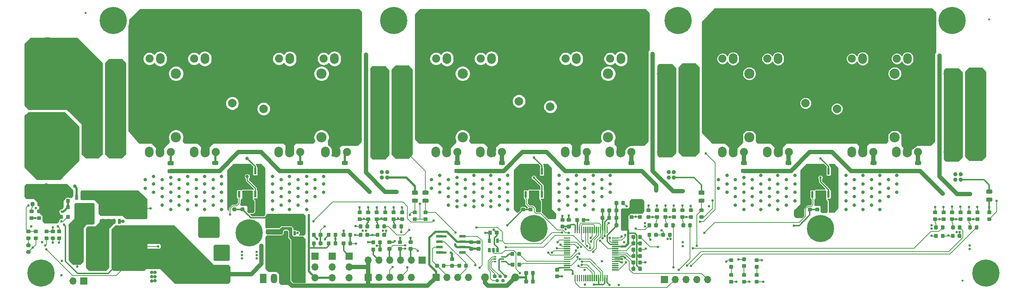
<source format=gbr>
G04 #@! TF.GenerationSoftware,KiCad,Pcbnew,(5.1.0)-1*
G04 #@! TF.CreationDate,2019-07-15T22:00:38+02:00*
G04 #@! TF.ProjectId,besc g2,62657363-2067-4322-9e6b-696361645f70,Init*
G04 #@! TF.SameCoordinates,Original*
G04 #@! TF.FileFunction,Copper,L1,Top*
G04 #@! TF.FilePolarity,Positive*
%FSLAX46Y46*%
G04 Gerber Fmt 4.6, Leading zero omitted, Abs format (unit mm)*
G04 Created by KiCad (PCBNEW (5.1.0)-1) date 2019-07-15 22:00:38*
%MOMM*%
%LPD*%
G04 APERTURE LIST*
%ADD10C,1.500000*%
%ADD11O,8.000000X10.000000*%
%ADD12C,0.100000*%
%ADD13C,1.250000*%
%ADD14C,0.500000*%
%ADD15C,0.875000*%
%ADD16C,5.000000*%
%ADD17C,1.905000*%
%ADD18O,2.000000X2.500000*%
%ADD19R,0.500000X0.375000*%
%ADD20R,0.650000X0.300000*%
%ADD21C,1.850000*%
%ADD22C,0.840000*%
%ADD23C,0.650000*%
%ADD24O,1.700000X1.700000*%
%ADD25R,1.700000X1.700000*%
%ADD26C,0.975000*%
%ADD27C,3.800000*%
%ADD28O,1.500000X2.300000*%
%ADD29R,1.500000X2.300000*%
%ADD30C,4.290000*%
%ADD31C,0.700000*%
%ADD32C,2.000000*%
%ADD33C,0.800000*%
%ADD34C,6.400000*%
%ADD35C,2.400000*%
%ADD36R,0.600000X1.550000*%
%ADD37C,0.300000*%
%ADD38C,0.600000*%
%ADD39C,1.000000*%
%ADD40C,0.300000*%
%ADD41C,0.200000*%
%ADD42C,0.250000*%
%ADD43C,0.500000*%
%ADD44C,1.000000*%
%ADD45C,0.254000*%
G04 APERTURE END LIST*
D10*
X87300000Y-66150000D03*
X87650000Y-67400000D03*
X87300000Y-71650000D03*
X86050000Y-72400000D03*
X81800000Y-71650000D03*
X81450000Y-70400000D03*
X81800000Y-66150000D03*
X83050000Y-65400000D03*
X87650000Y-70400000D03*
X86050000Y-65400000D03*
X83050000Y-72400000D03*
X81450000Y-67400000D03*
X84550000Y-64900000D03*
X87800000Y-68900000D03*
X84550000Y-72900000D03*
X81300000Y-68900000D03*
D11*
X84550000Y-68900000D03*
D10*
X154800000Y-65650000D03*
X155150000Y-66900000D03*
X154800000Y-71150000D03*
X153550000Y-71900000D03*
X149300000Y-71150000D03*
X148950000Y-69900000D03*
X149300000Y-65650000D03*
X150550000Y-64900000D03*
X155150000Y-69900000D03*
X153550000Y-64900000D03*
X150550000Y-71900000D03*
X148950000Y-66900000D03*
X152050000Y-64400000D03*
X155300000Y-68400000D03*
X152050000Y-72400000D03*
X148800000Y-68400000D03*
D11*
X152050000Y-68400000D03*
D10*
X222300000Y-65650000D03*
X222650000Y-66900000D03*
X222300000Y-71150000D03*
X221050000Y-71900000D03*
X216800000Y-71150000D03*
X216450000Y-69900000D03*
X216800000Y-65650000D03*
X218050000Y-64900000D03*
X222650000Y-69900000D03*
X221050000Y-64900000D03*
X218050000Y-71900000D03*
X216450000Y-66900000D03*
X219550000Y-64400000D03*
X222800000Y-68400000D03*
X219550000Y-72400000D03*
X216300000Y-68400000D03*
D11*
X219550000Y-68400000D03*
D10*
X35050000Y-76150000D03*
X34700000Y-74900000D03*
X35050000Y-70650000D03*
X36300000Y-69900000D03*
X40550000Y-70650000D03*
X40900000Y-71900000D03*
X40550000Y-76150000D03*
X39300000Y-76900000D03*
X34700000Y-71900000D03*
X36300000Y-76900000D03*
X39300000Y-69900000D03*
X40900000Y-74900000D03*
X37800000Y-77400000D03*
X34550000Y-73400000D03*
X37800000Y-69400000D03*
X41050000Y-73400000D03*
D11*
X37800000Y-73400000D03*
D10*
X35050000Y-99150000D03*
X34700000Y-97900000D03*
X35050000Y-93650000D03*
X36300000Y-92900000D03*
X40550000Y-93650000D03*
X40900000Y-94900000D03*
X40550000Y-99150000D03*
X39300000Y-99900000D03*
X34700000Y-94900000D03*
X36300000Y-99900000D03*
X39300000Y-92900000D03*
X40900000Y-97900000D03*
X37800000Y-100400000D03*
X34550000Y-96400000D03*
X37800000Y-92400000D03*
X41050000Y-96400000D03*
D11*
X37800000Y-96400000D03*
D12*
G36*
X48099504Y-119326204D02*
G01*
X48123773Y-119329804D01*
X48147571Y-119335765D01*
X48170671Y-119344030D01*
X48192849Y-119354520D01*
X48213893Y-119367133D01*
X48233598Y-119381747D01*
X48251777Y-119398223D01*
X48268253Y-119416402D01*
X48282867Y-119436107D01*
X48295480Y-119457151D01*
X48305970Y-119479329D01*
X48314235Y-119502429D01*
X48320196Y-119526227D01*
X48323796Y-119550496D01*
X48325000Y-119575000D01*
X48325000Y-121725000D01*
X48323796Y-121749504D01*
X48320196Y-121773773D01*
X48314235Y-121797571D01*
X48305970Y-121820671D01*
X48295480Y-121842849D01*
X48282867Y-121863893D01*
X48268253Y-121883598D01*
X48251777Y-121901777D01*
X48233598Y-121918253D01*
X48213893Y-121932867D01*
X48192849Y-121945480D01*
X48170671Y-121955970D01*
X48147571Y-121964235D01*
X48123773Y-121970196D01*
X48099504Y-121973796D01*
X48075000Y-121975000D01*
X47325000Y-121975000D01*
X47300496Y-121973796D01*
X47276227Y-121970196D01*
X47252429Y-121964235D01*
X47229329Y-121955970D01*
X47207151Y-121945480D01*
X47186107Y-121932867D01*
X47166402Y-121918253D01*
X47148223Y-121901777D01*
X47131747Y-121883598D01*
X47117133Y-121863893D01*
X47104520Y-121842849D01*
X47094030Y-121820671D01*
X47085765Y-121797571D01*
X47079804Y-121773773D01*
X47076204Y-121749504D01*
X47075000Y-121725000D01*
X47075000Y-119575000D01*
X47076204Y-119550496D01*
X47079804Y-119526227D01*
X47085765Y-119502429D01*
X47094030Y-119479329D01*
X47104520Y-119457151D01*
X47117133Y-119436107D01*
X47131747Y-119416402D01*
X47148223Y-119398223D01*
X47166402Y-119381747D01*
X47186107Y-119367133D01*
X47207151Y-119354520D01*
X47229329Y-119344030D01*
X47252429Y-119335765D01*
X47276227Y-119329804D01*
X47300496Y-119326204D01*
X47325000Y-119325000D01*
X48075000Y-119325000D01*
X48099504Y-119326204D01*
X48099504Y-119326204D01*
G37*
D13*
X47700000Y-120650000D03*
D12*
G36*
X45299504Y-119326204D02*
G01*
X45323773Y-119329804D01*
X45347571Y-119335765D01*
X45370671Y-119344030D01*
X45392849Y-119354520D01*
X45413893Y-119367133D01*
X45433598Y-119381747D01*
X45451777Y-119398223D01*
X45468253Y-119416402D01*
X45482867Y-119436107D01*
X45495480Y-119457151D01*
X45505970Y-119479329D01*
X45514235Y-119502429D01*
X45520196Y-119526227D01*
X45523796Y-119550496D01*
X45525000Y-119575000D01*
X45525000Y-121725000D01*
X45523796Y-121749504D01*
X45520196Y-121773773D01*
X45514235Y-121797571D01*
X45505970Y-121820671D01*
X45495480Y-121842849D01*
X45482867Y-121863893D01*
X45468253Y-121883598D01*
X45451777Y-121901777D01*
X45433598Y-121918253D01*
X45413893Y-121932867D01*
X45392849Y-121945480D01*
X45370671Y-121955970D01*
X45347571Y-121964235D01*
X45323773Y-121970196D01*
X45299504Y-121973796D01*
X45275000Y-121975000D01*
X44525000Y-121975000D01*
X44500496Y-121973796D01*
X44476227Y-121970196D01*
X44452429Y-121964235D01*
X44429329Y-121955970D01*
X44407151Y-121945480D01*
X44386107Y-121932867D01*
X44366402Y-121918253D01*
X44348223Y-121901777D01*
X44331747Y-121883598D01*
X44317133Y-121863893D01*
X44304520Y-121842849D01*
X44294030Y-121820671D01*
X44285765Y-121797571D01*
X44279804Y-121773773D01*
X44276204Y-121749504D01*
X44275000Y-121725000D01*
X44275000Y-119575000D01*
X44276204Y-119550496D01*
X44279804Y-119526227D01*
X44285765Y-119502429D01*
X44294030Y-119479329D01*
X44304520Y-119457151D01*
X44317133Y-119436107D01*
X44331747Y-119416402D01*
X44348223Y-119398223D01*
X44366402Y-119381747D01*
X44386107Y-119367133D01*
X44407151Y-119354520D01*
X44429329Y-119344030D01*
X44452429Y-119335765D01*
X44476227Y-119329804D01*
X44500496Y-119326204D01*
X44525000Y-119325000D01*
X45275000Y-119325000D01*
X45299504Y-119326204D01*
X45299504Y-119326204D01*
G37*
D13*
X44900000Y-120650000D03*
D12*
G36*
X48099504Y-112926204D02*
G01*
X48123773Y-112929804D01*
X48147571Y-112935765D01*
X48170671Y-112944030D01*
X48192849Y-112954520D01*
X48213893Y-112967133D01*
X48233598Y-112981747D01*
X48251777Y-112998223D01*
X48268253Y-113016402D01*
X48282867Y-113036107D01*
X48295480Y-113057151D01*
X48305970Y-113079329D01*
X48314235Y-113102429D01*
X48320196Y-113126227D01*
X48323796Y-113150496D01*
X48325000Y-113175000D01*
X48325000Y-115325000D01*
X48323796Y-115349504D01*
X48320196Y-115373773D01*
X48314235Y-115397571D01*
X48305970Y-115420671D01*
X48295480Y-115442849D01*
X48282867Y-115463893D01*
X48268253Y-115483598D01*
X48251777Y-115501777D01*
X48233598Y-115518253D01*
X48213893Y-115532867D01*
X48192849Y-115545480D01*
X48170671Y-115555970D01*
X48147571Y-115564235D01*
X48123773Y-115570196D01*
X48099504Y-115573796D01*
X48075000Y-115575000D01*
X47325000Y-115575000D01*
X47300496Y-115573796D01*
X47276227Y-115570196D01*
X47252429Y-115564235D01*
X47229329Y-115555970D01*
X47207151Y-115545480D01*
X47186107Y-115532867D01*
X47166402Y-115518253D01*
X47148223Y-115501777D01*
X47131747Y-115483598D01*
X47117133Y-115463893D01*
X47104520Y-115442849D01*
X47094030Y-115420671D01*
X47085765Y-115397571D01*
X47079804Y-115373773D01*
X47076204Y-115349504D01*
X47075000Y-115325000D01*
X47075000Y-113175000D01*
X47076204Y-113150496D01*
X47079804Y-113126227D01*
X47085765Y-113102429D01*
X47094030Y-113079329D01*
X47104520Y-113057151D01*
X47117133Y-113036107D01*
X47131747Y-113016402D01*
X47148223Y-112998223D01*
X47166402Y-112981747D01*
X47186107Y-112967133D01*
X47207151Y-112954520D01*
X47229329Y-112944030D01*
X47252429Y-112935765D01*
X47276227Y-112929804D01*
X47300496Y-112926204D01*
X47325000Y-112925000D01*
X48075000Y-112925000D01*
X48099504Y-112926204D01*
X48099504Y-112926204D01*
G37*
D13*
X47700000Y-114250000D03*
D12*
G36*
X45299504Y-112926204D02*
G01*
X45323773Y-112929804D01*
X45347571Y-112935765D01*
X45370671Y-112944030D01*
X45392849Y-112954520D01*
X45413893Y-112967133D01*
X45433598Y-112981747D01*
X45451777Y-112998223D01*
X45468253Y-113016402D01*
X45482867Y-113036107D01*
X45495480Y-113057151D01*
X45505970Y-113079329D01*
X45514235Y-113102429D01*
X45520196Y-113126227D01*
X45523796Y-113150496D01*
X45525000Y-113175000D01*
X45525000Y-115325000D01*
X45523796Y-115349504D01*
X45520196Y-115373773D01*
X45514235Y-115397571D01*
X45505970Y-115420671D01*
X45495480Y-115442849D01*
X45482867Y-115463893D01*
X45468253Y-115483598D01*
X45451777Y-115501777D01*
X45433598Y-115518253D01*
X45413893Y-115532867D01*
X45392849Y-115545480D01*
X45370671Y-115555970D01*
X45347571Y-115564235D01*
X45323773Y-115570196D01*
X45299504Y-115573796D01*
X45275000Y-115575000D01*
X44525000Y-115575000D01*
X44500496Y-115573796D01*
X44476227Y-115570196D01*
X44452429Y-115564235D01*
X44429329Y-115555970D01*
X44407151Y-115545480D01*
X44386107Y-115532867D01*
X44366402Y-115518253D01*
X44348223Y-115501777D01*
X44331747Y-115483598D01*
X44317133Y-115463893D01*
X44304520Y-115442849D01*
X44294030Y-115420671D01*
X44285765Y-115397571D01*
X44279804Y-115373773D01*
X44276204Y-115349504D01*
X44275000Y-115325000D01*
X44275000Y-113175000D01*
X44276204Y-113150496D01*
X44279804Y-113126227D01*
X44285765Y-113102429D01*
X44294030Y-113079329D01*
X44304520Y-113057151D01*
X44317133Y-113036107D01*
X44331747Y-113016402D01*
X44348223Y-112998223D01*
X44366402Y-112981747D01*
X44386107Y-112967133D01*
X44407151Y-112954520D01*
X44429329Y-112944030D01*
X44452429Y-112935765D01*
X44476227Y-112929804D01*
X44500496Y-112926204D01*
X44525000Y-112925000D01*
X45275000Y-112925000D01*
X45299504Y-112926204D01*
X45299504Y-112926204D01*
G37*
D13*
X44900000Y-114250000D03*
D12*
G36*
X48099504Y-116126204D02*
G01*
X48123773Y-116129804D01*
X48147571Y-116135765D01*
X48170671Y-116144030D01*
X48192849Y-116154520D01*
X48213893Y-116167133D01*
X48233598Y-116181747D01*
X48251777Y-116198223D01*
X48268253Y-116216402D01*
X48282867Y-116236107D01*
X48295480Y-116257151D01*
X48305970Y-116279329D01*
X48314235Y-116302429D01*
X48320196Y-116326227D01*
X48323796Y-116350496D01*
X48325000Y-116375000D01*
X48325000Y-118525000D01*
X48323796Y-118549504D01*
X48320196Y-118573773D01*
X48314235Y-118597571D01*
X48305970Y-118620671D01*
X48295480Y-118642849D01*
X48282867Y-118663893D01*
X48268253Y-118683598D01*
X48251777Y-118701777D01*
X48233598Y-118718253D01*
X48213893Y-118732867D01*
X48192849Y-118745480D01*
X48170671Y-118755970D01*
X48147571Y-118764235D01*
X48123773Y-118770196D01*
X48099504Y-118773796D01*
X48075000Y-118775000D01*
X47325000Y-118775000D01*
X47300496Y-118773796D01*
X47276227Y-118770196D01*
X47252429Y-118764235D01*
X47229329Y-118755970D01*
X47207151Y-118745480D01*
X47186107Y-118732867D01*
X47166402Y-118718253D01*
X47148223Y-118701777D01*
X47131747Y-118683598D01*
X47117133Y-118663893D01*
X47104520Y-118642849D01*
X47094030Y-118620671D01*
X47085765Y-118597571D01*
X47079804Y-118573773D01*
X47076204Y-118549504D01*
X47075000Y-118525000D01*
X47075000Y-116375000D01*
X47076204Y-116350496D01*
X47079804Y-116326227D01*
X47085765Y-116302429D01*
X47094030Y-116279329D01*
X47104520Y-116257151D01*
X47117133Y-116236107D01*
X47131747Y-116216402D01*
X47148223Y-116198223D01*
X47166402Y-116181747D01*
X47186107Y-116167133D01*
X47207151Y-116154520D01*
X47229329Y-116144030D01*
X47252429Y-116135765D01*
X47276227Y-116129804D01*
X47300496Y-116126204D01*
X47325000Y-116125000D01*
X48075000Y-116125000D01*
X48099504Y-116126204D01*
X48099504Y-116126204D01*
G37*
D13*
X47700000Y-117450000D03*
D12*
G36*
X45299504Y-116126204D02*
G01*
X45323773Y-116129804D01*
X45347571Y-116135765D01*
X45370671Y-116144030D01*
X45392849Y-116154520D01*
X45413893Y-116167133D01*
X45433598Y-116181747D01*
X45451777Y-116198223D01*
X45468253Y-116216402D01*
X45482867Y-116236107D01*
X45495480Y-116257151D01*
X45505970Y-116279329D01*
X45514235Y-116302429D01*
X45520196Y-116326227D01*
X45523796Y-116350496D01*
X45525000Y-116375000D01*
X45525000Y-118525000D01*
X45523796Y-118549504D01*
X45520196Y-118573773D01*
X45514235Y-118597571D01*
X45505970Y-118620671D01*
X45495480Y-118642849D01*
X45482867Y-118663893D01*
X45468253Y-118683598D01*
X45451777Y-118701777D01*
X45433598Y-118718253D01*
X45413893Y-118732867D01*
X45392849Y-118745480D01*
X45370671Y-118755970D01*
X45347571Y-118764235D01*
X45323773Y-118770196D01*
X45299504Y-118773796D01*
X45275000Y-118775000D01*
X44525000Y-118775000D01*
X44500496Y-118773796D01*
X44476227Y-118770196D01*
X44452429Y-118764235D01*
X44429329Y-118755970D01*
X44407151Y-118745480D01*
X44386107Y-118732867D01*
X44366402Y-118718253D01*
X44348223Y-118701777D01*
X44331747Y-118683598D01*
X44317133Y-118663893D01*
X44304520Y-118642849D01*
X44294030Y-118620671D01*
X44285765Y-118597571D01*
X44279804Y-118573773D01*
X44276204Y-118549504D01*
X44275000Y-118525000D01*
X44275000Y-116375000D01*
X44276204Y-116350496D01*
X44279804Y-116326227D01*
X44285765Y-116302429D01*
X44294030Y-116279329D01*
X44304520Y-116257151D01*
X44317133Y-116236107D01*
X44331747Y-116216402D01*
X44348223Y-116198223D01*
X44366402Y-116181747D01*
X44386107Y-116167133D01*
X44407151Y-116154520D01*
X44429329Y-116144030D01*
X44452429Y-116135765D01*
X44476227Y-116129804D01*
X44500496Y-116126204D01*
X44525000Y-116125000D01*
X45275000Y-116125000D01*
X45299504Y-116126204D01*
X45299504Y-116126204D01*
G37*
D13*
X44900000Y-117450000D03*
D14*
X259550000Y-64150000D03*
X253300000Y-125650000D03*
X46800000Y-62650000D03*
D12*
G36*
X42827691Y-107926053D02*
G01*
X42848926Y-107929203D01*
X42869750Y-107934419D01*
X42889962Y-107941651D01*
X42909368Y-107950830D01*
X42927781Y-107961866D01*
X42945024Y-107974654D01*
X42960930Y-107989070D01*
X42975346Y-108004976D01*
X42988134Y-108022219D01*
X42999170Y-108040632D01*
X43008349Y-108060038D01*
X43015581Y-108080250D01*
X43020797Y-108101074D01*
X43023947Y-108122309D01*
X43025000Y-108143750D01*
X43025000Y-108656250D01*
X43023947Y-108677691D01*
X43020797Y-108698926D01*
X43015581Y-108719750D01*
X43008349Y-108739962D01*
X42999170Y-108759368D01*
X42988134Y-108777781D01*
X42975346Y-108795024D01*
X42960930Y-108810930D01*
X42945024Y-108825346D01*
X42927781Y-108838134D01*
X42909368Y-108849170D01*
X42889962Y-108858349D01*
X42869750Y-108865581D01*
X42848926Y-108870797D01*
X42827691Y-108873947D01*
X42806250Y-108875000D01*
X42368750Y-108875000D01*
X42347309Y-108873947D01*
X42326074Y-108870797D01*
X42305250Y-108865581D01*
X42285038Y-108858349D01*
X42265632Y-108849170D01*
X42247219Y-108838134D01*
X42229976Y-108825346D01*
X42214070Y-108810930D01*
X42199654Y-108795024D01*
X42186866Y-108777781D01*
X42175830Y-108759368D01*
X42166651Y-108739962D01*
X42159419Y-108719750D01*
X42154203Y-108698926D01*
X42151053Y-108677691D01*
X42150000Y-108656250D01*
X42150000Y-108143750D01*
X42151053Y-108122309D01*
X42154203Y-108101074D01*
X42159419Y-108080250D01*
X42166651Y-108060038D01*
X42175830Y-108040632D01*
X42186866Y-108022219D01*
X42199654Y-108004976D01*
X42214070Y-107989070D01*
X42229976Y-107974654D01*
X42247219Y-107961866D01*
X42265632Y-107950830D01*
X42285038Y-107941651D01*
X42305250Y-107934419D01*
X42326074Y-107929203D01*
X42347309Y-107926053D01*
X42368750Y-107925000D01*
X42806250Y-107925000D01*
X42827691Y-107926053D01*
X42827691Y-107926053D01*
G37*
D15*
X42587500Y-108400000D03*
D12*
G36*
X41252691Y-107926053D02*
G01*
X41273926Y-107929203D01*
X41294750Y-107934419D01*
X41314962Y-107941651D01*
X41334368Y-107950830D01*
X41352781Y-107961866D01*
X41370024Y-107974654D01*
X41385930Y-107989070D01*
X41400346Y-108004976D01*
X41413134Y-108022219D01*
X41424170Y-108040632D01*
X41433349Y-108060038D01*
X41440581Y-108080250D01*
X41445797Y-108101074D01*
X41448947Y-108122309D01*
X41450000Y-108143750D01*
X41450000Y-108656250D01*
X41448947Y-108677691D01*
X41445797Y-108698926D01*
X41440581Y-108719750D01*
X41433349Y-108739962D01*
X41424170Y-108759368D01*
X41413134Y-108777781D01*
X41400346Y-108795024D01*
X41385930Y-108810930D01*
X41370024Y-108825346D01*
X41352781Y-108838134D01*
X41334368Y-108849170D01*
X41314962Y-108858349D01*
X41294750Y-108865581D01*
X41273926Y-108870797D01*
X41252691Y-108873947D01*
X41231250Y-108875000D01*
X40793750Y-108875000D01*
X40772309Y-108873947D01*
X40751074Y-108870797D01*
X40730250Y-108865581D01*
X40710038Y-108858349D01*
X40690632Y-108849170D01*
X40672219Y-108838134D01*
X40654976Y-108825346D01*
X40639070Y-108810930D01*
X40624654Y-108795024D01*
X40611866Y-108777781D01*
X40600830Y-108759368D01*
X40591651Y-108739962D01*
X40584419Y-108719750D01*
X40579203Y-108698926D01*
X40576053Y-108677691D01*
X40575000Y-108656250D01*
X40575000Y-108143750D01*
X40576053Y-108122309D01*
X40579203Y-108101074D01*
X40584419Y-108080250D01*
X40591651Y-108060038D01*
X40600830Y-108040632D01*
X40611866Y-108022219D01*
X40624654Y-108004976D01*
X40639070Y-107989070D01*
X40654976Y-107974654D01*
X40672219Y-107961866D01*
X40690632Y-107950830D01*
X40710038Y-107941651D01*
X40730250Y-107934419D01*
X40751074Y-107929203D01*
X40772309Y-107926053D01*
X40793750Y-107925000D01*
X41231250Y-107925000D01*
X41252691Y-107926053D01*
X41252691Y-107926053D01*
G37*
D15*
X41012500Y-108400000D03*
D12*
G36*
X77849009Y-110652408D02*
G01*
X77897545Y-110659607D01*
X77945142Y-110671530D01*
X77991342Y-110688060D01*
X78035698Y-110709039D01*
X78077785Y-110734265D01*
X78117197Y-110763495D01*
X78153553Y-110796447D01*
X78186505Y-110832803D01*
X78215735Y-110872215D01*
X78240961Y-110914302D01*
X78261940Y-110958658D01*
X78278470Y-111004858D01*
X78290393Y-111052455D01*
X78297592Y-111100991D01*
X78300000Y-111150000D01*
X78300000Y-115150000D01*
X78297592Y-115199009D01*
X78290393Y-115247545D01*
X78278470Y-115295142D01*
X78261940Y-115341342D01*
X78240961Y-115385698D01*
X78215735Y-115427785D01*
X78186505Y-115467197D01*
X78153553Y-115503553D01*
X78117197Y-115536505D01*
X78077785Y-115565735D01*
X78035698Y-115590961D01*
X77991342Y-115611940D01*
X77945142Y-115628470D01*
X77897545Y-115640393D01*
X77849009Y-115647592D01*
X77800000Y-115650000D01*
X73800000Y-115650000D01*
X73750991Y-115647592D01*
X73702455Y-115640393D01*
X73654858Y-115628470D01*
X73608658Y-115611940D01*
X73564302Y-115590961D01*
X73522215Y-115565735D01*
X73482803Y-115536505D01*
X73446447Y-115503553D01*
X73413495Y-115467197D01*
X73384265Y-115427785D01*
X73359039Y-115385698D01*
X73338060Y-115341342D01*
X73321530Y-115295142D01*
X73309607Y-115247545D01*
X73302408Y-115199009D01*
X73300000Y-115150000D01*
X73300000Y-111150000D01*
X73302408Y-111100991D01*
X73309607Y-111052455D01*
X73321530Y-111004858D01*
X73338060Y-110958658D01*
X73359039Y-110914302D01*
X73384265Y-110872215D01*
X73413495Y-110832803D01*
X73446447Y-110796447D01*
X73482803Y-110763495D01*
X73522215Y-110734265D01*
X73564302Y-110709039D01*
X73608658Y-110688060D01*
X73654858Y-110671530D01*
X73702455Y-110659607D01*
X73750991Y-110652408D01*
X73800000Y-110650000D01*
X77800000Y-110650000D01*
X77849009Y-110652408D01*
X77849009Y-110652408D01*
G37*
D16*
X75800000Y-113150000D03*
D12*
G36*
X60849009Y-115152408D02*
G01*
X60897545Y-115159607D01*
X60945142Y-115171530D01*
X60991342Y-115188060D01*
X61035698Y-115209039D01*
X61077785Y-115234265D01*
X61117197Y-115263495D01*
X61153553Y-115296447D01*
X61186505Y-115332803D01*
X61215735Y-115372215D01*
X61240961Y-115414302D01*
X61261940Y-115458658D01*
X61278470Y-115504858D01*
X61290393Y-115552455D01*
X61297592Y-115600991D01*
X61300000Y-115650000D01*
X61300000Y-119650000D01*
X61297592Y-119699009D01*
X61290393Y-119747545D01*
X61278470Y-119795142D01*
X61261940Y-119841342D01*
X61240961Y-119885698D01*
X61215735Y-119927785D01*
X61186505Y-119967197D01*
X61153553Y-120003553D01*
X61117197Y-120036505D01*
X61077785Y-120065735D01*
X61035698Y-120090961D01*
X60991342Y-120111940D01*
X60945142Y-120128470D01*
X60897545Y-120140393D01*
X60849009Y-120147592D01*
X60800000Y-120150000D01*
X56800000Y-120150000D01*
X56750991Y-120147592D01*
X56702455Y-120140393D01*
X56654858Y-120128470D01*
X56608658Y-120111940D01*
X56564302Y-120090961D01*
X56522215Y-120065735D01*
X56482803Y-120036505D01*
X56446447Y-120003553D01*
X56413495Y-119967197D01*
X56384265Y-119927785D01*
X56359039Y-119885698D01*
X56338060Y-119841342D01*
X56321530Y-119795142D01*
X56309607Y-119747545D01*
X56302408Y-119699009D01*
X56300000Y-119650000D01*
X56300000Y-115650000D01*
X56302408Y-115600991D01*
X56309607Y-115552455D01*
X56321530Y-115504858D01*
X56338060Y-115458658D01*
X56359039Y-115414302D01*
X56384265Y-115372215D01*
X56413495Y-115332803D01*
X56446447Y-115296447D01*
X56482803Y-115263495D01*
X56522215Y-115234265D01*
X56564302Y-115209039D01*
X56608658Y-115188060D01*
X56654858Y-115171530D01*
X56702455Y-115159607D01*
X56750991Y-115152408D01*
X56800000Y-115150000D01*
X60800000Y-115150000D01*
X60849009Y-115152408D01*
X60849009Y-115152408D01*
G37*
D16*
X58800000Y-117650000D03*
D12*
G36*
X60849009Y-106152408D02*
G01*
X60897545Y-106159607D01*
X60945142Y-106171530D01*
X60991342Y-106188060D01*
X61035698Y-106209039D01*
X61077785Y-106234265D01*
X61117197Y-106263495D01*
X61153553Y-106296447D01*
X61186505Y-106332803D01*
X61215735Y-106372215D01*
X61240961Y-106414302D01*
X61261940Y-106458658D01*
X61278470Y-106504858D01*
X61290393Y-106552455D01*
X61297592Y-106600991D01*
X61300000Y-106650000D01*
X61300000Y-110650000D01*
X61297592Y-110699009D01*
X61290393Y-110747545D01*
X61278470Y-110795142D01*
X61261940Y-110841342D01*
X61240961Y-110885698D01*
X61215735Y-110927785D01*
X61186505Y-110967197D01*
X61153553Y-111003553D01*
X61117197Y-111036505D01*
X61077785Y-111065735D01*
X61035698Y-111090961D01*
X60991342Y-111111940D01*
X60945142Y-111128470D01*
X60897545Y-111140393D01*
X60849009Y-111147592D01*
X60800000Y-111150000D01*
X56800000Y-111150000D01*
X56750991Y-111147592D01*
X56702455Y-111140393D01*
X56654858Y-111128470D01*
X56608658Y-111111940D01*
X56564302Y-111090961D01*
X56522215Y-111065735D01*
X56482803Y-111036505D01*
X56446447Y-111003553D01*
X56413495Y-110967197D01*
X56384265Y-110927785D01*
X56359039Y-110885698D01*
X56338060Y-110841342D01*
X56321530Y-110795142D01*
X56309607Y-110747545D01*
X56302408Y-110699009D01*
X56300000Y-110650000D01*
X56300000Y-106650000D01*
X56302408Y-106600991D01*
X56309607Y-106552455D01*
X56321530Y-106504858D01*
X56338060Y-106458658D01*
X56359039Y-106414302D01*
X56384265Y-106372215D01*
X56413495Y-106332803D01*
X56446447Y-106296447D01*
X56482803Y-106263495D01*
X56522215Y-106234265D01*
X56564302Y-106209039D01*
X56608658Y-106188060D01*
X56654858Y-106171530D01*
X56702455Y-106159607D01*
X56750991Y-106152408D01*
X56800000Y-106150000D01*
X60800000Y-106150000D01*
X60849009Y-106152408D01*
X60849009Y-106152408D01*
G37*
D16*
X58800000Y-108650000D03*
D17*
X175300000Y-95400000D03*
D18*
X172760000Y-95400000D03*
X170220000Y-95400000D03*
D17*
X201800000Y-95400000D03*
D18*
X199260000Y-95400000D03*
X196720000Y-95400000D03*
D17*
X237800000Y-73400000D03*
D18*
X240340000Y-73400000D03*
X242880000Y-73400000D03*
D17*
X134300000Y-95400000D03*
D18*
X131760000Y-95400000D03*
X129220000Y-95400000D03*
D17*
X170300000Y-73400000D03*
D18*
X172840000Y-73400000D03*
X175380000Y-73400000D03*
D17*
X97300000Y-95400000D03*
D18*
X94760000Y-95400000D03*
X92220000Y-95400000D03*
D17*
X61800000Y-73400000D03*
D18*
X64340000Y-73400000D03*
X66880000Y-73400000D03*
D17*
X212380000Y-95400000D03*
D18*
X209840000Y-95400000D03*
X207300000Y-95400000D03*
D17*
X227220000Y-73400000D03*
D18*
X229760000Y-73400000D03*
X232300000Y-73400000D03*
D17*
X144800000Y-95400000D03*
D18*
X142260000Y-95400000D03*
X139720000Y-95400000D03*
D17*
X159800000Y-73400000D03*
D18*
X162340000Y-73400000D03*
X164880000Y-73400000D03*
D17*
X108300000Y-95400000D03*
D18*
X105760000Y-95400000D03*
X103220000Y-95400000D03*
D17*
X72300000Y-73400000D03*
D18*
X74840000Y-73400000D03*
X77380000Y-73400000D03*
D17*
X232300000Y-95400000D03*
D18*
X229760000Y-95400000D03*
X227220000Y-95400000D03*
D17*
X207300000Y-73400000D03*
D18*
X209840000Y-73400000D03*
X212380000Y-73400000D03*
D17*
X164800000Y-95400000D03*
D18*
X162260000Y-95400000D03*
X159720000Y-95400000D03*
D17*
X139800000Y-73400000D03*
D18*
X142340000Y-73400000D03*
X144880000Y-73400000D03*
D17*
X66800000Y-95400000D03*
D18*
X64260000Y-95400000D03*
X61720000Y-95400000D03*
D17*
X92300000Y-73400000D03*
D18*
X94840000Y-73400000D03*
X97380000Y-73400000D03*
D17*
X242800000Y-95400000D03*
D18*
X240260000Y-95400000D03*
X237720000Y-95400000D03*
D17*
X196720000Y-73400000D03*
D18*
X199260000Y-73400000D03*
X201800000Y-73400000D03*
D17*
X129300000Y-73400000D03*
D18*
X131840000Y-73400000D03*
X134380000Y-73400000D03*
D17*
X77410000Y-95400000D03*
D18*
X74870000Y-95400000D03*
X72330000Y-95400000D03*
D17*
X102830000Y-73400000D03*
D18*
X105370000Y-73400000D03*
X107910000Y-73400000D03*
D19*
X143200000Y-121187500D03*
X143200000Y-120112500D03*
D20*
X144975000Y-120650000D03*
X143125000Y-120650000D03*
D19*
X144900000Y-120112500D03*
X144900000Y-121187500D03*
D12*
G36*
X175577691Y-110251053D02*
G01*
X175598926Y-110254203D01*
X175619750Y-110259419D01*
X175639962Y-110266651D01*
X175659368Y-110275830D01*
X175677781Y-110286866D01*
X175695024Y-110299654D01*
X175710930Y-110314070D01*
X175725346Y-110329976D01*
X175738134Y-110347219D01*
X175749170Y-110365632D01*
X175758349Y-110385038D01*
X175765581Y-110405250D01*
X175770797Y-110426074D01*
X175773947Y-110447309D01*
X175775000Y-110468750D01*
X175775000Y-110906250D01*
X175773947Y-110927691D01*
X175770797Y-110948926D01*
X175765581Y-110969750D01*
X175758349Y-110989962D01*
X175749170Y-111009368D01*
X175738134Y-111027781D01*
X175725346Y-111045024D01*
X175710930Y-111060930D01*
X175695024Y-111075346D01*
X175677781Y-111088134D01*
X175659368Y-111099170D01*
X175639962Y-111108349D01*
X175619750Y-111115581D01*
X175598926Y-111120797D01*
X175577691Y-111123947D01*
X175556250Y-111125000D01*
X175043750Y-111125000D01*
X175022309Y-111123947D01*
X175001074Y-111120797D01*
X174980250Y-111115581D01*
X174960038Y-111108349D01*
X174940632Y-111099170D01*
X174922219Y-111088134D01*
X174904976Y-111075346D01*
X174889070Y-111060930D01*
X174874654Y-111045024D01*
X174861866Y-111027781D01*
X174850830Y-111009368D01*
X174841651Y-110989962D01*
X174834419Y-110969750D01*
X174829203Y-110948926D01*
X174826053Y-110927691D01*
X174825000Y-110906250D01*
X174825000Y-110468750D01*
X174826053Y-110447309D01*
X174829203Y-110426074D01*
X174834419Y-110405250D01*
X174841651Y-110385038D01*
X174850830Y-110365632D01*
X174861866Y-110347219D01*
X174874654Y-110329976D01*
X174889070Y-110314070D01*
X174904976Y-110299654D01*
X174922219Y-110286866D01*
X174940632Y-110275830D01*
X174960038Y-110266651D01*
X174980250Y-110259419D01*
X175001074Y-110254203D01*
X175022309Y-110251053D01*
X175043750Y-110250000D01*
X175556250Y-110250000D01*
X175577691Y-110251053D01*
X175577691Y-110251053D01*
G37*
D15*
X175300000Y-110687500D03*
D12*
G36*
X175577691Y-108676053D02*
G01*
X175598926Y-108679203D01*
X175619750Y-108684419D01*
X175639962Y-108691651D01*
X175659368Y-108700830D01*
X175677781Y-108711866D01*
X175695024Y-108724654D01*
X175710930Y-108739070D01*
X175725346Y-108754976D01*
X175738134Y-108772219D01*
X175749170Y-108790632D01*
X175758349Y-108810038D01*
X175765581Y-108830250D01*
X175770797Y-108851074D01*
X175773947Y-108872309D01*
X175775000Y-108893750D01*
X175775000Y-109331250D01*
X175773947Y-109352691D01*
X175770797Y-109373926D01*
X175765581Y-109394750D01*
X175758349Y-109414962D01*
X175749170Y-109434368D01*
X175738134Y-109452781D01*
X175725346Y-109470024D01*
X175710930Y-109485930D01*
X175695024Y-109500346D01*
X175677781Y-109513134D01*
X175659368Y-109524170D01*
X175639962Y-109533349D01*
X175619750Y-109540581D01*
X175598926Y-109545797D01*
X175577691Y-109548947D01*
X175556250Y-109550000D01*
X175043750Y-109550000D01*
X175022309Y-109548947D01*
X175001074Y-109545797D01*
X174980250Y-109540581D01*
X174960038Y-109533349D01*
X174940632Y-109524170D01*
X174922219Y-109513134D01*
X174904976Y-109500346D01*
X174889070Y-109485930D01*
X174874654Y-109470024D01*
X174861866Y-109452781D01*
X174850830Y-109434368D01*
X174841651Y-109414962D01*
X174834419Y-109394750D01*
X174829203Y-109373926D01*
X174826053Y-109352691D01*
X174825000Y-109331250D01*
X174825000Y-108893750D01*
X174826053Y-108872309D01*
X174829203Y-108851074D01*
X174834419Y-108830250D01*
X174841651Y-108810038D01*
X174850830Y-108790632D01*
X174861866Y-108772219D01*
X174874654Y-108754976D01*
X174889070Y-108739070D01*
X174904976Y-108724654D01*
X174922219Y-108711866D01*
X174940632Y-108700830D01*
X174960038Y-108691651D01*
X174980250Y-108684419D01*
X175001074Y-108679203D01*
X175022309Y-108676053D01*
X175043750Y-108675000D01*
X175556250Y-108675000D01*
X175577691Y-108676053D01*
X175577691Y-108676053D01*
G37*
D15*
X175300000Y-109112500D03*
D12*
G36*
X177577691Y-108676053D02*
G01*
X177598926Y-108679203D01*
X177619750Y-108684419D01*
X177639962Y-108691651D01*
X177659368Y-108700830D01*
X177677781Y-108711866D01*
X177695024Y-108724654D01*
X177710930Y-108739070D01*
X177725346Y-108754976D01*
X177738134Y-108772219D01*
X177749170Y-108790632D01*
X177758349Y-108810038D01*
X177765581Y-108830250D01*
X177770797Y-108851074D01*
X177773947Y-108872309D01*
X177775000Y-108893750D01*
X177775000Y-109331250D01*
X177773947Y-109352691D01*
X177770797Y-109373926D01*
X177765581Y-109394750D01*
X177758349Y-109414962D01*
X177749170Y-109434368D01*
X177738134Y-109452781D01*
X177725346Y-109470024D01*
X177710930Y-109485930D01*
X177695024Y-109500346D01*
X177677781Y-109513134D01*
X177659368Y-109524170D01*
X177639962Y-109533349D01*
X177619750Y-109540581D01*
X177598926Y-109545797D01*
X177577691Y-109548947D01*
X177556250Y-109550000D01*
X177043750Y-109550000D01*
X177022309Y-109548947D01*
X177001074Y-109545797D01*
X176980250Y-109540581D01*
X176960038Y-109533349D01*
X176940632Y-109524170D01*
X176922219Y-109513134D01*
X176904976Y-109500346D01*
X176889070Y-109485930D01*
X176874654Y-109470024D01*
X176861866Y-109452781D01*
X176850830Y-109434368D01*
X176841651Y-109414962D01*
X176834419Y-109394750D01*
X176829203Y-109373926D01*
X176826053Y-109352691D01*
X176825000Y-109331250D01*
X176825000Y-108893750D01*
X176826053Y-108872309D01*
X176829203Y-108851074D01*
X176834419Y-108830250D01*
X176841651Y-108810038D01*
X176850830Y-108790632D01*
X176861866Y-108772219D01*
X176874654Y-108754976D01*
X176889070Y-108739070D01*
X176904976Y-108724654D01*
X176922219Y-108711866D01*
X176940632Y-108700830D01*
X176960038Y-108691651D01*
X176980250Y-108684419D01*
X177001074Y-108679203D01*
X177022309Y-108676053D01*
X177043750Y-108675000D01*
X177556250Y-108675000D01*
X177577691Y-108676053D01*
X177577691Y-108676053D01*
G37*
D15*
X177300000Y-109112500D03*
D12*
G36*
X177577691Y-110251053D02*
G01*
X177598926Y-110254203D01*
X177619750Y-110259419D01*
X177639962Y-110266651D01*
X177659368Y-110275830D01*
X177677781Y-110286866D01*
X177695024Y-110299654D01*
X177710930Y-110314070D01*
X177725346Y-110329976D01*
X177738134Y-110347219D01*
X177749170Y-110365632D01*
X177758349Y-110385038D01*
X177765581Y-110405250D01*
X177770797Y-110426074D01*
X177773947Y-110447309D01*
X177775000Y-110468750D01*
X177775000Y-110906250D01*
X177773947Y-110927691D01*
X177770797Y-110948926D01*
X177765581Y-110969750D01*
X177758349Y-110989962D01*
X177749170Y-111009368D01*
X177738134Y-111027781D01*
X177725346Y-111045024D01*
X177710930Y-111060930D01*
X177695024Y-111075346D01*
X177677781Y-111088134D01*
X177659368Y-111099170D01*
X177639962Y-111108349D01*
X177619750Y-111115581D01*
X177598926Y-111120797D01*
X177577691Y-111123947D01*
X177556250Y-111125000D01*
X177043750Y-111125000D01*
X177022309Y-111123947D01*
X177001074Y-111120797D01*
X176980250Y-111115581D01*
X176960038Y-111108349D01*
X176940632Y-111099170D01*
X176922219Y-111088134D01*
X176904976Y-111075346D01*
X176889070Y-111060930D01*
X176874654Y-111045024D01*
X176861866Y-111027781D01*
X176850830Y-111009368D01*
X176841651Y-110989962D01*
X176834419Y-110969750D01*
X176829203Y-110948926D01*
X176826053Y-110927691D01*
X176825000Y-110906250D01*
X176825000Y-110468750D01*
X176826053Y-110447309D01*
X176829203Y-110426074D01*
X176834419Y-110405250D01*
X176841651Y-110385038D01*
X176850830Y-110365632D01*
X176861866Y-110347219D01*
X176874654Y-110329976D01*
X176889070Y-110314070D01*
X176904976Y-110299654D01*
X176922219Y-110286866D01*
X176940632Y-110275830D01*
X176960038Y-110266651D01*
X176980250Y-110259419D01*
X177001074Y-110254203D01*
X177022309Y-110251053D01*
X177043750Y-110250000D01*
X177556250Y-110250000D01*
X177577691Y-110251053D01*
X177577691Y-110251053D01*
G37*
D15*
X177300000Y-110687500D03*
D21*
X147950000Y-124900000D03*
X140800000Y-124900000D03*
D22*
X145675000Y-124680000D03*
X145025000Y-125680000D03*
X144375000Y-124680000D03*
X143725000Y-125680000D03*
D12*
G36*
X143305584Y-124261011D02*
G01*
X143325969Y-124264035D01*
X143345960Y-124269043D01*
X143365364Y-124275985D01*
X143383993Y-124284797D01*
X143401670Y-124295391D01*
X143418223Y-124307668D01*
X143433492Y-124321508D01*
X143447332Y-124336777D01*
X143459609Y-124353330D01*
X143470203Y-124371007D01*
X143479015Y-124389636D01*
X143485957Y-124409040D01*
X143490965Y-124429031D01*
X143493989Y-124449416D01*
X143495000Y-124470000D01*
X143495000Y-124890000D01*
X143493989Y-124910584D01*
X143490965Y-124930969D01*
X143485957Y-124950960D01*
X143479015Y-124970364D01*
X143470203Y-124988993D01*
X143459609Y-125006670D01*
X143447332Y-125023223D01*
X143433492Y-125038492D01*
X143418223Y-125052332D01*
X143401670Y-125064609D01*
X143383993Y-125075203D01*
X143365364Y-125084015D01*
X143345960Y-125090957D01*
X143325969Y-125095965D01*
X143305584Y-125098989D01*
X143285000Y-125100000D01*
X142865000Y-125100000D01*
X142844416Y-125098989D01*
X142824031Y-125095965D01*
X142804040Y-125090957D01*
X142784636Y-125084015D01*
X142766007Y-125075203D01*
X142748330Y-125064609D01*
X142731777Y-125052332D01*
X142716508Y-125038492D01*
X142702668Y-125023223D01*
X142690391Y-125006670D01*
X142679797Y-124988993D01*
X142670985Y-124970364D01*
X142664043Y-124950960D01*
X142659035Y-124930969D01*
X142656011Y-124910584D01*
X142655000Y-124890000D01*
X142655000Y-124470000D01*
X142656011Y-124449416D01*
X142659035Y-124429031D01*
X142664043Y-124409040D01*
X142670985Y-124389636D01*
X142679797Y-124371007D01*
X142690391Y-124353330D01*
X142702668Y-124336777D01*
X142716508Y-124321508D01*
X142731777Y-124307668D01*
X142748330Y-124295391D01*
X142766007Y-124284797D01*
X142784636Y-124275985D01*
X142804040Y-124269043D01*
X142824031Y-124264035D01*
X142844416Y-124261011D01*
X142865000Y-124260000D01*
X143285000Y-124260000D01*
X143305584Y-124261011D01*
X143305584Y-124261011D01*
G37*
D22*
X143075000Y-124680000D03*
D12*
G36*
X142028428Y-115770782D02*
G01*
X142044202Y-115773122D01*
X142059671Y-115776997D01*
X142074686Y-115782370D01*
X142089102Y-115789188D01*
X142102780Y-115797386D01*
X142115589Y-115806886D01*
X142127405Y-115817595D01*
X142138114Y-115829411D01*
X142147614Y-115842220D01*
X142155812Y-115855898D01*
X142162630Y-115870314D01*
X142168003Y-115885329D01*
X142171878Y-115900798D01*
X142174218Y-115916572D01*
X142175000Y-115932500D01*
X142175000Y-116667500D01*
X142174218Y-116683428D01*
X142171878Y-116699202D01*
X142168003Y-116714671D01*
X142162630Y-116729686D01*
X142155812Y-116744102D01*
X142147614Y-116757780D01*
X142138114Y-116770589D01*
X142127405Y-116782405D01*
X142115589Y-116793114D01*
X142102780Y-116802614D01*
X142089102Y-116810812D01*
X142074686Y-116817630D01*
X142059671Y-116823003D01*
X142044202Y-116826878D01*
X142028428Y-116829218D01*
X142012500Y-116830000D01*
X141687500Y-116830000D01*
X141671572Y-116829218D01*
X141655798Y-116826878D01*
X141640329Y-116823003D01*
X141625314Y-116817630D01*
X141610898Y-116810812D01*
X141597220Y-116802614D01*
X141584411Y-116793114D01*
X141572595Y-116782405D01*
X141561886Y-116770589D01*
X141552386Y-116757780D01*
X141544188Y-116744102D01*
X141537370Y-116729686D01*
X141531997Y-116714671D01*
X141528122Y-116699202D01*
X141525782Y-116683428D01*
X141525000Y-116667500D01*
X141525000Y-115932500D01*
X141525782Y-115916572D01*
X141528122Y-115900798D01*
X141531997Y-115885329D01*
X141537370Y-115870314D01*
X141544188Y-115855898D01*
X141552386Y-115842220D01*
X141561886Y-115829411D01*
X141572595Y-115817595D01*
X141584411Y-115806886D01*
X141597220Y-115797386D01*
X141610898Y-115789188D01*
X141625314Y-115782370D01*
X141640329Y-115776997D01*
X141655798Y-115773122D01*
X141671572Y-115770782D01*
X141687500Y-115770000D01*
X142012500Y-115770000D01*
X142028428Y-115770782D01*
X142028428Y-115770782D01*
G37*
D23*
X141850000Y-116300000D03*
D12*
G36*
X143928428Y-115770782D02*
G01*
X143944202Y-115773122D01*
X143959671Y-115776997D01*
X143974686Y-115782370D01*
X143989102Y-115789188D01*
X144002780Y-115797386D01*
X144015589Y-115806886D01*
X144027405Y-115817595D01*
X144038114Y-115829411D01*
X144047614Y-115842220D01*
X144055812Y-115855898D01*
X144062630Y-115870314D01*
X144068003Y-115885329D01*
X144071878Y-115900798D01*
X144074218Y-115916572D01*
X144075000Y-115932500D01*
X144075000Y-116667500D01*
X144074218Y-116683428D01*
X144071878Y-116699202D01*
X144068003Y-116714671D01*
X144062630Y-116729686D01*
X144055812Y-116744102D01*
X144047614Y-116757780D01*
X144038114Y-116770589D01*
X144027405Y-116782405D01*
X144015589Y-116793114D01*
X144002780Y-116802614D01*
X143989102Y-116810812D01*
X143974686Y-116817630D01*
X143959671Y-116823003D01*
X143944202Y-116826878D01*
X143928428Y-116829218D01*
X143912500Y-116830000D01*
X143587500Y-116830000D01*
X143571572Y-116829218D01*
X143555798Y-116826878D01*
X143540329Y-116823003D01*
X143525314Y-116817630D01*
X143510898Y-116810812D01*
X143497220Y-116802614D01*
X143484411Y-116793114D01*
X143472595Y-116782405D01*
X143461886Y-116770589D01*
X143452386Y-116757780D01*
X143444188Y-116744102D01*
X143437370Y-116729686D01*
X143431997Y-116714671D01*
X143428122Y-116699202D01*
X143425782Y-116683428D01*
X143425000Y-116667500D01*
X143425000Y-115932500D01*
X143425782Y-115916572D01*
X143428122Y-115900798D01*
X143431997Y-115885329D01*
X143437370Y-115870314D01*
X143444188Y-115855898D01*
X143452386Y-115842220D01*
X143461886Y-115829411D01*
X143472595Y-115817595D01*
X143484411Y-115806886D01*
X143497220Y-115797386D01*
X143510898Y-115789188D01*
X143525314Y-115782370D01*
X143540329Y-115776997D01*
X143555798Y-115773122D01*
X143571572Y-115770782D01*
X143587500Y-115770000D01*
X143912500Y-115770000D01*
X143928428Y-115770782D01*
X143928428Y-115770782D01*
G37*
D23*
X143750000Y-116300000D03*
D12*
G36*
X143928428Y-117970782D02*
G01*
X143944202Y-117973122D01*
X143959671Y-117976997D01*
X143974686Y-117982370D01*
X143989102Y-117989188D01*
X144002780Y-117997386D01*
X144015589Y-118006886D01*
X144027405Y-118017595D01*
X144038114Y-118029411D01*
X144047614Y-118042220D01*
X144055812Y-118055898D01*
X144062630Y-118070314D01*
X144068003Y-118085329D01*
X144071878Y-118100798D01*
X144074218Y-118116572D01*
X144075000Y-118132500D01*
X144075000Y-118867500D01*
X144074218Y-118883428D01*
X144071878Y-118899202D01*
X144068003Y-118914671D01*
X144062630Y-118929686D01*
X144055812Y-118944102D01*
X144047614Y-118957780D01*
X144038114Y-118970589D01*
X144027405Y-118982405D01*
X144015589Y-118993114D01*
X144002780Y-119002614D01*
X143989102Y-119010812D01*
X143974686Y-119017630D01*
X143959671Y-119023003D01*
X143944202Y-119026878D01*
X143928428Y-119029218D01*
X143912500Y-119030000D01*
X143587500Y-119030000D01*
X143571572Y-119029218D01*
X143555798Y-119026878D01*
X143540329Y-119023003D01*
X143525314Y-119017630D01*
X143510898Y-119010812D01*
X143497220Y-119002614D01*
X143484411Y-118993114D01*
X143472595Y-118982405D01*
X143461886Y-118970589D01*
X143452386Y-118957780D01*
X143444188Y-118944102D01*
X143437370Y-118929686D01*
X143431997Y-118914671D01*
X143428122Y-118899202D01*
X143425782Y-118883428D01*
X143425000Y-118867500D01*
X143425000Y-118132500D01*
X143425782Y-118116572D01*
X143428122Y-118100798D01*
X143431997Y-118085329D01*
X143437370Y-118070314D01*
X143444188Y-118055898D01*
X143452386Y-118042220D01*
X143461886Y-118029411D01*
X143472595Y-118017595D01*
X143484411Y-118006886D01*
X143497220Y-117997386D01*
X143510898Y-117989188D01*
X143525314Y-117982370D01*
X143540329Y-117976997D01*
X143555798Y-117973122D01*
X143571572Y-117970782D01*
X143587500Y-117970000D01*
X143912500Y-117970000D01*
X143928428Y-117970782D01*
X143928428Y-117970782D01*
G37*
D23*
X143750000Y-118500000D03*
D12*
G36*
X142978428Y-117970782D02*
G01*
X142994202Y-117973122D01*
X143009671Y-117976997D01*
X143024686Y-117982370D01*
X143039102Y-117989188D01*
X143052780Y-117997386D01*
X143065589Y-118006886D01*
X143077405Y-118017595D01*
X143088114Y-118029411D01*
X143097614Y-118042220D01*
X143105812Y-118055898D01*
X143112630Y-118070314D01*
X143118003Y-118085329D01*
X143121878Y-118100798D01*
X143124218Y-118116572D01*
X143125000Y-118132500D01*
X143125000Y-118867500D01*
X143124218Y-118883428D01*
X143121878Y-118899202D01*
X143118003Y-118914671D01*
X143112630Y-118929686D01*
X143105812Y-118944102D01*
X143097614Y-118957780D01*
X143088114Y-118970589D01*
X143077405Y-118982405D01*
X143065589Y-118993114D01*
X143052780Y-119002614D01*
X143039102Y-119010812D01*
X143024686Y-119017630D01*
X143009671Y-119023003D01*
X142994202Y-119026878D01*
X142978428Y-119029218D01*
X142962500Y-119030000D01*
X142637500Y-119030000D01*
X142621572Y-119029218D01*
X142605798Y-119026878D01*
X142590329Y-119023003D01*
X142575314Y-119017630D01*
X142560898Y-119010812D01*
X142547220Y-119002614D01*
X142534411Y-118993114D01*
X142522595Y-118982405D01*
X142511886Y-118970589D01*
X142502386Y-118957780D01*
X142494188Y-118944102D01*
X142487370Y-118929686D01*
X142481997Y-118914671D01*
X142478122Y-118899202D01*
X142475782Y-118883428D01*
X142475000Y-118867500D01*
X142475000Y-118132500D01*
X142475782Y-118116572D01*
X142478122Y-118100798D01*
X142481997Y-118085329D01*
X142487370Y-118070314D01*
X142494188Y-118055898D01*
X142502386Y-118042220D01*
X142511886Y-118029411D01*
X142522595Y-118017595D01*
X142534411Y-118006886D01*
X142547220Y-117997386D01*
X142560898Y-117989188D01*
X142575314Y-117982370D01*
X142590329Y-117976997D01*
X142605798Y-117973122D01*
X142621572Y-117970782D01*
X142637500Y-117970000D01*
X142962500Y-117970000D01*
X142978428Y-117970782D01*
X142978428Y-117970782D01*
G37*
D23*
X142800000Y-118500000D03*
D12*
G36*
X142028428Y-117970782D02*
G01*
X142044202Y-117973122D01*
X142059671Y-117976997D01*
X142074686Y-117982370D01*
X142089102Y-117989188D01*
X142102780Y-117997386D01*
X142115589Y-118006886D01*
X142127405Y-118017595D01*
X142138114Y-118029411D01*
X142147614Y-118042220D01*
X142155812Y-118055898D01*
X142162630Y-118070314D01*
X142168003Y-118085329D01*
X142171878Y-118100798D01*
X142174218Y-118116572D01*
X142175000Y-118132500D01*
X142175000Y-118867500D01*
X142174218Y-118883428D01*
X142171878Y-118899202D01*
X142168003Y-118914671D01*
X142162630Y-118929686D01*
X142155812Y-118944102D01*
X142147614Y-118957780D01*
X142138114Y-118970589D01*
X142127405Y-118982405D01*
X142115589Y-118993114D01*
X142102780Y-119002614D01*
X142089102Y-119010812D01*
X142074686Y-119017630D01*
X142059671Y-119023003D01*
X142044202Y-119026878D01*
X142028428Y-119029218D01*
X142012500Y-119030000D01*
X141687500Y-119030000D01*
X141671572Y-119029218D01*
X141655798Y-119026878D01*
X141640329Y-119023003D01*
X141625314Y-119017630D01*
X141610898Y-119010812D01*
X141597220Y-119002614D01*
X141584411Y-118993114D01*
X141572595Y-118982405D01*
X141561886Y-118970589D01*
X141552386Y-118957780D01*
X141544188Y-118944102D01*
X141537370Y-118929686D01*
X141531997Y-118914671D01*
X141528122Y-118899202D01*
X141525782Y-118883428D01*
X141525000Y-118867500D01*
X141525000Y-118132500D01*
X141525782Y-118116572D01*
X141528122Y-118100798D01*
X141531997Y-118085329D01*
X141537370Y-118070314D01*
X141544188Y-118055898D01*
X141552386Y-118042220D01*
X141561886Y-118029411D01*
X141572595Y-118017595D01*
X141584411Y-118006886D01*
X141597220Y-117997386D01*
X141610898Y-117989188D01*
X141625314Y-117982370D01*
X141640329Y-117976997D01*
X141655798Y-117973122D01*
X141671572Y-117970782D01*
X141687500Y-117970000D01*
X142012500Y-117970000D01*
X142028428Y-117970782D01*
X142028428Y-117970782D01*
G37*
D23*
X141850000Y-118500000D03*
D12*
G36*
X94278428Y-111770782D02*
G01*
X94294202Y-111773122D01*
X94309671Y-111776997D01*
X94324686Y-111782370D01*
X94339102Y-111789188D01*
X94352780Y-111797386D01*
X94365589Y-111806886D01*
X94377405Y-111817595D01*
X94388114Y-111829411D01*
X94397614Y-111842220D01*
X94405812Y-111855898D01*
X94412630Y-111870314D01*
X94418003Y-111885329D01*
X94421878Y-111900798D01*
X94424218Y-111916572D01*
X94425000Y-111932500D01*
X94425000Y-112667500D01*
X94424218Y-112683428D01*
X94421878Y-112699202D01*
X94418003Y-112714671D01*
X94412630Y-112729686D01*
X94405812Y-112744102D01*
X94397614Y-112757780D01*
X94388114Y-112770589D01*
X94377405Y-112782405D01*
X94365589Y-112793114D01*
X94352780Y-112802614D01*
X94339102Y-112810812D01*
X94324686Y-112817630D01*
X94309671Y-112823003D01*
X94294202Y-112826878D01*
X94278428Y-112829218D01*
X94262500Y-112830000D01*
X93937500Y-112830000D01*
X93921572Y-112829218D01*
X93905798Y-112826878D01*
X93890329Y-112823003D01*
X93875314Y-112817630D01*
X93860898Y-112810812D01*
X93847220Y-112802614D01*
X93834411Y-112793114D01*
X93822595Y-112782405D01*
X93811886Y-112770589D01*
X93802386Y-112757780D01*
X93794188Y-112744102D01*
X93787370Y-112729686D01*
X93781997Y-112714671D01*
X93778122Y-112699202D01*
X93775782Y-112683428D01*
X93775000Y-112667500D01*
X93775000Y-111932500D01*
X93775782Y-111916572D01*
X93778122Y-111900798D01*
X93781997Y-111885329D01*
X93787370Y-111870314D01*
X93794188Y-111855898D01*
X93802386Y-111842220D01*
X93811886Y-111829411D01*
X93822595Y-111817595D01*
X93834411Y-111806886D01*
X93847220Y-111797386D01*
X93860898Y-111789188D01*
X93875314Y-111782370D01*
X93890329Y-111776997D01*
X93905798Y-111773122D01*
X93921572Y-111770782D01*
X93937500Y-111770000D01*
X94262500Y-111770000D01*
X94278428Y-111770782D01*
X94278428Y-111770782D01*
G37*
D23*
X94100000Y-112300000D03*
D12*
G36*
X96178428Y-111770782D02*
G01*
X96194202Y-111773122D01*
X96209671Y-111776997D01*
X96224686Y-111782370D01*
X96239102Y-111789188D01*
X96252780Y-111797386D01*
X96265589Y-111806886D01*
X96277405Y-111817595D01*
X96288114Y-111829411D01*
X96297614Y-111842220D01*
X96305812Y-111855898D01*
X96312630Y-111870314D01*
X96318003Y-111885329D01*
X96321878Y-111900798D01*
X96324218Y-111916572D01*
X96325000Y-111932500D01*
X96325000Y-112667500D01*
X96324218Y-112683428D01*
X96321878Y-112699202D01*
X96318003Y-112714671D01*
X96312630Y-112729686D01*
X96305812Y-112744102D01*
X96297614Y-112757780D01*
X96288114Y-112770589D01*
X96277405Y-112782405D01*
X96265589Y-112793114D01*
X96252780Y-112802614D01*
X96239102Y-112810812D01*
X96224686Y-112817630D01*
X96209671Y-112823003D01*
X96194202Y-112826878D01*
X96178428Y-112829218D01*
X96162500Y-112830000D01*
X95837500Y-112830000D01*
X95821572Y-112829218D01*
X95805798Y-112826878D01*
X95790329Y-112823003D01*
X95775314Y-112817630D01*
X95760898Y-112810812D01*
X95747220Y-112802614D01*
X95734411Y-112793114D01*
X95722595Y-112782405D01*
X95711886Y-112770589D01*
X95702386Y-112757780D01*
X95694188Y-112744102D01*
X95687370Y-112729686D01*
X95681997Y-112714671D01*
X95678122Y-112699202D01*
X95675782Y-112683428D01*
X95675000Y-112667500D01*
X95675000Y-111932500D01*
X95675782Y-111916572D01*
X95678122Y-111900798D01*
X95681997Y-111885329D01*
X95687370Y-111870314D01*
X95694188Y-111855898D01*
X95702386Y-111842220D01*
X95711886Y-111829411D01*
X95722595Y-111817595D01*
X95734411Y-111806886D01*
X95747220Y-111797386D01*
X95760898Y-111789188D01*
X95775314Y-111782370D01*
X95790329Y-111776997D01*
X95805798Y-111773122D01*
X95821572Y-111770782D01*
X95837500Y-111770000D01*
X96162500Y-111770000D01*
X96178428Y-111770782D01*
X96178428Y-111770782D01*
G37*
D23*
X96000000Y-112300000D03*
D12*
G36*
X96178428Y-113970782D02*
G01*
X96194202Y-113973122D01*
X96209671Y-113976997D01*
X96224686Y-113982370D01*
X96239102Y-113989188D01*
X96252780Y-113997386D01*
X96265589Y-114006886D01*
X96277405Y-114017595D01*
X96288114Y-114029411D01*
X96297614Y-114042220D01*
X96305812Y-114055898D01*
X96312630Y-114070314D01*
X96318003Y-114085329D01*
X96321878Y-114100798D01*
X96324218Y-114116572D01*
X96325000Y-114132500D01*
X96325000Y-114867500D01*
X96324218Y-114883428D01*
X96321878Y-114899202D01*
X96318003Y-114914671D01*
X96312630Y-114929686D01*
X96305812Y-114944102D01*
X96297614Y-114957780D01*
X96288114Y-114970589D01*
X96277405Y-114982405D01*
X96265589Y-114993114D01*
X96252780Y-115002614D01*
X96239102Y-115010812D01*
X96224686Y-115017630D01*
X96209671Y-115023003D01*
X96194202Y-115026878D01*
X96178428Y-115029218D01*
X96162500Y-115030000D01*
X95837500Y-115030000D01*
X95821572Y-115029218D01*
X95805798Y-115026878D01*
X95790329Y-115023003D01*
X95775314Y-115017630D01*
X95760898Y-115010812D01*
X95747220Y-115002614D01*
X95734411Y-114993114D01*
X95722595Y-114982405D01*
X95711886Y-114970589D01*
X95702386Y-114957780D01*
X95694188Y-114944102D01*
X95687370Y-114929686D01*
X95681997Y-114914671D01*
X95678122Y-114899202D01*
X95675782Y-114883428D01*
X95675000Y-114867500D01*
X95675000Y-114132500D01*
X95675782Y-114116572D01*
X95678122Y-114100798D01*
X95681997Y-114085329D01*
X95687370Y-114070314D01*
X95694188Y-114055898D01*
X95702386Y-114042220D01*
X95711886Y-114029411D01*
X95722595Y-114017595D01*
X95734411Y-114006886D01*
X95747220Y-113997386D01*
X95760898Y-113989188D01*
X95775314Y-113982370D01*
X95790329Y-113976997D01*
X95805798Y-113973122D01*
X95821572Y-113970782D01*
X95837500Y-113970000D01*
X96162500Y-113970000D01*
X96178428Y-113970782D01*
X96178428Y-113970782D01*
G37*
D23*
X96000000Y-114500000D03*
D12*
G36*
X95228428Y-113970782D02*
G01*
X95244202Y-113973122D01*
X95259671Y-113976997D01*
X95274686Y-113982370D01*
X95289102Y-113989188D01*
X95302780Y-113997386D01*
X95315589Y-114006886D01*
X95327405Y-114017595D01*
X95338114Y-114029411D01*
X95347614Y-114042220D01*
X95355812Y-114055898D01*
X95362630Y-114070314D01*
X95368003Y-114085329D01*
X95371878Y-114100798D01*
X95374218Y-114116572D01*
X95375000Y-114132500D01*
X95375000Y-114867500D01*
X95374218Y-114883428D01*
X95371878Y-114899202D01*
X95368003Y-114914671D01*
X95362630Y-114929686D01*
X95355812Y-114944102D01*
X95347614Y-114957780D01*
X95338114Y-114970589D01*
X95327405Y-114982405D01*
X95315589Y-114993114D01*
X95302780Y-115002614D01*
X95289102Y-115010812D01*
X95274686Y-115017630D01*
X95259671Y-115023003D01*
X95244202Y-115026878D01*
X95228428Y-115029218D01*
X95212500Y-115030000D01*
X94887500Y-115030000D01*
X94871572Y-115029218D01*
X94855798Y-115026878D01*
X94840329Y-115023003D01*
X94825314Y-115017630D01*
X94810898Y-115010812D01*
X94797220Y-115002614D01*
X94784411Y-114993114D01*
X94772595Y-114982405D01*
X94761886Y-114970589D01*
X94752386Y-114957780D01*
X94744188Y-114944102D01*
X94737370Y-114929686D01*
X94731997Y-114914671D01*
X94728122Y-114899202D01*
X94725782Y-114883428D01*
X94725000Y-114867500D01*
X94725000Y-114132500D01*
X94725782Y-114116572D01*
X94728122Y-114100798D01*
X94731997Y-114085329D01*
X94737370Y-114070314D01*
X94744188Y-114055898D01*
X94752386Y-114042220D01*
X94761886Y-114029411D01*
X94772595Y-114017595D01*
X94784411Y-114006886D01*
X94797220Y-113997386D01*
X94810898Y-113989188D01*
X94825314Y-113982370D01*
X94840329Y-113976997D01*
X94855798Y-113973122D01*
X94871572Y-113970782D01*
X94887500Y-113970000D01*
X95212500Y-113970000D01*
X95228428Y-113970782D01*
X95228428Y-113970782D01*
G37*
D23*
X95050000Y-114500000D03*
D12*
G36*
X94278428Y-113970782D02*
G01*
X94294202Y-113973122D01*
X94309671Y-113976997D01*
X94324686Y-113982370D01*
X94339102Y-113989188D01*
X94352780Y-113997386D01*
X94365589Y-114006886D01*
X94377405Y-114017595D01*
X94388114Y-114029411D01*
X94397614Y-114042220D01*
X94405812Y-114055898D01*
X94412630Y-114070314D01*
X94418003Y-114085329D01*
X94421878Y-114100798D01*
X94424218Y-114116572D01*
X94425000Y-114132500D01*
X94425000Y-114867500D01*
X94424218Y-114883428D01*
X94421878Y-114899202D01*
X94418003Y-114914671D01*
X94412630Y-114929686D01*
X94405812Y-114944102D01*
X94397614Y-114957780D01*
X94388114Y-114970589D01*
X94377405Y-114982405D01*
X94365589Y-114993114D01*
X94352780Y-115002614D01*
X94339102Y-115010812D01*
X94324686Y-115017630D01*
X94309671Y-115023003D01*
X94294202Y-115026878D01*
X94278428Y-115029218D01*
X94262500Y-115030000D01*
X93937500Y-115030000D01*
X93921572Y-115029218D01*
X93905798Y-115026878D01*
X93890329Y-115023003D01*
X93875314Y-115017630D01*
X93860898Y-115010812D01*
X93847220Y-115002614D01*
X93834411Y-114993114D01*
X93822595Y-114982405D01*
X93811886Y-114970589D01*
X93802386Y-114957780D01*
X93794188Y-114944102D01*
X93787370Y-114929686D01*
X93781997Y-114914671D01*
X93778122Y-114899202D01*
X93775782Y-114883428D01*
X93775000Y-114867500D01*
X93775000Y-114132500D01*
X93775782Y-114116572D01*
X93778122Y-114100798D01*
X93781997Y-114085329D01*
X93787370Y-114070314D01*
X93794188Y-114055898D01*
X93802386Y-114042220D01*
X93811886Y-114029411D01*
X93822595Y-114017595D01*
X93834411Y-114006886D01*
X93847220Y-113997386D01*
X93860898Y-113989188D01*
X93875314Y-113982370D01*
X93890329Y-113976997D01*
X93905798Y-113973122D01*
X93921572Y-113970782D01*
X93937500Y-113970000D01*
X94262500Y-113970000D01*
X94278428Y-113970782D01*
X94278428Y-113970782D01*
G37*
D23*
X94100000Y-114500000D03*
D24*
X100800000Y-124980000D03*
X100800000Y-122440000D03*
D25*
X100800000Y-119900000D03*
D12*
G36*
X127280142Y-104476174D02*
G01*
X127303803Y-104479684D01*
X127327007Y-104485496D01*
X127349529Y-104493554D01*
X127371153Y-104503782D01*
X127391670Y-104516079D01*
X127410883Y-104530329D01*
X127428607Y-104546393D01*
X127444671Y-104564117D01*
X127458921Y-104583330D01*
X127471218Y-104603847D01*
X127481446Y-104625471D01*
X127489504Y-104647993D01*
X127495316Y-104671197D01*
X127498826Y-104694858D01*
X127500000Y-104718750D01*
X127500000Y-105206250D01*
X127498826Y-105230142D01*
X127495316Y-105253803D01*
X127489504Y-105277007D01*
X127481446Y-105299529D01*
X127471218Y-105321153D01*
X127458921Y-105341670D01*
X127444671Y-105360883D01*
X127428607Y-105378607D01*
X127410883Y-105394671D01*
X127391670Y-105408921D01*
X127371153Y-105421218D01*
X127349529Y-105431446D01*
X127327007Y-105439504D01*
X127303803Y-105445316D01*
X127280142Y-105448826D01*
X127256250Y-105450000D01*
X126343750Y-105450000D01*
X126319858Y-105448826D01*
X126296197Y-105445316D01*
X126272993Y-105439504D01*
X126250471Y-105431446D01*
X126228847Y-105421218D01*
X126208330Y-105408921D01*
X126189117Y-105394671D01*
X126171393Y-105378607D01*
X126155329Y-105360883D01*
X126141079Y-105341670D01*
X126128782Y-105321153D01*
X126118554Y-105299529D01*
X126110496Y-105277007D01*
X126104684Y-105253803D01*
X126101174Y-105230142D01*
X126100000Y-105206250D01*
X126100000Y-104718750D01*
X126101174Y-104694858D01*
X126104684Y-104671197D01*
X126110496Y-104647993D01*
X126118554Y-104625471D01*
X126128782Y-104603847D01*
X126141079Y-104583330D01*
X126155329Y-104564117D01*
X126171393Y-104546393D01*
X126189117Y-104530329D01*
X126208330Y-104516079D01*
X126228847Y-104503782D01*
X126250471Y-104493554D01*
X126272993Y-104485496D01*
X126296197Y-104479684D01*
X126319858Y-104476174D01*
X126343750Y-104475000D01*
X127256250Y-104475000D01*
X127280142Y-104476174D01*
X127280142Y-104476174D01*
G37*
D26*
X126800000Y-104962500D03*
D12*
G36*
X127280142Y-106351174D02*
G01*
X127303803Y-106354684D01*
X127327007Y-106360496D01*
X127349529Y-106368554D01*
X127371153Y-106378782D01*
X127391670Y-106391079D01*
X127410883Y-106405329D01*
X127428607Y-106421393D01*
X127444671Y-106439117D01*
X127458921Y-106458330D01*
X127471218Y-106478847D01*
X127481446Y-106500471D01*
X127489504Y-106522993D01*
X127495316Y-106546197D01*
X127498826Y-106569858D01*
X127500000Y-106593750D01*
X127500000Y-107081250D01*
X127498826Y-107105142D01*
X127495316Y-107128803D01*
X127489504Y-107152007D01*
X127481446Y-107174529D01*
X127471218Y-107196153D01*
X127458921Y-107216670D01*
X127444671Y-107235883D01*
X127428607Y-107253607D01*
X127410883Y-107269671D01*
X127391670Y-107283921D01*
X127371153Y-107296218D01*
X127349529Y-107306446D01*
X127327007Y-107314504D01*
X127303803Y-107320316D01*
X127280142Y-107323826D01*
X127256250Y-107325000D01*
X126343750Y-107325000D01*
X126319858Y-107323826D01*
X126296197Y-107320316D01*
X126272993Y-107314504D01*
X126250471Y-107306446D01*
X126228847Y-107296218D01*
X126208330Y-107283921D01*
X126189117Y-107269671D01*
X126171393Y-107253607D01*
X126155329Y-107235883D01*
X126141079Y-107216670D01*
X126128782Y-107196153D01*
X126118554Y-107174529D01*
X126110496Y-107152007D01*
X126104684Y-107128803D01*
X126101174Y-107105142D01*
X126100000Y-107081250D01*
X126100000Y-106593750D01*
X126101174Y-106569858D01*
X126104684Y-106546197D01*
X126110496Y-106522993D01*
X126118554Y-106500471D01*
X126128782Y-106478847D01*
X126141079Y-106458330D01*
X126155329Y-106439117D01*
X126171393Y-106421393D01*
X126189117Y-106405329D01*
X126208330Y-106391079D01*
X126228847Y-106378782D01*
X126250471Y-106368554D01*
X126272993Y-106360496D01*
X126296197Y-106354684D01*
X126319858Y-106351174D01*
X126343750Y-106350000D01*
X127256250Y-106350000D01*
X127280142Y-106351174D01*
X127280142Y-106351174D01*
G37*
D26*
X126800000Y-106837500D03*
D27*
X78800000Y-124150000D03*
D12*
G36*
X80357247Y-117251830D02*
G01*
X80394134Y-117257302D01*
X80430308Y-117266363D01*
X80465420Y-117278926D01*
X80499131Y-117294870D01*
X80531117Y-117314042D01*
X80561069Y-117336256D01*
X80588701Y-117361299D01*
X80613744Y-117388931D01*
X80635958Y-117418883D01*
X80655130Y-117450869D01*
X80671074Y-117484580D01*
X80683637Y-117519692D01*
X80692698Y-117555866D01*
X80698170Y-117592753D01*
X80700000Y-117630000D01*
X80700000Y-120670000D01*
X80698170Y-120707247D01*
X80692698Y-120744134D01*
X80683637Y-120780308D01*
X80671074Y-120815420D01*
X80655130Y-120849131D01*
X80635958Y-120881117D01*
X80613744Y-120911069D01*
X80588701Y-120938701D01*
X80561069Y-120963744D01*
X80531117Y-120985958D01*
X80499131Y-121005130D01*
X80465420Y-121021074D01*
X80430308Y-121033637D01*
X80394134Y-121042698D01*
X80357247Y-121048170D01*
X80320000Y-121050000D01*
X77280000Y-121050000D01*
X77242753Y-121048170D01*
X77205866Y-121042698D01*
X77169692Y-121033637D01*
X77134580Y-121021074D01*
X77100869Y-121005130D01*
X77068883Y-120985958D01*
X77038931Y-120963744D01*
X77011299Y-120938701D01*
X76986256Y-120911069D01*
X76964042Y-120881117D01*
X76944870Y-120849131D01*
X76928926Y-120815420D01*
X76916363Y-120780308D01*
X76907302Y-120744134D01*
X76901830Y-120707247D01*
X76900000Y-120670000D01*
X76900000Y-117630000D01*
X76901830Y-117592753D01*
X76907302Y-117555866D01*
X76916363Y-117519692D01*
X76928926Y-117484580D01*
X76944870Y-117450869D01*
X76964042Y-117418883D01*
X76986256Y-117388931D01*
X77011299Y-117361299D01*
X77038931Y-117336256D01*
X77068883Y-117314042D01*
X77100869Y-117294870D01*
X77134580Y-117278926D01*
X77169692Y-117266363D01*
X77205866Y-117257302D01*
X77242753Y-117251830D01*
X77280000Y-117250000D01*
X80320000Y-117250000D01*
X80357247Y-117251830D01*
X80357247Y-117251830D01*
G37*
D27*
X78800000Y-119150000D03*
D28*
X93630000Y-125150000D03*
X91090000Y-125150000D03*
D29*
X88550000Y-125150000D03*
D12*
G36*
X51299504Y-121526204D02*
G01*
X51323773Y-121529804D01*
X51347571Y-121535765D01*
X51370671Y-121544030D01*
X51392849Y-121554520D01*
X51413893Y-121567133D01*
X51433598Y-121581747D01*
X51451777Y-121598223D01*
X51468253Y-121616402D01*
X51482867Y-121636107D01*
X51495480Y-121657151D01*
X51505970Y-121679329D01*
X51514235Y-121702429D01*
X51520196Y-121726227D01*
X51523796Y-121750496D01*
X51525000Y-121775000D01*
X51525000Y-123025000D01*
X51523796Y-123049504D01*
X51520196Y-123073773D01*
X51514235Y-123097571D01*
X51505970Y-123120671D01*
X51495480Y-123142849D01*
X51482867Y-123163893D01*
X51468253Y-123183598D01*
X51451777Y-123201777D01*
X51433598Y-123218253D01*
X51413893Y-123232867D01*
X51392849Y-123245480D01*
X51370671Y-123255970D01*
X51347571Y-123264235D01*
X51323773Y-123270196D01*
X51299504Y-123273796D01*
X51275000Y-123275000D01*
X50525000Y-123275000D01*
X50500496Y-123273796D01*
X50476227Y-123270196D01*
X50452429Y-123264235D01*
X50429329Y-123255970D01*
X50407151Y-123245480D01*
X50386107Y-123232867D01*
X50366402Y-123218253D01*
X50348223Y-123201777D01*
X50331747Y-123183598D01*
X50317133Y-123163893D01*
X50304520Y-123142849D01*
X50294030Y-123120671D01*
X50285765Y-123097571D01*
X50279804Y-123073773D01*
X50276204Y-123049504D01*
X50275000Y-123025000D01*
X50275000Y-121775000D01*
X50276204Y-121750496D01*
X50279804Y-121726227D01*
X50285765Y-121702429D01*
X50294030Y-121679329D01*
X50304520Y-121657151D01*
X50317133Y-121636107D01*
X50331747Y-121616402D01*
X50348223Y-121598223D01*
X50366402Y-121581747D01*
X50386107Y-121567133D01*
X50407151Y-121554520D01*
X50429329Y-121544030D01*
X50452429Y-121535765D01*
X50476227Y-121529804D01*
X50500496Y-121526204D01*
X50525000Y-121525000D01*
X51275000Y-121525000D01*
X51299504Y-121526204D01*
X51299504Y-121526204D01*
G37*
D13*
X50900000Y-122400000D03*
D12*
G36*
X54099504Y-121526204D02*
G01*
X54123773Y-121529804D01*
X54147571Y-121535765D01*
X54170671Y-121544030D01*
X54192849Y-121554520D01*
X54213893Y-121567133D01*
X54233598Y-121581747D01*
X54251777Y-121598223D01*
X54268253Y-121616402D01*
X54282867Y-121636107D01*
X54295480Y-121657151D01*
X54305970Y-121679329D01*
X54314235Y-121702429D01*
X54320196Y-121726227D01*
X54323796Y-121750496D01*
X54325000Y-121775000D01*
X54325000Y-123025000D01*
X54323796Y-123049504D01*
X54320196Y-123073773D01*
X54314235Y-123097571D01*
X54305970Y-123120671D01*
X54295480Y-123142849D01*
X54282867Y-123163893D01*
X54268253Y-123183598D01*
X54251777Y-123201777D01*
X54233598Y-123218253D01*
X54213893Y-123232867D01*
X54192849Y-123245480D01*
X54170671Y-123255970D01*
X54147571Y-123264235D01*
X54123773Y-123270196D01*
X54099504Y-123273796D01*
X54075000Y-123275000D01*
X53325000Y-123275000D01*
X53300496Y-123273796D01*
X53276227Y-123270196D01*
X53252429Y-123264235D01*
X53229329Y-123255970D01*
X53207151Y-123245480D01*
X53186107Y-123232867D01*
X53166402Y-123218253D01*
X53148223Y-123201777D01*
X53131747Y-123183598D01*
X53117133Y-123163893D01*
X53104520Y-123142849D01*
X53094030Y-123120671D01*
X53085765Y-123097571D01*
X53079804Y-123073773D01*
X53076204Y-123049504D01*
X53075000Y-123025000D01*
X53075000Y-121775000D01*
X53076204Y-121750496D01*
X53079804Y-121726227D01*
X53085765Y-121702429D01*
X53094030Y-121679329D01*
X53104520Y-121657151D01*
X53117133Y-121636107D01*
X53131747Y-121616402D01*
X53148223Y-121598223D01*
X53166402Y-121581747D01*
X53186107Y-121567133D01*
X53207151Y-121554520D01*
X53229329Y-121544030D01*
X53252429Y-121535765D01*
X53276227Y-121529804D01*
X53300496Y-121526204D01*
X53325000Y-121525000D01*
X54075000Y-121525000D01*
X54099504Y-121526204D01*
X54099504Y-121526204D01*
G37*
D13*
X53700000Y-122400000D03*
D12*
G36*
X51299504Y-118776204D02*
G01*
X51323773Y-118779804D01*
X51347571Y-118785765D01*
X51370671Y-118794030D01*
X51392849Y-118804520D01*
X51413893Y-118817133D01*
X51433598Y-118831747D01*
X51451777Y-118848223D01*
X51468253Y-118866402D01*
X51482867Y-118886107D01*
X51495480Y-118907151D01*
X51505970Y-118929329D01*
X51514235Y-118952429D01*
X51520196Y-118976227D01*
X51523796Y-119000496D01*
X51525000Y-119025000D01*
X51525000Y-120275000D01*
X51523796Y-120299504D01*
X51520196Y-120323773D01*
X51514235Y-120347571D01*
X51505970Y-120370671D01*
X51495480Y-120392849D01*
X51482867Y-120413893D01*
X51468253Y-120433598D01*
X51451777Y-120451777D01*
X51433598Y-120468253D01*
X51413893Y-120482867D01*
X51392849Y-120495480D01*
X51370671Y-120505970D01*
X51347571Y-120514235D01*
X51323773Y-120520196D01*
X51299504Y-120523796D01*
X51275000Y-120525000D01*
X50525000Y-120525000D01*
X50500496Y-120523796D01*
X50476227Y-120520196D01*
X50452429Y-120514235D01*
X50429329Y-120505970D01*
X50407151Y-120495480D01*
X50386107Y-120482867D01*
X50366402Y-120468253D01*
X50348223Y-120451777D01*
X50331747Y-120433598D01*
X50317133Y-120413893D01*
X50304520Y-120392849D01*
X50294030Y-120370671D01*
X50285765Y-120347571D01*
X50279804Y-120323773D01*
X50276204Y-120299504D01*
X50275000Y-120275000D01*
X50275000Y-119025000D01*
X50276204Y-119000496D01*
X50279804Y-118976227D01*
X50285765Y-118952429D01*
X50294030Y-118929329D01*
X50304520Y-118907151D01*
X50317133Y-118886107D01*
X50331747Y-118866402D01*
X50348223Y-118848223D01*
X50366402Y-118831747D01*
X50386107Y-118817133D01*
X50407151Y-118804520D01*
X50429329Y-118794030D01*
X50452429Y-118785765D01*
X50476227Y-118779804D01*
X50500496Y-118776204D01*
X50525000Y-118775000D01*
X51275000Y-118775000D01*
X51299504Y-118776204D01*
X51299504Y-118776204D01*
G37*
D13*
X50900000Y-119650000D03*
D12*
G36*
X54099504Y-118776204D02*
G01*
X54123773Y-118779804D01*
X54147571Y-118785765D01*
X54170671Y-118794030D01*
X54192849Y-118804520D01*
X54213893Y-118817133D01*
X54233598Y-118831747D01*
X54251777Y-118848223D01*
X54268253Y-118866402D01*
X54282867Y-118886107D01*
X54295480Y-118907151D01*
X54305970Y-118929329D01*
X54314235Y-118952429D01*
X54320196Y-118976227D01*
X54323796Y-119000496D01*
X54325000Y-119025000D01*
X54325000Y-120275000D01*
X54323796Y-120299504D01*
X54320196Y-120323773D01*
X54314235Y-120347571D01*
X54305970Y-120370671D01*
X54295480Y-120392849D01*
X54282867Y-120413893D01*
X54268253Y-120433598D01*
X54251777Y-120451777D01*
X54233598Y-120468253D01*
X54213893Y-120482867D01*
X54192849Y-120495480D01*
X54170671Y-120505970D01*
X54147571Y-120514235D01*
X54123773Y-120520196D01*
X54099504Y-120523796D01*
X54075000Y-120525000D01*
X53325000Y-120525000D01*
X53300496Y-120523796D01*
X53276227Y-120520196D01*
X53252429Y-120514235D01*
X53229329Y-120505970D01*
X53207151Y-120495480D01*
X53186107Y-120482867D01*
X53166402Y-120468253D01*
X53148223Y-120451777D01*
X53131747Y-120433598D01*
X53117133Y-120413893D01*
X53104520Y-120392849D01*
X53094030Y-120370671D01*
X53085765Y-120347571D01*
X53079804Y-120323773D01*
X53076204Y-120299504D01*
X53075000Y-120275000D01*
X53075000Y-119025000D01*
X53076204Y-119000496D01*
X53079804Y-118976227D01*
X53085765Y-118952429D01*
X53094030Y-118929329D01*
X53104520Y-118907151D01*
X53117133Y-118886107D01*
X53131747Y-118866402D01*
X53148223Y-118848223D01*
X53166402Y-118831747D01*
X53186107Y-118817133D01*
X53207151Y-118804520D01*
X53229329Y-118794030D01*
X53252429Y-118785765D01*
X53276227Y-118779804D01*
X53300496Y-118776204D01*
X53325000Y-118775000D01*
X54075000Y-118775000D01*
X54099504Y-118776204D01*
X54099504Y-118776204D01*
G37*
D13*
X53700000Y-119650000D03*
D12*
G36*
X51299504Y-116026204D02*
G01*
X51323773Y-116029804D01*
X51347571Y-116035765D01*
X51370671Y-116044030D01*
X51392849Y-116054520D01*
X51413893Y-116067133D01*
X51433598Y-116081747D01*
X51451777Y-116098223D01*
X51468253Y-116116402D01*
X51482867Y-116136107D01*
X51495480Y-116157151D01*
X51505970Y-116179329D01*
X51514235Y-116202429D01*
X51520196Y-116226227D01*
X51523796Y-116250496D01*
X51525000Y-116275000D01*
X51525000Y-117525000D01*
X51523796Y-117549504D01*
X51520196Y-117573773D01*
X51514235Y-117597571D01*
X51505970Y-117620671D01*
X51495480Y-117642849D01*
X51482867Y-117663893D01*
X51468253Y-117683598D01*
X51451777Y-117701777D01*
X51433598Y-117718253D01*
X51413893Y-117732867D01*
X51392849Y-117745480D01*
X51370671Y-117755970D01*
X51347571Y-117764235D01*
X51323773Y-117770196D01*
X51299504Y-117773796D01*
X51275000Y-117775000D01*
X50525000Y-117775000D01*
X50500496Y-117773796D01*
X50476227Y-117770196D01*
X50452429Y-117764235D01*
X50429329Y-117755970D01*
X50407151Y-117745480D01*
X50386107Y-117732867D01*
X50366402Y-117718253D01*
X50348223Y-117701777D01*
X50331747Y-117683598D01*
X50317133Y-117663893D01*
X50304520Y-117642849D01*
X50294030Y-117620671D01*
X50285765Y-117597571D01*
X50279804Y-117573773D01*
X50276204Y-117549504D01*
X50275000Y-117525000D01*
X50275000Y-116275000D01*
X50276204Y-116250496D01*
X50279804Y-116226227D01*
X50285765Y-116202429D01*
X50294030Y-116179329D01*
X50304520Y-116157151D01*
X50317133Y-116136107D01*
X50331747Y-116116402D01*
X50348223Y-116098223D01*
X50366402Y-116081747D01*
X50386107Y-116067133D01*
X50407151Y-116054520D01*
X50429329Y-116044030D01*
X50452429Y-116035765D01*
X50476227Y-116029804D01*
X50500496Y-116026204D01*
X50525000Y-116025000D01*
X51275000Y-116025000D01*
X51299504Y-116026204D01*
X51299504Y-116026204D01*
G37*
D13*
X50900000Y-116900000D03*
D12*
G36*
X54099504Y-116026204D02*
G01*
X54123773Y-116029804D01*
X54147571Y-116035765D01*
X54170671Y-116044030D01*
X54192849Y-116054520D01*
X54213893Y-116067133D01*
X54233598Y-116081747D01*
X54251777Y-116098223D01*
X54268253Y-116116402D01*
X54282867Y-116136107D01*
X54295480Y-116157151D01*
X54305970Y-116179329D01*
X54314235Y-116202429D01*
X54320196Y-116226227D01*
X54323796Y-116250496D01*
X54325000Y-116275000D01*
X54325000Y-117525000D01*
X54323796Y-117549504D01*
X54320196Y-117573773D01*
X54314235Y-117597571D01*
X54305970Y-117620671D01*
X54295480Y-117642849D01*
X54282867Y-117663893D01*
X54268253Y-117683598D01*
X54251777Y-117701777D01*
X54233598Y-117718253D01*
X54213893Y-117732867D01*
X54192849Y-117745480D01*
X54170671Y-117755970D01*
X54147571Y-117764235D01*
X54123773Y-117770196D01*
X54099504Y-117773796D01*
X54075000Y-117775000D01*
X53325000Y-117775000D01*
X53300496Y-117773796D01*
X53276227Y-117770196D01*
X53252429Y-117764235D01*
X53229329Y-117755970D01*
X53207151Y-117745480D01*
X53186107Y-117732867D01*
X53166402Y-117718253D01*
X53148223Y-117701777D01*
X53131747Y-117683598D01*
X53117133Y-117663893D01*
X53104520Y-117642849D01*
X53094030Y-117620671D01*
X53085765Y-117597571D01*
X53079804Y-117573773D01*
X53076204Y-117549504D01*
X53075000Y-117525000D01*
X53075000Y-116275000D01*
X53076204Y-116250496D01*
X53079804Y-116226227D01*
X53085765Y-116202429D01*
X53094030Y-116179329D01*
X53104520Y-116157151D01*
X53117133Y-116136107D01*
X53131747Y-116116402D01*
X53148223Y-116098223D01*
X53166402Y-116081747D01*
X53186107Y-116067133D01*
X53207151Y-116054520D01*
X53229329Y-116044030D01*
X53252429Y-116035765D01*
X53276227Y-116029804D01*
X53300496Y-116026204D01*
X53325000Y-116025000D01*
X54075000Y-116025000D01*
X54099504Y-116026204D01*
X54099504Y-116026204D01*
G37*
D13*
X53700000Y-116900000D03*
D12*
G36*
X51299504Y-113276204D02*
G01*
X51323773Y-113279804D01*
X51347571Y-113285765D01*
X51370671Y-113294030D01*
X51392849Y-113304520D01*
X51413893Y-113317133D01*
X51433598Y-113331747D01*
X51451777Y-113348223D01*
X51468253Y-113366402D01*
X51482867Y-113386107D01*
X51495480Y-113407151D01*
X51505970Y-113429329D01*
X51514235Y-113452429D01*
X51520196Y-113476227D01*
X51523796Y-113500496D01*
X51525000Y-113525000D01*
X51525000Y-114775000D01*
X51523796Y-114799504D01*
X51520196Y-114823773D01*
X51514235Y-114847571D01*
X51505970Y-114870671D01*
X51495480Y-114892849D01*
X51482867Y-114913893D01*
X51468253Y-114933598D01*
X51451777Y-114951777D01*
X51433598Y-114968253D01*
X51413893Y-114982867D01*
X51392849Y-114995480D01*
X51370671Y-115005970D01*
X51347571Y-115014235D01*
X51323773Y-115020196D01*
X51299504Y-115023796D01*
X51275000Y-115025000D01*
X50525000Y-115025000D01*
X50500496Y-115023796D01*
X50476227Y-115020196D01*
X50452429Y-115014235D01*
X50429329Y-115005970D01*
X50407151Y-114995480D01*
X50386107Y-114982867D01*
X50366402Y-114968253D01*
X50348223Y-114951777D01*
X50331747Y-114933598D01*
X50317133Y-114913893D01*
X50304520Y-114892849D01*
X50294030Y-114870671D01*
X50285765Y-114847571D01*
X50279804Y-114823773D01*
X50276204Y-114799504D01*
X50275000Y-114775000D01*
X50275000Y-113525000D01*
X50276204Y-113500496D01*
X50279804Y-113476227D01*
X50285765Y-113452429D01*
X50294030Y-113429329D01*
X50304520Y-113407151D01*
X50317133Y-113386107D01*
X50331747Y-113366402D01*
X50348223Y-113348223D01*
X50366402Y-113331747D01*
X50386107Y-113317133D01*
X50407151Y-113304520D01*
X50429329Y-113294030D01*
X50452429Y-113285765D01*
X50476227Y-113279804D01*
X50500496Y-113276204D01*
X50525000Y-113275000D01*
X51275000Y-113275000D01*
X51299504Y-113276204D01*
X51299504Y-113276204D01*
G37*
D13*
X50900000Y-114150000D03*
D12*
G36*
X54099504Y-113276204D02*
G01*
X54123773Y-113279804D01*
X54147571Y-113285765D01*
X54170671Y-113294030D01*
X54192849Y-113304520D01*
X54213893Y-113317133D01*
X54233598Y-113331747D01*
X54251777Y-113348223D01*
X54268253Y-113366402D01*
X54282867Y-113386107D01*
X54295480Y-113407151D01*
X54305970Y-113429329D01*
X54314235Y-113452429D01*
X54320196Y-113476227D01*
X54323796Y-113500496D01*
X54325000Y-113525000D01*
X54325000Y-114775000D01*
X54323796Y-114799504D01*
X54320196Y-114823773D01*
X54314235Y-114847571D01*
X54305970Y-114870671D01*
X54295480Y-114892849D01*
X54282867Y-114913893D01*
X54268253Y-114933598D01*
X54251777Y-114951777D01*
X54233598Y-114968253D01*
X54213893Y-114982867D01*
X54192849Y-114995480D01*
X54170671Y-115005970D01*
X54147571Y-115014235D01*
X54123773Y-115020196D01*
X54099504Y-115023796D01*
X54075000Y-115025000D01*
X53325000Y-115025000D01*
X53300496Y-115023796D01*
X53276227Y-115020196D01*
X53252429Y-115014235D01*
X53229329Y-115005970D01*
X53207151Y-114995480D01*
X53186107Y-114982867D01*
X53166402Y-114968253D01*
X53148223Y-114951777D01*
X53131747Y-114933598D01*
X53117133Y-114913893D01*
X53104520Y-114892849D01*
X53094030Y-114870671D01*
X53085765Y-114847571D01*
X53079804Y-114823773D01*
X53076204Y-114799504D01*
X53075000Y-114775000D01*
X53075000Y-113525000D01*
X53076204Y-113500496D01*
X53079804Y-113476227D01*
X53085765Y-113452429D01*
X53094030Y-113429329D01*
X53104520Y-113407151D01*
X53117133Y-113386107D01*
X53131747Y-113366402D01*
X53148223Y-113348223D01*
X53166402Y-113331747D01*
X53186107Y-113317133D01*
X53207151Y-113304520D01*
X53229329Y-113294030D01*
X53252429Y-113285765D01*
X53276227Y-113279804D01*
X53300496Y-113276204D01*
X53325000Y-113275000D01*
X54075000Y-113275000D01*
X54099504Y-113276204D01*
X54099504Y-113276204D01*
G37*
D13*
X53700000Y-114150000D03*
D12*
G36*
X48645220Y-107455826D02*
G01*
X48661877Y-107458297D01*
X48678213Y-107462389D01*
X48694068Y-107468062D01*
X48709292Y-107475262D01*
X48723736Y-107483920D01*
X48737262Y-107493951D01*
X48749740Y-107505260D01*
X48761049Y-107517738D01*
X48771080Y-107531264D01*
X48779738Y-107545708D01*
X48786938Y-107560932D01*
X48792611Y-107576787D01*
X48796703Y-107593123D01*
X48799174Y-107609780D01*
X48800000Y-107626600D01*
X48800000Y-111573400D01*
X48799174Y-111590220D01*
X48796703Y-111606877D01*
X48792611Y-111623213D01*
X48786938Y-111639068D01*
X48779738Y-111654292D01*
X48771080Y-111668736D01*
X48761049Y-111682262D01*
X48749740Y-111694740D01*
X48737262Y-111706049D01*
X48723736Y-111716080D01*
X48709292Y-111724738D01*
X48694068Y-111731938D01*
X48678213Y-111737611D01*
X48661877Y-111741703D01*
X48645220Y-111744174D01*
X48628400Y-111745000D01*
X44471600Y-111745000D01*
X44454780Y-111744174D01*
X44438123Y-111741703D01*
X44421787Y-111737611D01*
X44405932Y-111731938D01*
X44390708Y-111724738D01*
X44376264Y-111716080D01*
X44362738Y-111706049D01*
X44350260Y-111694740D01*
X44338951Y-111682262D01*
X44328920Y-111668736D01*
X44320262Y-111654292D01*
X44313062Y-111639068D01*
X44307389Y-111623213D01*
X44303297Y-111606877D01*
X44300826Y-111590220D01*
X44300000Y-111573400D01*
X44300000Y-107626600D01*
X44300826Y-107609780D01*
X44303297Y-107593123D01*
X44307389Y-107576787D01*
X44313062Y-107560932D01*
X44320262Y-107545708D01*
X44328920Y-107531264D01*
X44338951Y-107517738D01*
X44350260Y-107505260D01*
X44362738Y-107493951D01*
X44376264Y-107483920D01*
X44390708Y-107475262D01*
X44405932Y-107468062D01*
X44421787Y-107462389D01*
X44438123Y-107458297D01*
X44454780Y-107455826D01*
X44471600Y-107455000D01*
X48628400Y-107455000D01*
X48645220Y-107455826D01*
X48645220Y-107455826D01*
G37*
D30*
X46550000Y-109600000D03*
D12*
G36*
X48652153Y-111450843D02*
G01*
X48669141Y-111453363D01*
X48685800Y-111457535D01*
X48701970Y-111463321D01*
X48717494Y-111470664D01*
X48732225Y-111479493D01*
X48746019Y-111489723D01*
X48758744Y-111501256D01*
X48770277Y-111513981D01*
X48780507Y-111527775D01*
X48789336Y-111542506D01*
X48796679Y-111558030D01*
X48802465Y-111574200D01*
X48806637Y-111590859D01*
X48809157Y-111607847D01*
X48810000Y-111625000D01*
X48810000Y-112075000D01*
X48809157Y-112092153D01*
X48806637Y-112109141D01*
X48802465Y-112125800D01*
X48796679Y-112141970D01*
X48789336Y-112157494D01*
X48780507Y-112172225D01*
X48770277Y-112186019D01*
X48758744Y-112198744D01*
X48746019Y-112210277D01*
X48732225Y-112220507D01*
X48717494Y-112229336D01*
X48701970Y-112236679D01*
X48685800Y-112242465D01*
X48669141Y-112246637D01*
X48652153Y-112249157D01*
X48635000Y-112250000D01*
X48285000Y-112250000D01*
X48267847Y-112249157D01*
X48250859Y-112246637D01*
X48234200Y-112242465D01*
X48218030Y-112236679D01*
X48202506Y-112229336D01*
X48187775Y-112220507D01*
X48173981Y-112210277D01*
X48161256Y-112198744D01*
X48149723Y-112186019D01*
X48139493Y-112172225D01*
X48130664Y-112157494D01*
X48123321Y-112141970D01*
X48117535Y-112125800D01*
X48113363Y-112109141D01*
X48110843Y-112092153D01*
X48110000Y-112075000D01*
X48110000Y-111625000D01*
X48110843Y-111607847D01*
X48113363Y-111590859D01*
X48117535Y-111574200D01*
X48123321Y-111558030D01*
X48130664Y-111542506D01*
X48139493Y-111527775D01*
X48149723Y-111513981D01*
X48161256Y-111501256D01*
X48173981Y-111489723D01*
X48187775Y-111479493D01*
X48202506Y-111470664D01*
X48218030Y-111463321D01*
X48234200Y-111457535D01*
X48250859Y-111453363D01*
X48267847Y-111450843D01*
X48285000Y-111450000D01*
X48635000Y-111450000D01*
X48652153Y-111450843D01*
X48652153Y-111450843D01*
G37*
D31*
X48460000Y-111850000D03*
D12*
G36*
X47382153Y-111450843D02*
G01*
X47399141Y-111453363D01*
X47415800Y-111457535D01*
X47431970Y-111463321D01*
X47447494Y-111470664D01*
X47462225Y-111479493D01*
X47476019Y-111489723D01*
X47488744Y-111501256D01*
X47500277Y-111513981D01*
X47510507Y-111527775D01*
X47519336Y-111542506D01*
X47526679Y-111558030D01*
X47532465Y-111574200D01*
X47536637Y-111590859D01*
X47539157Y-111607847D01*
X47540000Y-111625000D01*
X47540000Y-112075000D01*
X47539157Y-112092153D01*
X47536637Y-112109141D01*
X47532465Y-112125800D01*
X47526679Y-112141970D01*
X47519336Y-112157494D01*
X47510507Y-112172225D01*
X47500277Y-112186019D01*
X47488744Y-112198744D01*
X47476019Y-112210277D01*
X47462225Y-112220507D01*
X47447494Y-112229336D01*
X47431970Y-112236679D01*
X47415800Y-112242465D01*
X47399141Y-112246637D01*
X47382153Y-112249157D01*
X47365000Y-112250000D01*
X47015000Y-112250000D01*
X46997847Y-112249157D01*
X46980859Y-112246637D01*
X46964200Y-112242465D01*
X46948030Y-112236679D01*
X46932506Y-112229336D01*
X46917775Y-112220507D01*
X46903981Y-112210277D01*
X46891256Y-112198744D01*
X46879723Y-112186019D01*
X46869493Y-112172225D01*
X46860664Y-112157494D01*
X46853321Y-112141970D01*
X46847535Y-112125800D01*
X46843363Y-112109141D01*
X46840843Y-112092153D01*
X46840000Y-112075000D01*
X46840000Y-111625000D01*
X46840843Y-111607847D01*
X46843363Y-111590859D01*
X46847535Y-111574200D01*
X46853321Y-111558030D01*
X46860664Y-111542506D01*
X46869493Y-111527775D01*
X46879723Y-111513981D01*
X46891256Y-111501256D01*
X46903981Y-111489723D01*
X46917775Y-111479493D01*
X46932506Y-111470664D01*
X46948030Y-111463321D01*
X46964200Y-111457535D01*
X46980859Y-111453363D01*
X46997847Y-111450843D01*
X47015000Y-111450000D01*
X47365000Y-111450000D01*
X47382153Y-111450843D01*
X47382153Y-111450843D01*
G37*
D31*
X47190000Y-111850000D03*
D12*
G36*
X46102153Y-111450843D02*
G01*
X46119141Y-111453363D01*
X46135800Y-111457535D01*
X46151970Y-111463321D01*
X46167494Y-111470664D01*
X46182225Y-111479493D01*
X46196019Y-111489723D01*
X46208744Y-111501256D01*
X46220277Y-111513981D01*
X46230507Y-111527775D01*
X46239336Y-111542506D01*
X46246679Y-111558030D01*
X46252465Y-111574200D01*
X46256637Y-111590859D01*
X46259157Y-111607847D01*
X46260000Y-111625000D01*
X46260000Y-112075000D01*
X46259157Y-112092153D01*
X46256637Y-112109141D01*
X46252465Y-112125800D01*
X46246679Y-112141970D01*
X46239336Y-112157494D01*
X46230507Y-112172225D01*
X46220277Y-112186019D01*
X46208744Y-112198744D01*
X46196019Y-112210277D01*
X46182225Y-112220507D01*
X46167494Y-112229336D01*
X46151970Y-112236679D01*
X46135800Y-112242465D01*
X46119141Y-112246637D01*
X46102153Y-112249157D01*
X46085000Y-112250000D01*
X45735000Y-112250000D01*
X45717847Y-112249157D01*
X45700859Y-112246637D01*
X45684200Y-112242465D01*
X45668030Y-112236679D01*
X45652506Y-112229336D01*
X45637775Y-112220507D01*
X45623981Y-112210277D01*
X45611256Y-112198744D01*
X45599723Y-112186019D01*
X45589493Y-112172225D01*
X45580664Y-112157494D01*
X45573321Y-112141970D01*
X45567535Y-112125800D01*
X45563363Y-112109141D01*
X45560843Y-112092153D01*
X45560000Y-112075000D01*
X45560000Y-111625000D01*
X45560843Y-111607847D01*
X45563363Y-111590859D01*
X45567535Y-111574200D01*
X45573321Y-111558030D01*
X45580664Y-111542506D01*
X45589493Y-111527775D01*
X45599723Y-111513981D01*
X45611256Y-111501256D01*
X45623981Y-111489723D01*
X45637775Y-111479493D01*
X45652506Y-111470664D01*
X45668030Y-111463321D01*
X45684200Y-111457535D01*
X45700859Y-111453363D01*
X45717847Y-111450843D01*
X45735000Y-111450000D01*
X46085000Y-111450000D01*
X46102153Y-111450843D01*
X46102153Y-111450843D01*
G37*
D31*
X45910000Y-111850000D03*
D12*
G36*
X44832153Y-111450843D02*
G01*
X44849141Y-111453363D01*
X44865800Y-111457535D01*
X44881970Y-111463321D01*
X44897494Y-111470664D01*
X44912225Y-111479493D01*
X44926019Y-111489723D01*
X44938744Y-111501256D01*
X44950277Y-111513981D01*
X44960507Y-111527775D01*
X44969336Y-111542506D01*
X44976679Y-111558030D01*
X44982465Y-111574200D01*
X44986637Y-111590859D01*
X44989157Y-111607847D01*
X44990000Y-111625000D01*
X44990000Y-112075000D01*
X44989157Y-112092153D01*
X44986637Y-112109141D01*
X44982465Y-112125800D01*
X44976679Y-112141970D01*
X44969336Y-112157494D01*
X44960507Y-112172225D01*
X44950277Y-112186019D01*
X44938744Y-112198744D01*
X44926019Y-112210277D01*
X44912225Y-112220507D01*
X44897494Y-112229336D01*
X44881970Y-112236679D01*
X44865800Y-112242465D01*
X44849141Y-112246637D01*
X44832153Y-112249157D01*
X44815000Y-112250000D01*
X44465000Y-112250000D01*
X44447847Y-112249157D01*
X44430859Y-112246637D01*
X44414200Y-112242465D01*
X44398030Y-112236679D01*
X44382506Y-112229336D01*
X44367775Y-112220507D01*
X44353981Y-112210277D01*
X44341256Y-112198744D01*
X44329723Y-112186019D01*
X44319493Y-112172225D01*
X44310664Y-112157494D01*
X44303321Y-112141970D01*
X44297535Y-112125800D01*
X44293363Y-112109141D01*
X44290843Y-112092153D01*
X44290000Y-112075000D01*
X44290000Y-111625000D01*
X44290843Y-111607847D01*
X44293363Y-111590859D01*
X44297535Y-111574200D01*
X44303321Y-111558030D01*
X44310664Y-111542506D01*
X44319493Y-111527775D01*
X44329723Y-111513981D01*
X44341256Y-111501256D01*
X44353981Y-111489723D01*
X44367775Y-111479493D01*
X44382506Y-111470664D01*
X44398030Y-111463321D01*
X44414200Y-111457535D01*
X44430859Y-111453363D01*
X44447847Y-111450843D01*
X44465000Y-111450000D01*
X44815000Y-111450000D01*
X44832153Y-111450843D01*
X44832153Y-111450843D01*
G37*
D31*
X44640000Y-111850000D03*
D12*
G36*
X44832153Y-105450843D02*
G01*
X44849141Y-105453363D01*
X44865800Y-105457535D01*
X44881970Y-105463321D01*
X44897494Y-105470664D01*
X44912225Y-105479493D01*
X44926019Y-105489723D01*
X44938744Y-105501256D01*
X44950277Y-105513981D01*
X44960507Y-105527775D01*
X44969336Y-105542506D01*
X44976679Y-105558030D01*
X44982465Y-105574200D01*
X44986637Y-105590859D01*
X44989157Y-105607847D01*
X44990000Y-105625000D01*
X44990000Y-106475000D01*
X44989157Y-106492153D01*
X44986637Y-106509141D01*
X44982465Y-106525800D01*
X44976679Y-106541970D01*
X44969336Y-106557494D01*
X44960507Y-106572225D01*
X44950277Y-106586019D01*
X44938744Y-106598744D01*
X44926019Y-106610277D01*
X44912225Y-106620507D01*
X44897494Y-106629336D01*
X44881970Y-106636679D01*
X44865800Y-106642465D01*
X44849141Y-106646637D01*
X44832153Y-106649157D01*
X44815000Y-106650000D01*
X44465000Y-106650000D01*
X44447847Y-106649157D01*
X44430859Y-106646637D01*
X44414200Y-106642465D01*
X44398030Y-106636679D01*
X44382506Y-106629336D01*
X44367775Y-106620507D01*
X44353981Y-106610277D01*
X44341256Y-106598744D01*
X44329723Y-106586019D01*
X44319493Y-106572225D01*
X44310664Y-106557494D01*
X44303321Y-106541970D01*
X44297535Y-106525800D01*
X44293363Y-106509141D01*
X44290843Y-106492153D01*
X44290000Y-106475000D01*
X44290000Y-105625000D01*
X44290843Y-105607847D01*
X44293363Y-105590859D01*
X44297535Y-105574200D01*
X44303321Y-105558030D01*
X44310664Y-105542506D01*
X44319493Y-105527775D01*
X44329723Y-105513981D01*
X44341256Y-105501256D01*
X44353981Y-105489723D01*
X44367775Y-105479493D01*
X44382506Y-105470664D01*
X44398030Y-105463321D01*
X44414200Y-105457535D01*
X44430859Y-105453363D01*
X44447847Y-105450843D01*
X44465000Y-105450000D01*
X44815000Y-105450000D01*
X44832153Y-105450843D01*
X44832153Y-105450843D01*
G37*
D31*
X44640000Y-106050000D03*
D12*
G36*
X46102153Y-105450843D02*
G01*
X46119141Y-105453363D01*
X46135800Y-105457535D01*
X46151970Y-105463321D01*
X46167494Y-105470664D01*
X46182225Y-105479493D01*
X46196019Y-105489723D01*
X46208744Y-105501256D01*
X46220277Y-105513981D01*
X46230507Y-105527775D01*
X46239336Y-105542506D01*
X46246679Y-105558030D01*
X46252465Y-105574200D01*
X46256637Y-105590859D01*
X46259157Y-105607847D01*
X46260000Y-105625000D01*
X46260000Y-106475000D01*
X46259157Y-106492153D01*
X46256637Y-106509141D01*
X46252465Y-106525800D01*
X46246679Y-106541970D01*
X46239336Y-106557494D01*
X46230507Y-106572225D01*
X46220277Y-106586019D01*
X46208744Y-106598744D01*
X46196019Y-106610277D01*
X46182225Y-106620507D01*
X46167494Y-106629336D01*
X46151970Y-106636679D01*
X46135800Y-106642465D01*
X46119141Y-106646637D01*
X46102153Y-106649157D01*
X46085000Y-106650000D01*
X45735000Y-106650000D01*
X45717847Y-106649157D01*
X45700859Y-106646637D01*
X45684200Y-106642465D01*
X45668030Y-106636679D01*
X45652506Y-106629336D01*
X45637775Y-106620507D01*
X45623981Y-106610277D01*
X45611256Y-106598744D01*
X45599723Y-106586019D01*
X45589493Y-106572225D01*
X45580664Y-106557494D01*
X45573321Y-106541970D01*
X45567535Y-106525800D01*
X45563363Y-106509141D01*
X45560843Y-106492153D01*
X45560000Y-106475000D01*
X45560000Y-105625000D01*
X45560843Y-105607847D01*
X45563363Y-105590859D01*
X45567535Y-105574200D01*
X45573321Y-105558030D01*
X45580664Y-105542506D01*
X45589493Y-105527775D01*
X45599723Y-105513981D01*
X45611256Y-105501256D01*
X45623981Y-105489723D01*
X45637775Y-105479493D01*
X45652506Y-105470664D01*
X45668030Y-105463321D01*
X45684200Y-105457535D01*
X45700859Y-105453363D01*
X45717847Y-105450843D01*
X45735000Y-105450000D01*
X46085000Y-105450000D01*
X46102153Y-105450843D01*
X46102153Y-105450843D01*
G37*
D31*
X45910000Y-106050000D03*
D12*
G36*
X47382153Y-105450843D02*
G01*
X47399141Y-105453363D01*
X47415800Y-105457535D01*
X47431970Y-105463321D01*
X47447494Y-105470664D01*
X47462225Y-105479493D01*
X47476019Y-105489723D01*
X47488744Y-105501256D01*
X47500277Y-105513981D01*
X47510507Y-105527775D01*
X47519336Y-105542506D01*
X47526679Y-105558030D01*
X47532465Y-105574200D01*
X47536637Y-105590859D01*
X47539157Y-105607847D01*
X47540000Y-105625000D01*
X47540000Y-106475000D01*
X47539157Y-106492153D01*
X47536637Y-106509141D01*
X47532465Y-106525800D01*
X47526679Y-106541970D01*
X47519336Y-106557494D01*
X47510507Y-106572225D01*
X47500277Y-106586019D01*
X47488744Y-106598744D01*
X47476019Y-106610277D01*
X47462225Y-106620507D01*
X47447494Y-106629336D01*
X47431970Y-106636679D01*
X47415800Y-106642465D01*
X47399141Y-106646637D01*
X47382153Y-106649157D01*
X47365000Y-106650000D01*
X47015000Y-106650000D01*
X46997847Y-106649157D01*
X46980859Y-106646637D01*
X46964200Y-106642465D01*
X46948030Y-106636679D01*
X46932506Y-106629336D01*
X46917775Y-106620507D01*
X46903981Y-106610277D01*
X46891256Y-106598744D01*
X46879723Y-106586019D01*
X46869493Y-106572225D01*
X46860664Y-106557494D01*
X46853321Y-106541970D01*
X46847535Y-106525800D01*
X46843363Y-106509141D01*
X46840843Y-106492153D01*
X46840000Y-106475000D01*
X46840000Y-105625000D01*
X46840843Y-105607847D01*
X46843363Y-105590859D01*
X46847535Y-105574200D01*
X46853321Y-105558030D01*
X46860664Y-105542506D01*
X46869493Y-105527775D01*
X46879723Y-105513981D01*
X46891256Y-105501256D01*
X46903981Y-105489723D01*
X46917775Y-105479493D01*
X46932506Y-105470664D01*
X46948030Y-105463321D01*
X46964200Y-105457535D01*
X46980859Y-105453363D01*
X46997847Y-105450843D01*
X47015000Y-105450000D01*
X47365000Y-105450000D01*
X47382153Y-105450843D01*
X47382153Y-105450843D01*
G37*
D31*
X47190000Y-106050000D03*
D12*
G36*
X48652153Y-105450843D02*
G01*
X48669141Y-105453363D01*
X48685800Y-105457535D01*
X48701970Y-105463321D01*
X48717494Y-105470664D01*
X48732225Y-105479493D01*
X48746019Y-105489723D01*
X48758744Y-105501256D01*
X48770277Y-105513981D01*
X48780507Y-105527775D01*
X48789336Y-105542506D01*
X48796679Y-105558030D01*
X48802465Y-105574200D01*
X48806637Y-105590859D01*
X48809157Y-105607847D01*
X48810000Y-105625000D01*
X48810000Y-106475000D01*
X48809157Y-106492153D01*
X48806637Y-106509141D01*
X48802465Y-106525800D01*
X48796679Y-106541970D01*
X48789336Y-106557494D01*
X48780507Y-106572225D01*
X48770277Y-106586019D01*
X48758744Y-106598744D01*
X48746019Y-106610277D01*
X48732225Y-106620507D01*
X48717494Y-106629336D01*
X48701970Y-106636679D01*
X48685800Y-106642465D01*
X48669141Y-106646637D01*
X48652153Y-106649157D01*
X48635000Y-106650000D01*
X48285000Y-106650000D01*
X48267847Y-106649157D01*
X48250859Y-106646637D01*
X48234200Y-106642465D01*
X48218030Y-106636679D01*
X48202506Y-106629336D01*
X48187775Y-106620507D01*
X48173981Y-106610277D01*
X48161256Y-106598744D01*
X48149723Y-106586019D01*
X48139493Y-106572225D01*
X48130664Y-106557494D01*
X48123321Y-106541970D01*
X48117535Y-106525800D01*
X48113363Y-106509141D01*
X48110843Y-106492153D01*
X48110000Y-106475000D01*
X48110000Y-105625000D01*
X48110843Y-105607847D01*
X48113363Y-105590859D01*
X48117535Y-105574200D01*
X48123321Y-105558030D01*
X48130664Y-105542506D01*
X48139493Y-105527775D01*
X48149723Y-105513981D01*
X48161256Y-105501256D01*
X48173981Y-105489723D01*
X48187775Y-105479493D01*
X48202506Y-105470664D01*
X48218030Y-105463321D01*
X48234200Y-105457535D01*
X48250859Y-105453363D01*
X48267847Y-105450843D01*
X48285000Y-105450000D01*
X48635000Y-105450000D01*
X48652153Y-105450843D01*
X48652153Y-105450843D01*
G37*
D31*
X48460000Y-106050000D03*
D12*
G36*
X54895220Y-106055826D02*
G01*
X54911877Y-106058297D01*
X54928213Y-106062389D01*
X54944068Y-106068062D01*
X54959292Y-106075262D01*
X54973736Y-106083920D01*
X54987262Y-106093951D01*
X54999740Y-106105260D01*
X55011049Y-106117738D01*
X55021080Y-106131264D01*
X55029738Y-106145708D01*
X55036938Y-106160932D01*
X55042611Y-106176787D01*
X55046703Y-106193123D01*
X55049174Y-106209780D01*
X55050000Y-106226600D01*
X55050000Y-110173400D01*
X55049174Y-110190220D01*
X55046703Y-110206877D01*
X55042611Y-110223213D01*
X55036938Y-110239068D01*
X55029738Y-110254292D01*
X55021080Y-110268736D01*
X55011049Y-110282262D01*
X54999740Y-110294740D01*
X54987262Y-110306049D01*
X54973736Y-110316080D01*
X54959292Y-110324738D01*
X54944068Y-110331938D01*
X54928213Y-110337611D01*
X54911877Y-110341703D01*
X54895220Y-110344174D01*
X54878400Y-110345000D01*
X50721600Y-110345000D01*
X50704780Y-110344174D01*
X50688123Y-110341703D01*
X50671787Y-110337611D01*
X50655932Y-110331938D01*
X50640708Y-110324738D01*
X50626264Y-110316080D01*
X50612738Y-110306049D01*
X50600260Y-110294740D01*
X50588951Y-110282262D01*
X50578920Y-110268736D01*
X50570262Y-110254292D01*
X50563062Y-110239068D01*
X50557389Y-110223213D01*
X50553297Y-110206877D01*
X50550826Y-110190220D01*
X50550000Y-110173400D01*
X50550000Y-106226600D01*
X50550826Y-106209780D01*
X50553297Y-106193123D01*
X50557389Y-106176787D01*
X50563062Y-106160932D01*
X50570262Y-106145708D01*
X50578920Y-106131264D01*
X50588951Y-106117738D01*
X50600260Y-106105260D01*
X50612738Y-106093951D01*
X50626264Y-106083920D01*
X50640708Y-106075262D01*
X50655932Y-106068062D01*
X50671787Y-106062389D01*
X50688123Y-106058297D01*
X50704780Y-106055826D01*
X50721600Y-106055000D01*
X54878400Y-106055000D01*
X54895220Y-106055826D01*
X54895220Y-106055826D01*
G37*
D30*
X52800000Y-108200000D03*
D12*
G36*
X51082153Y-105550843D02*
G01*
X51099141Y-105553363D01*
X51115800Y-105557535D01*
X51131970Y-105563321D01*
X51147494Y-105570664D01*
X51162225Y-105579493D01*
X51176019Y-105589723D01*
X51188744Y-105601256D01*
X51200277Y-105613981D01*
X51210507Y-105627775D01*
X51219336Y-105642506D01*
X51226679Y-105658030D01*
X51232465Y-105674200D01*
X51236637Y-105690859D01*
X51239157Y-105707847D01*
X51240000Y-105725000D01*
X51240000Y-106175000D01*
X51239157Y-106192153D01*
X51236637Y-106209141D01*
X51232465Y-106225800D01*
X51226679Y-106241970D01*
X51219336Y-106257494D01*
X51210507Y-106272225D01*
X51200277Y-106286019D01*
X51188744Y-106298744D01*
X51176019Y-106310277D01*
X51162225Y-106320507D01*
X51147494Y-106329336D01*
X51131970Y-106336679D01*
X51115800Y-106342465D01*
X51099141Y-106346637D01*
X51082153Y-106349157D01*
X51065000Y-106350000D01*
X50715000Y-106350000D01*
X50697847Y-106349157D01*
X50680859Y-106346637D01*
X50664200Y-106342465D01*
X50648030Y-106336679D01*
X50632506Y-106329336D01*
X50617775Y-106320507D01*
X50603981Y-106310277D01*
X50591256Y-106298744D01*
X50579723Y-106286019D01*
X50569493Y-106272225D01*
X50560664Y-106257494D01*
X50553321Y-106241970D01*
X50547535Y-106225800D01*
X50543363Y-106209141D01*
X50540843Y-106192153D01*
X50540000Y-106175000D01*
X50540000Y-105725000D01*
X50540843Y-105707847D01*
X50543363Y-105690859D01*
X50547535Y-105674200D01*
X50553321Y-105658030D01*
X50560664Y-105642506D01*
X50569493Y-105627775D01*
X50579723Y-105613981D01*
X50591256Y-105601256D01*
X50603981Y-105589723D01*
X50617775Y-105579493D01*
X50632506Y-105570664D01*
X50648030Y-105563321D01*
X50664200Y-105557535D01*
X50680859Y-105553363D01*
X50697847Y-105550843D01*
X50715000Y-105550000D01*
X51065000Y-105550000D01*
X51082153Y-105550843D01*
X51082153Y-105550843D01*
G37*
D31*
X50890000Y-105950000D03*
D12*
G36*
X52352153Y-105550843D02*
G01*
X52369141Y-105553363D01*
X52385800Y-105557535D01*
X52401970Y-105563321D01*
X52417494Y-105570664D01*
X52432225Y-105579493D01*
X52446019Y-105589723D01*
X52458744Y-105601256D01*
X52470277Y-105613981D01*
X52480507Y-105627775D01*
X52489336Y-105642506D01*
X52496679Y-105658030D01*
X52502465Y-105674200D01*
X52506637Y-105690859D01*
X52509157Y-105707847D01*
X52510000Y-105725000D01*
X52510000Y-106175000D01*
X52509157Y-106192153D01*
X52506637Y-106209141D01*
X52502465Y-106225800D01*
X52496679Y-106241970D01*
X52489336Y-106257494D01*
X52480507Y-106272225D01*
X52470277Y-106286019D01*
X52458744Y-106298744D01*
X52446019Y-106310277D01*
X52432225Y-106320507D01*
X52417494Y-106329336D01*
X52401970Y-106336679D01*
X52385800Y-106342465D01*
X52369141Y-106346637D01*
X52352153Y-106349157D01*
X52335000Y-106350000D01*
X51985000Y-106350000D01*
X51967847Y-106349157D01*
X51950859Y-106346637D01*
X51934200Y-106342465D01*
X51918030Y-106336679D01*
X51902506Y-106329336D01*
X51887775Y-106320507D01*
X51873981Y-106310277D01*
X51861256Y-106298744D01*
X51849723Y-106286019D01*
X51839493Y-106272225D01*
X51830664Y-106257494D01*
X51823321Y-106241970D01*
X51817535Y-106225800D01*
X51813363Y-106209141D01*
X51810843Y-106192153D01*
X51810000Y-106175000D01*
X51810000Y-105725000D01*
X51810843Y-105707847D01*
X51813363Y-105690859D01*
X51817535Y-105674200D01*
X51823321Y-105658030D01*
X51830664Y-105642506D01*
X51839493Y-105627775D01*
X51849723Y-105613981D01*
X51861256Y-105601256D01*
X51873981Y-105589723D01*
X51887775Y-105579493D01*
X51902506Y-105570664D01*
X51918030Y-105563321D01*
X51934200Y-105557535D01*
X51950859Y-105553363D01*
X51967847Y-105550843D01*
X51985000Y-105550000D01*
X52335000Y-105550000D01*
X52352153Y-105550843D01*
X52352153Y-105550843D01*
G37*
D31*
X52160000Y-105950000D03*
D12*
G36*
X53632153Y-105550843D02*
G01*
X53649141Y-105553363D01*
X53665800Y-105557535D01*
X53681970Y-105563321D01*
X53697494Y-105570664D01*
X53712225Y-105579493D01*
X53726019Y-105589723D01*
X53738744Y-105601256D01*
X53750277Y-105613981D01*
X53760507Y-105627775D01*
X53769336Y-105642506D01*
X53776679Y-105658030D01*
X53782465Y-105674200D01*
X53786637Y-105690859D01*
X53789157Y-105707847D01*
X53790000Y-105725000D01*
X53790000Y-106175000D01*
X53789157Y-106192153D01*
X53786637Y-106209141D01*
X53782465Y-106225800D01*
X53776679Y-106241970D01*
X53769336Y-106257494D01*
X53760507Y-106272225D01*
X53750277Y-106286019D01*
X53738744Y-106298744D01*
X53726019Y-106310277D01*
X53712225Y-106320507D01*
X53697494Y-106329336D01*
X53681970Y-106336679D01*
X53665800Y-106342465D01*
X53649141Y-106346637D01*
X53632153Y-106349157D01*
X53615000Y-106350000D01*
X53265000Y-106350000D01*
X53247847Y-106349157D01*
X53230859Y-106346637D01*
X53214200Y-106342465D01*
X53198030Y-106336679D01*
X53182506Y-106329336D01*
X53167775Y-106320507D01*
X53153981Y-106310277D01*
X53141256Y-106298744D01*
X53129723Y-106286019D01*
X53119493Y-106272225D01*
X53110664Y-106257494D01*
X53103321Y-106241970D01*
X53097535Y-106225800D01*
X53093363Y-106209141D01*
X53090843Y-106192153D01*
X53090000Y-106175000D01*
X53090000Y-105725000D01*
X53090843Y-105707847D01*
X53093363Y-105690859D01*
X53097535Y-105674200D01*
X53103321Y-105658030D01*
X53110664Y-105642506D01*
X53119493Y-105627775D01*
X53129723Y-105613981D01*
X53141256Y-105601256D01*
X53153981Y-105589723D01*
X53167775Y-105579493D01*
X53182506Y-105570664D01*
X53198030Y-105563321D01*
X53214200Y-105557535D01*
X53230859Y-105553363D01*
X53247847Y-105550843D01*
X53265000Y-105550000D01*
X53615000Y-105550000D01*
X53632153Y-105550843D01*
X53632153Y-105550843D01*
G37*
D31*
X53440000Y-105950000D03*
D12*
G36*
X54902153Y-105550843D02*
G01*
X54919141Y-105553363D01*
X54935800Y-105557535D01*
X54951970Y-105563321D01*
X54967494Y-105570664D01*
X54982225Y-105579493D01*
X54996019Y-105589723D01*
X55008744Y-105601256D01*
X55020277Y-105613981D01*
X55030507Y-105627775D01*
X55039336Y-105642506D01*
X55046679Y-105658030D01*
X55052465Y-105674200D01*
X55056637Y-105690859D01*
X55059157Y-105707847D01*
X55060000Y-105725000D01*
X55060000Y-106175000D01*
X55059157Y-106192153D01*
X55056637Y-106209141D01*
X55052465Y-106225800D01*
X55046679Y-106241970D01*
X55039336Y-106257494D01*
X55030507Y-106272225D01*
X55020277Y-106286019D01*
X55008744Y-106298744D01*
X54996019Y-106310277D01*
X54982225Y-106320507D01*
X54967494Y-106329336D01*
X54951970Y-106336679D01*
X54935800Y-106342465D01*
X54919141Y-106346637D01*
X54902153Y-106349157D01*
X54885000Y-106350000D01*
X54535000Y-106350000D01*
X54517847Y-106349157D01*
X54500859Y-106346637D01*
X54484200Y-106342465D01*
X54468030Y-106336679D01*
X54452506Y-106329336D01*
X54437775Y-106320507D01*
X54423981Y-106310277D01*
X54411256Y-106298744D01*
X54399723Y-106286019D01*
X54389493Y-106272225D01*
X54380664Y-106257494D01*
X54373321Y-106241970D01*
X54367535Y-106225800D01*
X54363363Y-106209141D01*
X54360843Y-106192153D01*
X54360000Y-106175000D01*
X54360000Y-105725000D01*
X54360843Y-105707847D01*
X54363363Y-105690859D01*
X54367535Y-105674200D01*
X54373321Y-105658030D01*
X54380664Y-105642506D01*
X54389493Y-105627775D01*
X54399723Y-105613981D01*
X54411256Y-105601256D01*
X54423981Y-105589723D01*
X54437775Y-105579493D01*
X54452506Y-105570664D01*
X54468030Y-105563321D01*
X54484200Y-105557535D01*
X54500859Y-105553363D01*
X54517847Y-105550843D01*
X54535000Y-105550000D01*
X54885000Y-105550000D01*
X54902153Y-105550843D01*
X54902153Y-105550843D01*
G37*
D31*
X54710000Y-105950000D03*
D12*
G36*
X54902153Y-111150843D02*
G01*
X54919141Y-111153363D01*
X54935800Y-111157535D01*
X54951970Y-111163321D01*
X54967494Y-111170664D01*
X54982225Y-111179493D01*
X54996019Y-111189723D01*
X55008744Y-111201256D01*
X55020277Y-111213981D01*
X55030507Y-111227775D01*
X55039336Y-111242506D01*
X55046679Y-111258030D01*
X55052465Y-111274200D01*
X55056637Y-111290859D01*
X55059157Y-111307847D01*
X55060000Y-111325000D01*
X55060000Y-112175000D01*
X55059157Y-112192153D01*
X55056637Y-112209141D01*
X55052465Y-112225800D01*
X55046679Y-112241970D01*
X55039336Y-112257494D01*
X55030507Y-112272225D01*
X55020277Y-112286019D01*
X55008744Y-112298744D01*
X54996019Y-112310277D01*
X54982225Y-112320507D01*
X54967494Y-112329336D01*
X54951970Y-112336679D01*
X54935800Y-112342465D01*
X54919141Y-112346637D01*
X54902153Y-112349157D01*
X54885000Y-112350000D01*
X54535000Y-112350000D01*
X54517847Y-112349157D01*
X54500859Y-112346637D01*
X54484200Y-112342465D01*
X54468030Y-112336679D01*
X54452506Y-112329336D01*
X54437775Y-112320507D01*
X54423981Y-112310277D01*
X54411256Y-112298744D01*
X54399723Y-112286019D01*
X54389493Y-112272225D01*
X54380664Y-112257494D01*
X54373321Y-112241970D01*
X54367535Y-112225800D01*
X54363363Y-112209141D01*
X54360843Y-112192153D01*
X54360000Y-112175000D01*
X54360000Y-111325000D01*
X54360843Y-111307847D01*
X54363363Y-111290859D01*
X54367535Y-111274200D01*
X54373321Y-111258030D01*
X54380664Y-111242506D01*
X54389493Y-111227775D01*
X54399723Y-111213981D01*
X54411256Y-111201256D01*
X54423981Y-111189723D01*
X54437775Y-111179493D01*
X54452506Y-111170664D01*
X54468030Y-111163321D01*
X54484200Y-111157535D01*
X54500859Y-111153363D01*
X54517847Y-111150843D01*
X54535000Y-111150000D01*
X54885000Y-111150000D01*
X54902153Y-111150843D01*
X54902153Y-111150843D01*
G37*
D31*
X54710000Y-111750000D03*
D12*
G36*
X53632153Y-111150843D02*
G01*
X53649141Y-111153363D01*
X53665800Y-111157535D01*
X53681970Y-111163321D01*
X53697494Y-111170664D01*
X53712225Y-111179493D01*
X53726019Y-111189723D01*
X53738744Y-111201256D01*
X53750277Y-111213981D01*
X53760507Y-111227775D01*
X53769336Y-111242506D01*
X53776679Y-111258030D01*
X53782465Y-111274200D01*
X53786637Y-111290859D01*
X53789157Y-111307847D01*
X53790000Y-111325000D01*
X53790000Y-112175000D01*
X53789157Y-112192153D01*
X53786637Y-112209141D01*
X53782465Y-112225800D01*
X53776679Y-112241970D01*
X53769336Y-112257494D01*
X53760507Y-112272225D01*
X53750277Y-112286019D01*
X53738744Y-112298744D01*
X53726019Y-112310277D01*
X53712225Y-112320507D01*
X53697494Y-112329336D01*
X53681970Y-112336679D01*
X53665800Y-112342465D01*
X53649141Y-112346637D01*
X53632153Y-112349157D01*
X53615000Y-112350000D01*
X53265000Y-112350000D01*
X53247847Y-112349157D01*
X53230859Y-112346637D01*
X53214200Y-112342465D01*
X53198030Y-112336679D01*
X53182506Y-112329336D01*
X53167775Y-112320507D01*
X53153981Y-112310277D01*
X53141256Y-112298744D01*
X53129723Y-112286019D01*
X53119493Y-112272225D01*
X53110664Y-112257494D01*
X53103321Y-112241970D01*
X53097535Y-112225800D01*
X53093363Y-112209141D01*
X53090843Y-112192153D01*
X53090000Y-112175000D01*
X53090000Y-111325000D01*
X53090843Y-111307847D01*
X53093363Y-111290859D01*
X53097535Y-111274200D01*
X53103321Y-111258030D01*
X53110664Y-111242506D01*
X53119493Y-111227775D01*
X53129723Y-111213981D01*
X53141256Y-111201256D01*
X53153981Y-111189723D01*
X53167775Y-111179493D01*
X53182506Y-111170664D01*
X53198030Y-111163321D01*
X53214200Y-111157535D01*
X53230859Y-111153363D01*
X53247847Y-111150843D01*
X53265000Y-111150000D01*
X53615000Y-111150000D01*
X53632153Y-111150843D01*
X53632153Y-111150843D01*
G37*
D31*
X53440000Y-111750000D03*
D12*
G36*
X52352153Y-111150843D02*
G01*
X52369141Y-111153363D01*
X52385800Y-111157535D01*
X52401970Y-111163321D01*
X52417494Y-111170664D01*
X52432225Y-111179493D01*
X52446019Y-111189723D01*
X52458744Y-111201256D01*
X52470277Y-111213981D01*
X52480507Y-111227775D01*
X52489336Y-111242506D01*
X52496679Y-111258030D01*
X52502465Y-111274200D01*
X52506637Y-111290859D01*
X52509157Y-111307847D01*
X52510000Y-111325000D01*
X52510000Y-112175000D01*
X52509157Y-112192153D01*
X52506637Y-112209141D01*
X52502465Y-112225800D01*
X52496679Y-112241970D01*
X52489336Y-112257494D01*
X52480507Y-112272225D01*
X52470277Y-112286019D01*
X52458744Y-112298744D01*
X52446019Y-112310277D01*
X52432225Y-112320507D01*
X52417494Y-112329336D01*
X52401970Y-112336679D01*
X52385800Y-112342465D01*
X52369141Y-112346637D01*
X52352153Y-112349157D01*
X52335000Y-112350000D01*
X51985000Y-112350000D01*
X51967847Y-112349157D01*
X51950859Y-112346637D01*
X51934200Y-112342465D01*
X51918030Y-112336679D01*
X51902506Y-112329336D01*
X51887775Y-112320507D01*
X51873981Y-112310277D01*
X51861256Y-112298744D01*
X51849723Y-112286019D01*
X51839493Y-112272225D01*
X51830664Y-112257494D01*
X51823321Y-112241970D01*
X51817535Y-112225800D01*
X51813363Y-112209141D01*
X51810843Y-112192153D01*
X51810000Y-112175000D01*
X51810000Y-111325000D01*
X51810843Y-111307847D01*
X51813363Y-111290859D01*
X51817535Y-111274200D01*
X51823321Y-111258030D01*
X51830664Y-111242506D01*
X51839493Y-111227775D01*
X51849723Y-111213981D01*
X51861256Y-111201256D01*
X51873981Y-111189723D01*
X51887775Y-111179493D01*
X51902506Y-111170664D01*
X51918030Y-111163321D01*
X51934200Y-111157535D01*
X51950859Y-111153363D01*
X51967847Y-111150843D01*
X51985000Y-111150000D01*
X52335000Y-111150000D01*
X52352153Y-111150843D01*
X52352153Y-111150843D01*
G37*
D31*
X52160000Y-111750000D03*
D12*
G36*
X51082153Y-111150843D02*
G01*
X51099141Y-111153363D01*
X51115800Y-111157535D01*
X51131970Y-111163321D01*
X51147494Y-111170664D01*
X51162225Y-111179493D01*
X51176019Y-111189723D01*
X51188744Y-111201256D01*
X51200277Y-111213981D01*
X51210507Y-111227775D01*
X51219336Y-111242506D01*
X51226679Y-111258030D01*
X51232465Y-111274200D01*
X51236637Y-111290859D01*
X51239157Y-111307847D01*
X51240000Y-111325000D01*
X51240000Y-112175000D01*
X51239157Y-112192153D01*
X51236637Y-112209141D01*
X51232465Y-112225800D01*
X51226679Y-112241970D01*
X51219336Y-112257494D01*
X51210507Y-112272225D01*
X51200277Y-112286019D01*
X51188744Y-112298744D01*
X51176019Y-112310277D01*
X51162225Y-112320507D01*
X51147494Y-112329336D01*
X51131970Y-112336679D01*
X51115800Y-112342465D01*
X51099141Y-112346637D01*
X51082153Y-112349157D01*
X51065000Y-112350000D01*
X50715000Y-112350000D01*
X50697847Y-112349157D01*
X50680859Y-112346637D01*
X50664200Y-112342465D01*
X50648030Y-112336679D01*
X50632506Y-112329336D01*
X50617775Y-112320507D01*
X50603981Y-112310277D01*
X50591256Y-112298744D01*
X50579723Y-112286019D01*
X50569493Y-112272225D01*
X50560664Y-112257494D01*
X50553321Y-112241970D01*
X50547535Y-112225800D01*
X50543363Y-112209141D01*
X50540843Y-112192153D01*
X50540000Y-112175000D01*
X50540000Y-111325000D01*
X50540843Y-111307847D01*
X50543363Y-111290859D01*
X50547535Y-111274200D01*
X50553321Y-111258030D01*
X50560664Y-111242506D01*
X50569493Y-111227775D01*
X50579723Y-111213981D01*
X50591256Y-111201256D01*
X50603981Y-111189723D01*
X50617775Y-111179493D01*
X50632506Y-111170664D01*
X50648030Y-111163321D01*
X50664200Y-111157535D01*
X50680859Y-111153363D01*
X50697847Y-111150843D01*
X50715000Y-111150000D01*
X51065000Y-111150000D01*
X51082153Y-111150843D01*
X51082153Y-111150843D01*
G37*
D31*
X50890000Y-111750000D03*
D12*
G36*
X34327691Y-108926053D02*
G01*
X34348926Y-108929203D01*
X34369750Y-108934419D01*
X34389962Y-108941651D01*
X34409368Y-108950830D01*
X34427781Y-108961866D01*
X34445024Y-108974654D01*
X34460930Y-108989070D01*
X34475346Y-109004976D01*
X34488134Y-109022219D01*
X34499170Y-109040632D01*
X34508349Y-109060038D01*
X34515581Y-109080250D01*
X34520797Y-109101074D01*
X34523947Y-109122309D01*
X34525000Y-109143750D01*
X34525000Y-109581250D01*
X34523947Y-109602691D01*
X34520797Y-109623926D01*
X34515581Y-109644750D01*
X34508349Y-109664962D01*
X34499170Y-109684368D01*
X34488134Y-109702781D01*
X34475346Y-109720024D01*
X34460930Y-109735930D01*
X34445024Y-109750346D01*
X34427781Y-109763134D01*
X34409368Y-109774170D01*
X34389962Y-109783349D01*
X34369750Y-109790581D01*
X34348926Y-109795797D01*
X34327691Y-109798947D01*
X34306250Y-109800000D01*
X33793750Y-109800000D01*
X33772309Y-109798947D01*
X33751074Y-109795797D01*
X33730250Y-109790581D01*
X33710038Y-109783349D01*
X33690632Y-109774170D01*
X33672219Y-109763134D01*
X33654976Y-109750346D01*
X33639070Y-109735930D01*
X33624654Y-109720024D01*
X33611866Y-109702781D01*
X33600830Y-109684368D01*
X33591651Y-109664962D01*
X33584419Y-109644750D01*
X33579203Y-109623926D01*
X33576053Y-109602691D01*
X33575000Y-109581250D01*
X33575000Y-109143750D01*
X33576053Y-109122309D01*
X33579203Y-109101074D01*
X33584419Y-109080250D01*
X33591651Y-109060038D01*
X33600830Y-109040632D01*
X33611866Y-109022219D01*
X33624654Y-109004976D01*
X33639070Y-108989070D01*
X33654976Y-108974654D01*
X33672219Y-108961866D01*
X33690632Y-108950830D01*
X33710038Y-108941651D01*
X33730250Y-108934419D01*
X33751074Y-108929203D01*
X33772309Y-108926053D01*
X33793750Y-108925000D01*
X34306250Y-108925000D01*
X34327691Y-108926053D01*
X34327691Y-108926053D01*
G37*
D15*
X34050000Y-109362500D03*
D12*
G36*
X34327691Y-110501053D02*
G01*
X34348926Y-110504203D01*
X34369750Y-110509419D01*
X34389962Y-110516651D01*
X34409368Y-110525830D01*
X34427781Y-110536866D01*
X34445024Y-110549654D01*
X34460930Y-110564070D01*
X34475346Y-110579976D01*
X34488134Y-110597219D01*
X34499170Y-110615632D01*
X34508349Y-110635038D01*
X34515581Y-110655250D01*
X34520797Y-110676074D01*
X34523947Y-110697309D01*
X34525000Y-110718750D01*
X34525000Y-111156250D01*
X34523947Y-111177691D01*
X34520797Y-111198926D01*
X34515581Y-111219750D01*
X34508349Y-111239962D01*
X34499170Y-111259368D01*
X34488134Y-111277781D01*
X34475346Y-111295024D01*
X34460930Y-111310930D01*
X34445024Y-111325346D01*
X34427781Y-111338134D01*
X34409368Y-111349170D01*
X34389962Y-111358349D01*
X34369750Y-111365581D01*
X34348926Y-111370797D01*
X34327691Y-111373947D01*
X34306250Y-111375000D01*
X33793750Y-111375000D01*
X33772309Y-111373947D01*
X33751074Y-111370797D01*
X33730250Y-111365581D01*
X33710038Y-111358349D01*
X33690632Y-111349170D01*
X33672219Y-111338134D01*
X33654976Y-111325346D01*
X33639070Y-111310930D01*
X33624654Y-111295024D01*
X33611866Y-111277781D01*
X33600830Y-111259368D01*
X33591651Y-111239962D01*
X33584419Y-111219750D01*
X33579203Y-111198926D01*
X33576053Y-111177691D01*
X33575000Y-111156250D01*
X33575000Y-110718750D01*
X33576053Y-110697309D01*
X33579203Y-110676074D01*
X33584419Y-110655250D01*
X33591651Y-110635038D01*
X33600830Y-110615632D01*
X33611866Y-110597219D01*
X33624654Y-110579976D01*
X33639070Y-110564070D01*
X33654976Y-110549654D01*
X33672219Y-110536866D01*
X33690632Y-110525830D01*
X33710038Y-110516651D01*
X33730250Y-110509419D01*
X33751074Y-110504203D01*
X33772309Y-110501053D01*
X33793750Y-110500000D01*
X34306250Y-110500000D01*
X34327691Y-110501053D01*
X34327691Y-110501053D01*
G37*
D15*
X34050000Y-110937500D03*
D12*
G36*
X42827691Y-110176053D02*
G01*
X42848926Y-110179203D01*
X42869750Y-110184419D01*
X42889962Y-110191651D01*
X42909368Y-110200830D01*
X42927781Y-110211866D01*
X42945024Y-110224654D01*
X42960930Y-110239070D01*
X42975346Y-110254976D01*
X42988134Y-110272219D01*
X42999170Y-110290632D01*
X43008349Y-110310038D01*
X43015581Y-110330250D01*
X43020797Y-110351074D01*
X43023947Y-110372309D01*
X43025000Y-110393750D01*
X43025000Y-110906250D01*
X43023947Y-110927691D01*
X43020797Y-110948926D01*
X43015581Y-110969750D01*
X43008349Y-110989962D01*
X42999170Y-111009368D01*
X42988134Y-111027781D01*
X42975346Y-111045024D01*
X42960930Y-111060930D01*
X42945024Y-111075346D01*
X42927781Y-111088134D01*
X42909368Y-111099170D01*
X42889962Y-111108349D01*
X42869750Y-111115581D01*
X42848926Y-111120797D01*
X42827691Y-111123947D01*
X42806250Y-111125000D01*
X42368750Y-111125000D01*
X42347309Y-111123947D01*
X42326074Y-111120797D01*
X42305250Y-111115581D01*
X42285038Y-111108349D01*
X42265632Y-111099170D01*
X42247219Y-111088134D01*
X42229976Y-111075346D01*
X42214070Y-111060930D01*
X42199654Y-111045024D01*
X42186866Y-111027781D01*
X42175830Y-111009368D01*
X42166651Y-110989962D01*
X42159419Y-110969750D01*
X42154203Y-110948926D01*
X42151053Y-110927691D01*
X42150000Y-110906250D01*
X42150000Y-110393750D01*
X42151053Y-110372309D01*
X42154203Y-110351074D01*
X42159419Y-110330250D01*
X42166651Y-110310038D01*
X42175830Y-110290632D01*
X42186866Y-110272219D01*
X42199654Y-110254976D01*
X42214070Y-110239070D01*
X42229976Y-110224654D01*
X42247219Y-110211866D01*
X42265632Y-110200830D01*
X42285038Y-110191651D01*
X42305250Y-110184419D01*
X42326074Y-110179203D01*
X42347309Y-110176053D01*
X42368750Y-110175000D01*
X42806250Y-110175000D01*
X42827691Y-110176053D01*
X42827691Y-110176053D01*
G37*
D15*
X42587500Y-110650000D03*
D12*
G36*
X41252691Y-110176053D02*
G01*
X41273926Y-110179203D01*
X41294750Y-110184419D01*
X41314962Y-110191651D01*
X41334368Y-110200830D01*
X41352781Y-110211866D01*
X41370024Y-110224654D01*
X41385930Y-110239070D01*
X41400346Y-110254976D01*
X41413134Y-110272219D01*
X41424170Y-110290632D01*
X41433349Y-110310038D01*
X41440581Y-110330250D01*
X41445797Y-110351074D01*
X41448947Y-110372309D01*
X41450000Y-110393750D01*
X41450000Y-110906250D01*
X41448947Y-110927691D01*
X41445797Y-110948926D01*
X41440581Y-110969750D01*
X41433349Y-110989962D01*
X41424170Y-111009368D01*
X41413134Y-111027781D01*
X41400346Y-111045024D01*
X41385930Y-111060930D01*
X41370024Y-111075346D01*
X41352781Y-111088134D01*
X41334368Y-111099170D01*
X41314962Y-111108349D01*
X41294750Y-111115581D01*
X41273926Y-111120797D01*
X41252691Y-111123947D01*
X41231250Y-111125000D01*
X40793750Y-111125000D01*
X40772309Y-111123947D01*
X40751074Y-111120797D01*
X40730250Y-111115581D01*
X40710038Y-111108349D01*
X40690632Y-111099170D01*
X40672219Y-111088134D01*
X40654976Y-111075346D01*
X40639070Y-111060930D01*
X40624654Y-111045024D01*
X40611866Y-111027781D01*
X40600830Y-111009368D01*
X40591651Y-110989962D01*
X40584419Y-110969750D01*
X40579203Y-110948926D01*
X40576053Y-110927691D01*
X40575000Y-110906250D01*
X40575000Y-110393750D01*
X40576053Y-110372309D01*
X40579203Y-110351074D01*
X40584419Y-110330250D01*
X40591651Y-110310038D01*
X40600830Y-110290632D01*
X40611866Y-110272219D01*
X40624654Y-110254976D01*
X40639070Y-110239070D01*
X40654976Y-110224654D01*
X40672219Y-110211866D01*
X40690632Y-110200830D01*
X40710038Y-110191651D01*
X40730250Y-110184419D01*
X40751074Y-110179203D01*
X40772309Y-110176053D01*
X40793750Y-110175000D01*
X41231250Y-110175000D01*
X41252691Y-110176053D01*
X41252691Y-110176053D01*
G37*
D15*
X41012500Y-110650000D03*
D12*
G36*
X35327691Y-113676053D02*
G01*
X35348926Y-113679203D01*
X35369750Y-113684419D01*
X35389962Y-113691651D01*
X35409368Y-113700830D01*
X35427781Y-113711866D01*
X35445024Y-113724654D01*
X35460930Y-113739070D01*
X35475346Y-113754976D01*
X35488134Y-113772219D01*
X35499170Y-113790632D01*
X35508349Y-113810038D01*
X35515581Y-113830250D01*
X35520797Y-113851074D01*
X35523947Y-113872309D01*
X35525000Y-113893750D01*
X35525000Y-114331250D01*
X35523947Y-114352691D01*
X35520797Y-114373926D01*
X35515581Y-114394750D01*
X35508349Y-114414962D01*
X35499170Y-114434368D01*
X35488134Y-114452781D01*
X35475346Y-114470024D01*
X35460930Y-114485930D01*
X35445024Y-114500346D01*
X35427781Y-114513134D01*
X35409368Y-114524170D01*
X35389962Y-114533349D01*
X35369750Y-114540581D01*
X35348926Y-114545797D01*
X35327691Y-114548947D01*
X35306250Y-114550000D01*
X34793750Y-114550000D01*
X34772309Y-114548947D01*
X34751074Y-114545797D01*
X34730250Y-114540581D01*
X34710038Y-114533349D01*
X34690632Y-114524170D01*
X34672219Y-114513134D01*
X34654976Y-114500346D01*
X34639070Y-114485930D01*
X34624654Y-114470024D01*
X34611866Y-114452781D01*
X34600830Y-114434368D01*
X34591651Y-114414962D01*
X34584419Y-114394750D01*
X34579203Y-114373926D01*
X34576053Y-114352691D01*
X34575000Y-114331250D01*
X34575000Y-113893750D01*
X34576053Y-113872309D01*
X34579203Y-113851074D01*
X34584419Y-113830250D01*
X34591651Y-113810038D01*
X34600830Y-113790632D01*
X34611866Y-113772219D01*
X34624654Y-113754976D01*
X34639070Y-113739070D01*
X34654976Y-113724654D01*
X34672219Y-113711866D01*
X34690632Y-113700830D01*
X34710038Y-113691651D01*
X34730250Y-113684419D01*
X34751074Y-113679203D01*
X34772309Y-113676053D01*
X34793750Y-113675000D01*
X35306250Y-113675000D01*
X35327691Y-113676053D01*
X35327691Y-113676053D01*
G37*
D15*
X35050000Y-114112500D03*
D12*
G36*
X35327691Y-115251053D02*
G01*
X35348926Y-115254203D01*
X35369750Y-115259419D01*
X35389962Y-115266651D01*
X35409368Y-115275830D01*
X35427781Y-115286866D01*
X35445024Y-115299654D01*
X35460930Y-115314070D01*
X35475346Y-115329976D01*
X35488134Y-115347219D01*
X35499170Y-115365632D01*
X35508349Y-115385038D01*
X35515581Y-115405250D01*
X35520797Y-115426074D01*
X35523947Y-115447309D01*
X35525000Y-115468750D01*
X35525000Y-115906250D01*
X35523947Y-115927691D01*
X35520797Y-115948926D01*
X35515581Y-115969750D01*
X35508349Y-115989962D01*
X35499170Y-116009368D01*
X35488134Y-116027781D01*
X35475346Y-116045024D01*
X35460930Y-116060930D01*
X35445024Y-116075346D01*
X35427781Y-116088134D01*
X35409368Y-116099170D01*
X35389962Y-116108349D01*
X35369750Y-116115581D01*
X35348926Y-116120797D01*
X35327691Y-116123947D01*
X35306250Y-116125000D01*
X34793750Y-116125000D01*
X34772309Y-116123947D01*
X34751074Y-116120797D01*
X34730250Y-116115581D01*
X34710038Y-116108349D01*
X34690632Y-116099170D01*
X34672219Y-116088134D01*
X34654976Y-116075346D01*
X34639070Y-116060930D01*
X34624654Y-116045024D01*
X34611866Y-116027781D01*
X34600830Y-116009368D01*
X34591651Y-115989962D01*
X34584419Y-115969750D01*
X34579203Y-115948926D01*
X34576053Y-115927691D01*
X34575000Y-115906250D01*
X34575000Y-115468750D01*
X34576053Y-115447309D01*
X34579203Y-115426074D01*
X34584419Y-115405250D01*
X34591651Y-115385038D01*
X34600830Y-115365632D01*
X34611866Y-115347219D01*
X34624654Y-115329976D01*
X34639070Y-115314070D01*
X34654976Y-115299654D01*
X34672219Y-115286866D01*
X34690632Y-115275830D01*
X34710038Y-115266651D01*
X34730250Y-115259419D01*
X34751074Y-115254203D01*
X34772309Y-115251053D01*
X34793750Y-115250000D01*
X35306250Y-115250000D01*
X35327691Y-115251053D01*
X35327691Y-115251053D01*
G37*
D15*
X35050000Y-115687500D03*
D12*
G36*
X39327691Y-115251053D02*
G01*
X39348926Y-115254203D01*
X39369750Y-115259419D01*
X39389962Y-115266651D01*
X39409368Y-115275830D01*
X39427781Y-115286866D01*
X39445024Y-115299654D01*
X39460930Y-115314070D01*
X39475346Y-115329976D01*
X39488134Y-115347219D01*
X39499170Y-115365632D01*
X39508349Y-115385038D01*
X39515581Y-115405250D01*
X39520797Y-115426074D01*
X39523947Y-115447309D01*
X39525000Y-115468750D01*
X39525000Y-115906250D01*
X39523947Y-115927691D01*
X39520797Y-115948926D01*
X39515581Y-115969750D01*
X39508349Y-115989962D01*
X39499170Y-116009368D01*
X39488134Y-116027781D01*
X39475346Y-116045024D01*
X39460930Y-116060930D01*
X39445024Y-116075346D01*
X39427781Y-116088134D01*
X39409368Y-116099170D01*
X39389962Y-116108349D01*
X39369750Y-116115581D01*
X39348926Y-116120797D01*
X39327691Y-116123947D01*
X39306250Y-116125000D01*
X38793750Y-116125000D01*
X38772309Y-116123947D01*
X38751074Y-116120797D01*
X38730250Y-116115581D01*
X38710038Y-116108349D01*
X38690632Y-116099170D01*
X38672219Y-116088134D01*
X38654976Y-116075346D01*
X38639070Y-116060930D01*
X38624654Y-116045024D01*
X38611866Y-116027781D01*
X38600830Y-116009368D01*
X38591651Y-115989962D01*
X38584419Y-115969750D01*
X38579203Y-115948926D01*
X38576053Y-115927691D01*
X38575000Y-115906250D01*
X38575000Y-115468750D01*
X38576053Y-115447309D01*
X38579203Y-115426074D01*
X38584419Y-115405250D01*
X38591651Y-115385038D01*
X38600830Y-115365632D01*
X38611866Y-115347219D01*
X38624654Y-115329976D01*
X38639070Y-115314070D01*
X38654976Y-115299654D01*
X38672219Y-115286866D01*
X38690632Y-115275830D01*
X38710038Y-115266651D01*
X38730250Y-115259419D01*
X38751074Y-115254203D01*
X38772309Y-115251053D01*
X38793750Y-115250000D01*
X39306250Y-115250000D01*
X39327691Y-115251053D01*
X39327691Y-115251053D01*
G37*
D15*
X39050000Y-115687500D03*
D12*
G36*
X39327691Y-113676053D02*
G01*
X39348926Y-113679203D01*
X39369750Y-113684419D01*
X39389962Y-113691651D01*
X39409368Y-113700830D01*
X39427781Y-113711866D01*
X39445024Y-113724654D01*
X39460930Y-113739070D01*
X39475346Y-113754976D01*
X39488134Y-113772219D01*
X39499170Y-113790632D01*
X39508349Y-113810038D01*
X39515581Y-113830250D01*
X39520797Y-113851074D01*
X39523947Y-113872309D01*
X39525000Y-113893750D01*
X39525000Y-114331250D01*
X39523947Y-114352691D01*
X39520797Y-114373926D01*
X39515581Y-114394750D01*
X39508349Y-114414962D01*
X39499170Y-114434368D01*
X39488134Y-114452781D01*
X39475346Y-114470024D01*
X39460930Y-114485930D01*
X39445024Y-114500346D01*
X39427781Y-114513134D01*
X39409368Y-114524170D01*
X39389962Y-114533349D01*
X39369750Y-114540581D01*
X39348926Y-114545797D01*
X39327691Y-114548947D01*
X39306250Y-114550000D01*
X38793750Y-114550000D01*
X38772309Y-114548947D01*
X38751074Y-114545797D01*
X38730250Y-114540581D01*
X38710038Y-114533349D01*
X38690632Y-114524170D01*
X38672219Y-114513134D01*
X38654976Y-114500346D01*
X38639070Y-114485930D01*
X38624654Y-114470024D01*
X38611866Y-114452781D01*
X38600830Y-114434368D01*
X38591651Y-114414962D01*
X38584419Y-114394750D01*
X38579203Y-114373926D01*
X38576053Y-114352691D01*
X38575000Y-114331250D01*
X38575000Y-113893750D01*
X38576053Y-113872309D01*
X38579203Y-113851074D01*
X38584419Y-113830250D01*
X38591651Y-113810038D01*
X38600830Y-113790632D01*
X38611866Y-113772219D01*
X38624654Y-113754976D01*
X38639070Y-113739070D01*
X38654976Y-113724654D01*
X38672219Y-113711866D01*
X38690632Y-113700830D01*
X38710038Y-113691651D01*
X38730250Y-113684419D01*
X38751074Y-113679203D01*
X38772309Y-113676053D01*
X38793750Y-113675000D01*
X39306250Y-113675000D01*
X39327691Y-113676053D01*
X39327691Y-113676053D01*
G37*
D15*
X39050000Y-114112500D03*
D12*
G36*
X37827691Y-113676053D02*
G01*
X37848926Y-113679203D01*
X37869750Y-113684419D01*
X37889962Y-113691651D01*
X37909368Y-113700830D01*
X37927781Y-113711866D01*
X37945024Y-113724654D01*
X37960930Y-113739070D01*
X37975346Y-113754976D01*
X37988134Y-113772219D01*
X37999170Y-113790632D01*
X38008349Y-113810038D01*
X38015581Y-113830250D01*
X38020797Y-113851074D01*
X38023947Y-113872309D01*
X38025000Y-113893750D01*
X38025000Y-114331250D01*
X38023947Y-114352691D01*
X38020797Y-114373926D01*
X38015581Y-114394750D01*
X38008349Y-114414962D01*
X37999170Y-114434368D01*
X37988134Y-114452781D01*
X37975346Y-114470024D01*
X37960930Y-114485930D01*
X37945024Y-114500346D01*
X37927781Y-114513134D01*
X37909368Y-114524170D01*
X37889962Y-114533349D01*
X37869750Y-114540581D01*
X37848926Y-114545797D01*
X37827691Y-114548947D01*
X37806250Y-114550000D01*
X37293750Y-114550000D01*
X37272309Y-114548947D01*
X37251074Y-114545797D01*
X37230250Y-114540581D01*
X37210038Y-114533349D01*
X37190632Y-114524170D01*
X37172219Y-114513134D01*
X37154976Y-114500346D01*
X37139070Y-114485930D01*
X37124654Y-114470024D01*
X37111866Y-114452781D01*
X37100830Y-114434368D01*
X37091651Y-114414962D01*
X37084419Y-114394750D01*
X37079203Y-114373926D01*
X37076053Y-114352691D01*
X37075000Y-114331250D01*
X37075000Y-113893750D01*
X37076053Y-113872309D01*
X37079203Y-113851074D01*
X37084419Y-113830250D01*
X37091651Y-113810038D01*
X37100830Y-113790632D01*
X37111866Y-113772219D01*
X37124654Y-113754976D01*
X37139070Y-113739070D01*
X37154976Y-113724654D01*
X37172219Y-113711866D01*
X37190632Y-113700830D01*
X37210038Y-113691651D01*
X37230250Y-113684419D01*
X37251074Y-113679203D01*
X37272309Y-113676053D01*
X37293750Y-113675000D01*
X37806250Y-113675000D01*
X37827691Y-113676053D01*
X37827691Y-113676053D01*
G37*
D15*
X37550000Y-114112500D03*
D12*
G36*
X37827691Y-115251053D02*
G01*
X37848926Y-115254203D01*
X37869750Y-115259419D01*
X37889962Y-115266651D01*
X37909368Y-115275830D01*
X37927781Y-115286866D01*
X37945024Y-115299654D01*
X37960930Y-115314070D01*
X37975346Y-115329976D01*
X37988134Y-115347219D01*
X37999170Y-115365632D01*
X38008349Y-115385038D01*
X38015581Y-115405250D01*
X38020797Y-115426074D01*
X38023947Y-115447309D01*
X38025000Y-115468750D01*
X38025000Y-115906250D01*
X38023947Y-115927691D01*
X38020797Y-115948926D01*
X38015581Y-115969750D01*
X38008349Y-115989962D01*
X37999170Y-116009368D01*
X37988134Y-116027781D01*
X37975346Y-116045024D01*
X37960930Y-116060930D01*
X37945024Y-116075346D01*
X37927781Y-116088134D01*
X37909368Y-116099170D01*
X37889962Y-116108349D01*
X37869750Y-116115581D01*
X37848926Y-116120797D01*
X37827691Y-116123947D01*
X37806250Y-116125000D01*
X37293750Y-116125000D01*
X37272309Y-116123947D01*
X37251074Y-116120797D01*
X37230250Y-116115581D01*
X37210038Y-116108349D01*
X37190632Y-116099170D01*
X37172219Y-116088134D01*
X37154976Y-116075346D01*
X37139070Y-116060930D01*
X37124654Y-116045024D01*
X37111866Y-116027781D01*
X37100830Y-116009368D01*
X37091651Y-115989962D01*
X37084419Y-115969750D01*
X37079203Y-115948926D01*
X37076053Y-115927691D01*
X37075000Y-115906250D01*
X37075000Y-115468750D01*
X37076053Y-115447309D01*
X37079203Y-115426074D01*
X37084419Y-115405250D01*
X37091651Y-115385038D01*
X37100830Y-115365632D01*
X37111866Y-115347219D01*
X37124654Y-115329976D01*
X37139070Y-115314070D01*
X37154976Y-115299654D01*
X37172219Y-115286866D01*
X37190632Y-115275830D01*
X37210038Y-115266651D01*
X37230250Y-115259419D01*
X37251074Y-115254203D01*
X37272309Y-115251053D01*
X37293750Y-115250000D01*
X37806250Y-115250000D01*
X37827691Y-115251053D01*
X37827691Y-115251053D01*
G37*
D15*
X37550000Y-115687500D03*
D12*
G36*
X33577691Y-116926053D02*
G01*
X33598926Y-116929203D01*
X33619750Y-116934419D01*
X33639962Y-116941651D01*
X33659368Y-116950830D01*
X33677781Y-116961866D01*
X33695024Y-116974654D01*
X33710930Y-116989070D01*
X33725346Y-117004976D01*
X33738134Y-117022219D01*
X33749170Y-117040632D01*
X33758349Y-117060038D01*
X33765581Y-117080250D01*
X33770797Y-117101074D01*
X33773947Y-117122309D01*
X33775000Y-117143750D01*
X33775000Y-117581250D01*
X33773947Y-117602691D01*
X33770797Y-117623926D01*
X33765581Y-117644750D01*
X33758349Y-117664962D01*
X33749170Y-117684368D01*
X33738134Y-117702781D01*
X33725346Y-117720024D01*
X33710930Y-117735930D01*
X33695024Y-117750346D01*
X33677781Y-117763134D01*
X33659368Y-117774170D01*
X33639962Y-117783349D01*
X33619750Y-117790581D01*
X33598926Y-117795797D01*
X33577691Y-117798947D01*
X33556250Y-117800000D01*
X33043750Y-117800000D01*
X33022309Y-117798947D01*
X33001074Y-117795797D01*
X32980250Y-117790581D01*
X32960038Y-117783349D01*
X32940632Y-117774170D01*
X32922219Y-117763134D01*
X32904976Y-117750346D01*
X32889070Y-117735930D01*
X32874654Y-117720024D01*
X32861866Y-117702781D01*
X32850830Y-117684368D01*
X32841651Y-117664962D01*
X32834419Y-117644750D01*
X32829203Y-117623926D01*
X32826053Y-117602691D01*
X32825000Y-117581250D01*
X32825000Y-117143750D01*
X32826053Y-117122309D01*
X32829203Y-117101074D01*
X32834419Y-117080250D01*
X32841651Y-117060038D01*
X32850830Y-117040632D01*
X32861866Y-117022219D01*
X32874654Y-117004976D01*
X32889070Y-116989070D01*
X32904976Y-116974654D01*
X32922219Y-116961866D01*
X32940632Y-116950830D01*
X32960038Y-116941651D01*
X32980250Y-116934419D01*
X33001074Y-116929203D01*
X33022309Y-116926053D01*
X33043750Y-116925000D01*
X33556250Y-116925000D01*
X33577691Y-116926053D01*
X33577691Y-116926053D01*
G37*
D15*
X33300000Y-117362500D03*
D12*
G36*
X33577691Y-118501053D02*
G01*
X33598926Y-118504203D01*
X33619750Y-118509419D01*
X33639962Y-118516651D01*
X33659368Y-118525830D01*
X33677781Y-118536866D01*
X33695024Y-118549654D01*
X33710930Y-118564070D01*
X33725346Y-118579976D01*
X33738134Y-118597219D01*
X33749170Y-118615632D01*
X33758349Y-118635038D01*
X33765581Y-118655250D01*
X33770797Y-118676074D01*
X33773947Y-118697309D01*
X33775000Y-118718750D01*
X33775000Y-119156250D01*
X33773947Y-119177691D01*
X33770797Y-119198926D01*
X33765581Y-119219750D01*
X33758349Y-119239962D01*
X33749170Y-119259368D01*
X33738134Y-119277781D01*
X33725346Y-119295024D01*
X33710930Y-119310930D01*
X33695024Y-119325346D01*
X33677781Y-119338134D01*
X33659368Y-119349170D01*
X33639962Y-119358349D01*
X33619750Y-119365581D01*
X33598926Y-119370797D01*
X33577691Y-119373947D01*
X33556250Y-119375000D01*
X33043750Y-119375000D01*
X33022309Y-119373947D01*
X33001074Y-119370797D01*
X32980250Y-119365581D01*
X32960038Y-119358349D01*
X32940632Y-119349170D01*
X32922219Y-119338134D01*
X32904976Y-119325346D01*
X32889070Y-119310930D01*
X32874654Y-119295024D01*
X32861866Y-119277781D01*
X32850830Y-119259368D01*
X32841651Y-119239962D01*
X32834419Y-119219750D01*
X32829203Y-119198926D01*
X32826053Y-119177691D01*
X32825000Y-119156250D01*
X32825000Y-118718750D01*
X32826053Y-118697309D01*
X32829203Y-118676074D01*
X32834419Y-118655250D01*
X32841651Y-118635038D01*
X32850830Y-118615632D01*
X32861866Y-118597219D01*
X32874654Y-118579976D01*
X32889070Y-118564070D01*
X32904976Y-118549654D01*
X32922219Y-118536866D01*
X32940632Y-118525830D01*
X32960038Y-118516651D01*
X32980250Y-118509419D01*
X33001074Y-118504203D01*
X33022309Y-118501053D01*
X33043750Y-118500000D01*
X33556250Y-118500000D01*
X33577691Y-118501053D01*
X33577691Y-118501053D01*
G37*
D15*
X33300000Y-118937500D03*
D12*
G36*
X33577691Y-115251053D02*
G01*
X33598926Y-115254203D01*
X33619750Y-115259419D01*
X33639962Y-115266651D01*
X33659368Y-115275830D01*
X33677781Y-115286866D01*
X33695024Y-115299654D01*
X33710930Y-115314070D01*
X33725346Y-115329976D01*
X33738134Y-115347219D01*
X33749170Y-115365632D01*
X33758349Y-115385038D01*
X33765581Y-115405250D01*
X33770797Y-115426074D01*
X33773947Y-115447309D01*
X33775000Y-115468750D01*
X33775000Y-115906250D01*
X33773947Y-115927691D01*
X33770797Y-115948926D01*
X33765581Y-115969750D01*
X33758349Y-115989962D01*
X33749170Y-116009368D01*
X33738134Y-116027781D01*
X33725346Y-116045024D01*
X33710930Y-116060930D01*
X33695024Y-116075346D01*
X33677781Y-116088134D01*
X33659368Y-116099170D01*
X33639962Y-116108349D01*
X33619750Y-116115581D01*
X33598926Y-116120797D01*
X33577691Y-116123947D01*
X33556250Y-116125000D01*
X33043750Y-116125000D01*
X33022309Y-116123947D01*
X33001074Y-116120797D01*
X32980250Y-116115581D01*
X32960038Y-116108349D01*
X32940632Y-116099170D01*
X32922219Y-116088134D01*
X32904976Y-116075346D01*
X32889070Y-116060930D01*
X32874654Y-116045024D01*
X32861866Y-116027781D01*
X32850830Y-116009368D01*
X32841651Y-115989962D01*
X32834419Y-115969750D01*
X32829203Y-115948926D01*
X32826053Y-115927691D01*
X32825000Y-115906250D01*
X32825000Y-115468750D01*
X32826053Y-115447309D01*
X32829203Y-115426074D01*
X32834419Y-115405250D01*
X32841651Y-115385038D01*
X32850830Y-115365632D01*
X32861866Y-115347219D01*
X32874654Y-115329976D01*
X32889070Y-115314070D01*
X32904976Y-115299654D01*
X32922219Y-115286866D01*
X32940632Y-115275830D01*
X32960038Y-115266651D01*
X32980250Y-115259419D01*
X33001074Y-115254203D01*
X33022309Y-115251053D01*
X33043750Y-115250000D01*
X33556250Y-115250000D01*
X33577691Y-115251053D01*
X33577691Y-115251053D01*
G37*
D15*
X33300000Y-115687500D03*
D12*
G36*
X33577691Y-113676053D02*
G01*
X33598926Y-113679203D01*
X33619750Y-113684419D01*
X33639962Y-113691651D01*
X33659368Y-113700830D01*
X33677781Y-113711866D01*
X33695024Y-113724654D01*
X33710930Y-113739070D01*
X33725346Y-113754976D01*
X33738134Y-113772219D01*
X33749170Y-113790632D01*
X33758349Y-113810038D01*
X33765581Y-113830250D01*
X33770797Y-113851074D01*
X33773947Y-113872309D01*
X33775000Y-113893750D01*
X33775000Y-114331250D01*
X33773947Y-114352691D01*
X33770797Y-114373926D01*
X33765581Y-114394750D01*
X33758349Y-114414962D01*
X33749170Y-114434368D01*
X33738134Y-114452781D01*
X33725346Y-114470024D01*
X33710930Y-114485930D01*
X33695024Y-114500346D01*
X33677781Y-114513134D01*
X33659368Y-114524170D01*
X33639962Y-114533349D01*
X33619750Y-114540581D01*
X33598926Y-114545797D01*
X33577691Y-114548947D01*
X33556250Y-114550000D01*
X33043750Y-114550000D01*
X33022309Y-114548947D01*
X33001074Y-114545797D01*
X32980250Y-114540581D01*
X32960038Y-114533349D01*
X32940632Y-114524170D01*
X32922219Y-114513134D01*
X32904976Y-114500346D01*
X32889070Y-114485930D01*
X32874654Y-114470024D01*
X32861866Y-114452781D01*
X32850830Y-114434368D01*
X32841651Y-114414962D01*
X32834419Y-114394750D01*
X32829203Y-114373926D01*
X32826053Y-114352691D01*
X32825000Y-114331250D01*
X32825000Y-113893750D01*
X32826053Y-113872309D01*
X32829203Y-113851074D01*
X32834419Y-113830250D01*
X32841651Y-113810038D01*
X32850830Y-113790632D01*
X32861866Y-113772219D01*
X32874654Y-113754976D01*
X32889070Y-113739070D01*
X32904976Y-113724654D01*
X32922219Y-113711866D01*
X32940632Y-113700830D01*
X32960038Y-113691651D01*
X32980250Y-113684419D01*
X33001074Y-113679203D01*
X33022309Y-113676053D01*
X33043750Y-113675000D01*
X33556250Y-113675000D01*
X33577691Y-113676053D01*
X33577691Y-113676053D01*
G37*
D15*
X33300000Y-114112500D03*
D12*
G36*
X36077691Y-107176053D02*
G01*
X36098926Y-107179203D01*
X36119750Y-107184419D01*
X36139962Y-107191651D01*
X36159368Y-107200830D01*
X36177781Y-107211866D01*
X36195024Y-107224654D01*
X36210930Y-107239070D01*
X36225346Y-107254976D01*
X36238134Y-107272219D01*
X36249170Y-107290632D01*
X36258349Y-107310038D01*
X36265581Y-107330250D01*
X36270797Y-107351074D01*
X36273947Y-107372309D01*
X36275000Y-107393750D01*
X36275000Y-107906250D01*
X36273947Y-107927691D01*
X36270797Y-107948926D01*
X36265581Y-107969750D01*
X36258349Y-107989962D01*
X36249170Y-108009368D01*
X36238134Y-108027781D01*
X36225346Y-108045024D01*
X36210930Y-108060930D01*
X36195024Y-108075346D01*
X36177781Y-108088134D01*
X36159368Y-108099170D01*
X36139962Y-108108349D01*
X36119750Y-108115581D01*
X36098926Y-108120797D01*
X36077691Y-108123947D01*
X36056250Y-108125000D01*
X35618750Y-108125000D01*
X35597309Y-108123947D01*
X35576074Y-108120797D01*
X35555250Y-108115581D01*
X35535038Y-108108349D01*
X35515632Y-108099170D01*
X35497219Y-108088134D01*
X35479976Y-108075346D01*
X35464070Y-108060930D01*
X35449654Y-108045024D01*
X35436866Y-108027781D01*
X35425830Y-108009368D01*
X35416651Y-107989962D01*
X35409419Y-107969750D01*
X35404203Y-107948926D01*
X35401053Y-107927691D01*
X35400000Y-107906250D01*
X35400000Y-107393750D01*
X35401053Y-107372309D01*
X35404203Y-107351074D01*
X35409419Y-107330250D01*
X35416651Y-107310038D01*
X35425830Y-107290632D01*
X35436866Y-107272219D01*
X35449654Y-107254976D01*
X35464070Y-107239070D01*
X35479976Y-107224654D01*
X35497219Y-107211866D01*
X35515632Y-107200830D01*
X35535038Y-107191651D01*
X35555250Y-107184419D01*
X35576074Y-107179203D01*
X35597309Y-107176053D01*
X35618750Y-107175000D01*
X36056250Y-107175000D01*
X36077691Y-107176053D01*
X36077691Y-107176053D01*
G37*
D15*
X35837500Y-107650000D03*
D12*
G36*
X34502691Y-107176053D02*
G01*
X34523926Y-107179203D01*
X34544750Y-107184419D01*
X34564962Y-107191651D01*
X34584368Y-107200830D01*
X34602781Y-107211866D01*
X34620024Y-107224654D01*
X34635930Y-107239070D01*
X34650346Y-107254976D01*
X34663134Y-107272219D01*
X34674170Y-107290632D01*
X34683349Y-107310038D01*
X34690581Y-107330250D01*
X34695797Y-107351074D01*
X34698947Y-107372309D01*
X34700000Y-107393750D01*
X34700000Y-107906250D01*
X34698947Y-107927691D01*
X34695797Y-107948926D01*
X34690581Y-107969750D01*
X34683349Y-107989962D01*
X34674170Y-108009368D01*
X34663134Y-108027781D01*
X34650346Y-108045024D01*
X34635930Y-108060930D01*
X34620024Y-108075346D01*
X34602781Y-108088134D01*
X34584368Y-108099170D01*
X34564962Y-108108349D01*
X34544750Y-108115581D01*
X34523926Y-108120797D01*
X34502691Y-108123947D01*
X34481250Y-108125000D01*
X34043750Y-108125000D01*
X34022309Y-108123947D01*
X34001074Y-108120797D01*
X33980250Y-108115581D01*
X33960038Y-108108349D01*
X33940632Y-108099170D01*
X33922219Y-108088134D01*
X33904976Y-108075346D01*
X33889070Y-108060930D01*
X33874654Y-108045024D01*
X33861866Y-108027781D01*
X33850830Y-108009368D01*
X33841651Y-107989962D01*
X33834419Y-107969750D01*
X33829203Y-107948926D01*
X33826053Y-107927691D01*
X33825000Y-107906250D01*
X33825000Y-107393750D01*
X33826053Y-107372309D01*
X33829203Y-107351074D01*
X33834419Y-107330250D01*
X33841651Y-107310038D01*
X33850830Y-107290632D01*
X33861866Y-107272219D01*
X33874654Y-107254976D01*
X33889070Y-107239070D01*
X33904976Y-107224654D01*
X33922219Y-107211866D01*
X33940632Y-107200830D01*
X33960038Y-107191651D01*
X33980250Y-107184419D01*
X34001074Y-107179203D01*
X34022309Y-107176053D01*
X34043750Y-107175000D01*
X34481250Y-107175000D01*
X34502691Y-107176053D01*
X34502691Y-107176053D01*
G37*
D15*
X34262500Y-107650000D03*
D12*
G36*
X36077691Y-108926053D02*
G01*
X36098926Y-108929203D01*
X36119750Y-108934419D01*
X36139962Y-108941651D01*
X36159368Y-108950830D01*
X36177781Y-108961866D01*
X36195024Y-108974654D01*
X36210930Y-108989070D01*
X36225346Y-109004976D01*
X36238134Y-109022219D01*
X36249170Y-109040632D01*
X36258349Y-109060038D01*
X36265581Y-109080250D01*
X36270797Y-109101074D01*
X36273947Y-109122309D01*
X36275000Y-109143750D01*
X36275000Y-109581250D01*
X36273947Y-109602691D01*
X36270797Y-109623926D01*
X36265581Y-109644750D01*
X36258349Y-109664962D01*
X36249170Y-109684368D01*
X36238134Y-109702781D01*
X36225346Y-109720024D01*
X36210930Y-109735930D01*
X36195024Y-109750346D01*
X36177781Y-109763134D01*
X36159368Y-109774170D01*
X36139962Y-109783349D01*
X36119750Y-109790581D01*
X36098926Y-109795797D01*
X36077691Y-109798947D01*
X36056250Y-109800000D01*
X35543750Y-109800000D01*
X35522309Y-109798947D01*
X35501074Y-109795797D01*
X35480250Y-109790581D01*
X35460038Y-109783349D01*
X35440632Y-109774170D01*
X35422219Y-109763134D01*
X35404976Y-109750346D01*
X35389070Y-109735930D01*
X35374654Y-109720024D01*
X35361866Y-109702781D01*
X35350830Y-109684368D01*
X35341651Y-109664962D01*
X35334419Y-109644750D01*
X35329203Y-109623926D01*
X35326053Y-109602691D01*
X35325000Y-109581250D01*
X35325000Y-109143750D01*
X35326053Y-109122309D01*
X35329203Y-109101074D01*
X35334419Y-109080250D01*
X35341651Y-109060038D01*
X35350830Y-109040632D01*
X35361866Y-109022219D01*
X35374654Y-109004976D01*
X35389070Y-108989070D01*
X35404976Y-108974654D01*
X35422219Y-108961866D01*
X35440632Y-108950830D01*
X35460038Y-108941651D01*
X35480250Y-108934419D01*
X35501074Y-108929203D01*
X35522309Y-108926053D01*
X35543750Y-108925000D01*
X36056250Y-108925000D01*
X36077691Y-108926053D01*
X36077691Y-108926053D01*
G37*
D15*
X35800000Y-109362500D03*
D12*
G36*
X36077691Y-110501053D02*
G01*
X36098926Y-110504203D01*
X36119750Y-110509419D01*
X36139962Y-110516651D01*
X36159368Y-110525830D01*
X36177781Y-110536866D01*
X36195024Y-110549654D01*
X36210930Y-110564070D01*
X36225346Y-110579976D01*
X36238134Y-110597219D01*
X36249170Y-110615632D01*
X36258349Y-110635038D01*
X36265581Y-110655250D01*
X36270797Y-110676074D01*
X36273947Y-110697309D01*
X36275000Y-110718750D01*
X36275000Y-111156250D01*
X36273947Y-111177691D01*
X36270797Y-111198926D01*
X36265581Y-111219750D01*
X36258349Y-111239962D01*
X36249170Y-111259368D01*
X36238134Y-111277781D01*
X36225346Y-111295024D01*
X36210930Y-111310930D01*
X36195024Y-111325346D01*
X36177781Y-111338134D01*
X36159368Y-111349170D01*
X36139962Y-111358349D01*
X36119750Y-111365581D01*
X36098926Y-111370797D01*
X36077691Y-111373947D01*
X36056250Y-111375000D01*
X35543750Y-111375000D01*
X35522309Y-111373947D01*
X35501074Y-111370797D01*
X35480250Y-111365581D01*
X35460038Y-111358349D01*
X35440632Y-111349170D01*
X35422219Y-111338134D01*
X35404976Y-111325346D01*
X35389070Y-111310930D01*
X35374654Y-111295024D01*
X35361866Y-111277781D01*
X35350830Y-111259368D01*
X35341651Y-111239962D01*
X35334419Y-111219750D01*
X35329203Y-111198926D01*
X35326053Y-111177691D01*
X35325000Y-111156250D01*
X35325000Y-110718750D01*
X35326053Y-110697309D01*
X35329203Y-110676074D01*
X35334419Y-110655250D01*
X35341651Y-110635038D01*
X35350830Y-110615632D01*
X35361866Y-110597219D01*
X35374654Y-110579976D01*
X35389070Y-110564070D01*
X35404976Y-110549654D01*
X35422219Y-110536866D01*
X35440632Y-110525830D01*
X35460038Y-110516651D01*
X35480250Y-110509419D01*
X35501074Y-110504203D01*
X35522309Y-110501053D01*
X35543750Y-110500000D01*
X36056250Y-110500000D01*
X36077691Y-110501053D01*
X36077691Y-110501053D01*
G37*
D15*
X35800000Y-110937500D03*
D12*
G36*
X42827691Y-106426053D02*
G01*
X42848926Y-106429203D01*
X42869750Y-106434419D01*
X42889962Y-106441651D01*
X42909368Y-106450830D01*
X42927781Y-106461866D01*
X42945024Y-106474654D01*
X42960930Y-106489070D01*
X42975346Y-106504976D01*
X42988134Y-106522219D01*
X42999170Y-106540632D01*
X43008349Y-106560038D01*
X43015581Y-106580250D01*
X43020797Y-106601074D01*
X43023947Y-106622309D01*
X43025000Y-106643750D01*
X43025000Y-107156250D01*
X43023947Y-107177691D01*
X43020797Y-107198926D01*
X43015581Y-107219750D01*
X43008349Y-107239962D01*
X42999170Y-107259368D01*
X42988134Y-107277781D01*
X42975346Y-107295024D01*
X42960930Y-107310930D01*
X42945024Y-107325346D01*
X42927781Y-107338134D01*
X42909368Y-107349170D01*
X42889962Y-107358349D01*
X42869750Y-107365581D01*
X42848926Y-107370797D01*
X42827691Y-107373947D01*
X42806250Y-107375000D01*
X42368750Y-107375000D01*
X42347309Y-107373947D01*
X42326074Y-107370797D01*
X42305250Y-107365581D01*
X42285038Y-107358349D01*
X42265632Y-107349170D01*
X42247219Y-107338134D01*
X42229976Y-107325346D01*
X42214070Y-107310930D01*
X42199654Y-107295024D01*
X42186866Y-107277781D01*
X42175830Y-107259368D01*
X42166651Y-107239962D01*
X42159419Y-107219750D01*
X42154203Y-107198926D01*
X42151053Y-107177691D01*
X42150000Y-107156250D01*
X42150000Y-106643750D01*
X42151053Y-106622309D01*
X42154203Y-106601074D01*
X42159419Y-106580250D01*
X42166651Y-106560038D01*
X42175830Y-106540632D01*
X42186866Y-106522219D01*
X42199654Y-106504976D01*
X42214070Y-106489070D01*
X42229976Y-106474654D01*
X42247219Y-106461866D01*
X42265632Y-106450830D01*
X42285038Y-106441651D01*
X42305250Y-106434419D01*
X42326074Y-106429203D01*
X42347309Y-106426053D01*
X42368750Y-106425000D01*
X42806250Y-106425000D01*
X42827691Y-106426053D01*
X42827691Y-106426053D01*
G37*
D15*
X42587500Y-106900000D03*
D12*
G36*
X41252691Y-106426053D02*
G01*
X41273926Y-106429203D01*
X41294750Y-106434419D01*
X41314962Y-106441651D01*
X41334368Y-106450830D01*
X41352781Y-106461866D01*
X41370024Y-106474654D01*
X41385930Y-106489070D01*
X41400346Y-106504976D01*
X41413134Y-106522219D01*
X41424170Y-106540632D01*
X41433349Y-106560038D01*
X41440581Y-106580250D01*
X41445797Y-106601074D01*
X41448947Y-106622309D01*
X41450000Y-106643750D01*
X41450000Y-107156250D01*
X41448947Y-107177691D01*
X41445797Y-107198926D01*
X41440581Y-107219750D01*
X41433349Y-107239962D01*
X41424170Y-107259368D01*
X41413134Y-107277781D01*
X41400346Y-107295024D01*
X41385930Y-107310930D01*
X41370024Y-107325346D01*
X41352781Y-107338134D01*
X41334368Y-107349170D01*
X41314962Y-107358349D01*
X41294750Y-107365581D01*
X41273926Y-107370797D01*
X41252691Y-107373947D01*
X41231250Y-107375000D01*
X40793750Y-107375000D01*
X40772309Y-107373947D01*
X40751074Y-107370797D01*
X40730250Y-107365581D01*
X40710038Y-107358349D01*
X40690632Y-107349170D01*
X40672219Y-107338134D01*
X40654976Y-107325346D01*
X40639070Y-107310930D01*
X40624654Y-107295024D01*
X40611866Y-107277781D01*
X40600830Y-107259368D01*
X40591651Y-107239962D01*
X40584419Y-107219750D01*
X40579203Y-107198926D01*
X40576053Y-107177691D01*
X40575000Y-107156250D01*
X40575000Y-106643750D01*
X40576053Y-106622309D01*
X40579203Y-106601074D01*
X40584419Y-106580250D01*
X40591651Y-106560038D01*
X40600830Y-106540632D01*
X40611866Y-106522219D01*
X40624654Y-106504976D01*
X40639070Y-106489070D01*
X40654976Y-106474654D01*
X40672219Y-106461866D01*
X40690632Y-106450830D01*
X40710038Y-106441651D01*
X40730250Y-106434419D01*
X40751074Y-106429203D01*
X40772309Y-106426053D01*
X40793750Y-106425000D01*
X41231250Y-106425000D01*
X41252691Y-106426053D01*
X41252691Y-106426053D01*
G37*
D15*
X41012500Y-106900000D03*
D12*
G36*
X40827691Y-115251053D02*
G01*
X40848926Y-115254203D01*
X40869750Y-115259419D01*
X40889962Y-115266651D01*
X40909368Y-115275830D01*
X40927781Y-115286866D01*
X40945024Y-115299654D01*
X40960930Y-115314070D01*
X40975346Y-115329976D01*
X40988134Y-115347219D01*
X40999170Y-115365632D01*
X41008349Y-115385038D01*
X41015581Y-115405250D01*
X41020797Y-115426074D01*
X41023947Y-115447309D01*
X41025000Y-115468750D01*
X41025000Y-115906250D01*
X41023947Y-115927691D01*
X41020797Y-115948926D01*
X41015581Y-115969750D01*
X41008349Y-115989962D01*
X40999170Y-116009368D01*
X40988134Y-116027781D01*
X40975346Y-116045024D01*
X40960930Y-116060930D01*
X40945024Y-116075346D01*
X40927781Y-116088134D01*
X40909368Y-116099170D01*
X40889962Y-116108349D01*
X40869750Y-116115581D01*
X40848926Y-116120797D01*
X40827691Y-116123947D01*
X40806250Y-116125000D01*
X40293750Y-116125000D01*
X40272309Y-116123947D01*
X40251074Y-116120797D01*
X40230250Y-116115581D01*
X40210038Y-116108349D01*
X40190632Y-116099170D01*
X40172219Y-116088134D01*
X40154976Y-116075346D01*
X40139070Y-116060930D01*
X40124654Y-116045024D01*
X40111866Y-116027781D01*
X40100830Y-116009368D01*
X40091651Y-115989962D01*
X40084419Y-115969750D01*
X40079203Y-115948926D01*
X40076053Y-115927691D01*
X40075000Y-115906250D01*
X40075000Y-115468750D01*
X40076053Y-115447309D01*
X40079203Y-115426074D01*
X40084419Y-115405250D01*
X40091651Y-115385038D01*
X40100830Y-115365632D01*
X40111866Y-115347219D01*
X40124654Y-115329976D01*
X40139070Y-115314070D01*
X40154976Y-115299654D01*
X40172219Y-115286866D01*
X40190632Y-115275830D01*
X40210038Y-115266651D01*
X40230250Y-115259419D01*
X40251074Y-115254203D01*
X40272309Y-115251053D01*
X40293750Y-115250000D01*
X40806250Y-115250000D01*
X40827691Y-115251053D01*
X40827691Y-115251053D01*
G37*
D15*
X40550000Y-115687500D03*
D12*
G36*
X40827691Y-113676053D02*
G01*
X40848926Y-113679203D01*
X40869750Y-113684419D01*
X40889962Y-113691651D01*
X40909368Y-113700830D01*
X40927781Y-113711866D01*
X40945024Y-113724654D01*
X40960930Y-113739070D01*
X40975346Y-113754976D01*
X40988134Y-113772219D01*
X40999170Y-113790632D01*
X41008349Y-113810038D01*
X41015581Y-113830250D01*
X41020797Y-113851074D01*
X41023947Y-113872309D01*
X41025000Y-113893750D01*
X41025000Y-114331250D01*
X41023947Y-114352691D01*
X41020797Y-114373926D01*
X41015581Y-114394750D01*
X41008349Y-114414962D01*
X40999170Y-114434368D01*
X40988134Y-114452781D01*
X40975346Y-114470024D01*
X40960930Y-114485930D01*
X40945024Y-114500346D01*
X40927781Y-114513134D01*
X40909368Y-114524170D01*
X40889962Y-114533349D01*
X40869750Y-114540581D01*
X40848926Y-114545797D01*
X40827691Y-114548947D01*
X40806250Y-114550000D01*
X40293750Y-114550000D01*
X40272309Y-114548947D01*
X40251074Y-114545797D01*
X40230250Y-114540581D01*
X40210038Y-114533349D01*
X40190632Y-114524170D01*
X40172219Y-114513134D01*
X40154976Y-114500346D01*
X40139070Y-114485930D01*
X40124654Y-114470024D01*
X40111866Y-114452781D01*
X40100830Y-114434368D01*
X40091651Y-114414962D01*
X40084419Y-114394750D01*
X40079203Y-114373926D01*
X40076053Y-114352691D01*
X40075000Y-114331250D01*
X40075000Y-113893750D01*
X40076053Y-113872309D01*
X40079203Y-113851074D01*
X40084419Y-113830250D01*
X40091651Y-113810038D01*
X40100830Y-113790632D01*
X40111866Y-113772219D01*
X40124654Y-113754976D01*
X40139070Y-113739070D01*
X40154976Y-113724654D01*
X40172219Y-113711866D01*
X40190632Y-113700830D01*
X40210038Y-113691651D01*
X40230250Y-113684419D01*
X40251074Y-113679203D01*
X40272309Y-113676053D01*
X40293750Y-113675000D01*
X40806250Y-113675000D01*
X40827691Y-113676053D01*
X40827691Y-113676053D01*
G37*
D15*
X40550000Y-114112500D03*
D32*
X182300000Y-76900000D03*
X189800000Y-76900000D03*
D24*
X43800000Y-125775000D03*
D25*
X46340000Y-125775000D03*
D12*
G36*
X260030142Y-104226174D02*
G01*
X260053803Y-104229684D01*
X260077007Y-104235496D01*
X260099529Y-104243554D01*
X260121153Y-104253782D01*
X260141670Y-104266079D01*
X260160883Y-104280329D01*
X260178607Y-104296393D01*
X260194671Y-104314117D01*
X260208921Y-104333330D01*
X260221218Y-104353847D01*
X260231446Y-104375471D01*
X260239504Y-104397993D01*
X260245316Y-104421197D01*
X260248826Y-104444858D01*
X260250000Y-104468750D01*
X260250000Y-104956250D01*
X260248826Y-104980142D01*
X260245316Y-105003803D01*
X260239504Y-105027007D01*
X260231446Y-105049529D01*
X260221218Y-105071153D01*
X260208921Y-105091670D01*
X260194671Y-105110883D01*
X260178607Y-105128607D01*
X260160883Y-105144671D01*
X260141670Y-105158921D01*
X260121153Y-105171218D01*
X260099529Y-105181446D01*
X260077007Y-105189504D01*
X260053803Y-105195316D01*
X260030142Y-105198826D01*
X260006250Y-105200000D01*
X259093750Y-105200000D01*
X259069858Y-105198826D01*
X259046197Y-105195316D01*
X259022993Y-105189504D01*
X259000471Y-105181446D01*
X258978847Y-105171218D01*
X258958330Y-105158921D01*
X258939117Y-105144671D01*
X258921393Y-105128607D01*
X258905329Y-105110883D01*
X258891079Y-105091670D01*
X258878782Y-105071153D01*
X258868554Y-105049529D01*
X258860496Y-105027007D01*
X258854684Y-105003803D01*
X258851174Y-104980142D01*
X258850000Y-104956250D01*
X258850000Y-104468750D01*
X258851174Y-104444858D01*
X258854684Y-104421197D01*
X258860496Y-104397993D01*
X258868554Y-104375471D01*
X258878782Y-104353847D01*
X258891079Y-104333330D01*
X258905329Y-104314117D01*
X258921393Y-104296393D01*
X258939117Y-104280329D01*
X258958330Y-104266079D01*
X258978847Y-104253782D01*
X259000471Y-104243554D01*
X259022993Y-104235496D01*
X259046197Y-104229684D01*
X259069858Y-104226174D01*
X259093750Y-104225000D01*
X260006250Y-104225000D01*
X260030142Y-104226174D01*
X260030142Y-104226174D01*
G37*
D26*
X259550000Y-104712500D03*
D12*
G36*
X260030142Y-106101174D02*
G01*
X260053803Y-106104684D01*
X260077007Y-106110496D01*
X260099529Y-106118554D01*
X260121153Y-106128782D01*
X260141670Y-106141079D01*
X260160883Y-106155329D01*
X260178607Y-106171393D01*
X260194671Y-106189117D01*
X260208921Y-106208330D01*
X260221218Y-106228847D01*
X260231446Y-106250471D01*
X260239504Y-106272993D01*
X260245316Y-106296197D01*
X260248826Y-106319858D01*
X260250000Y-106343750D01*
X260250000Y-106831250D01*
X260248826Y-106855142D01*
X260245316Y-106878803D01*
X260239504Y-106902007D01*
X260231446Y-106924529D01*
X260221218Y-106946153D01*
X260208921Y-106966670D01*
X260194671Y-106985883D01*
X260178607Y-107003607D01*
X260160883Y-107019671D01*
X260141670Y-107033921D01*
X260121153Y-107046218D01*
X260099529Y-107056446D01*
X260077007Y-107064504D01*
X260053803Y-107070316D01*
X260030142Y-107073826D01*
X260006250Y-107075000D01*
X259093750Y-107075000D01*
X259069858Y-107073826D01*
X259046197Y-107070316D01*
X259022993Y-107064504D01*
X259000471Y-107056446D01*
X258978847Y-107046218D01*
X258958330Y-107033921D01*
X258939117Y-107019671D01*
X258921393Y-107003607D01*
X258905329Y-106985883D01*
X258891079Y-106966670D01*
X258878782Y-106946153D01*
X258868554Y-106924529D01*
X258860496Y-106902007D01*
X258854684Y-106878803D01*
X258851174Y-106855142D01*
X258850000Y-106831250D01*
X258850000Y-106343750D01*
X258851174Y-106319858D01*
X258854684Y-106296197D01*
X258860496Y-106272993D01*
X258868554Y-106250471D01*
X258878782Y-106228847D01*
X258891079Y-106208330D01*
X258905329Y-106189117D01*
X258921393Y-106171393D01*
X258939117Y-106155329D01*
X258958330Y-106141079D01*
X258978847Y-106128782D01*
X259000471Y-106118554D01*
X259022993Y-106110496D01*
X259046197Y-106104684D01*
X259069858Y-106101174D01*
X259093750Y-106100000D01*
X260006250Y-106100000D01*
X260030142Y-106101174D01*
X260030142Y-106101174D01*
G37*
D26*
X259550000Y-106587500D03*
D12*
G36*
X192280142Y-104476174D02*
G01*
X192303803Y-104479684D01*
X192327007Y-104485496D01*
X192349529Y-104493554D01*
X192371153Y-104503782D01*
X192391670Y-104516079D01*
X192410883Y-104530329D01*
X192428607Y-104546393D01*
X192444671Y-104564117D01*
X192458921Y-104583330D01*
X192471218Y-104603847D01*
X192481446Y-104625471D01*
X192489504Y-104647993D01*
X192495316Y-104671197D01*
X192498826Y-104694858D01*
X192500000Y-104718750D01*
X192500000Y-105206250D01*
X192498826Y-105230142D01*
X192495316Y-105253803D01*
X192489504Y-105277007D01*
X192481446Y-105299529D01*
X192471218Y-105321153D01*
X192458921Y-105341670D01*
X192444671Y-105360883D01*
X192428607Y-105378607D01*
X192410883Y-105394671D01*
X192391670Y-105408921D01*
X192371153Y-105421218D01*
X192349529Y-105431446D01*
X192327007Y-105439504D01*
X192303803Y-105445316D01*
X192280142Y-105448826D01*
X192256250Y-105450000D01*
X191343750Y-105450000D01*
X191319858Y-105448826D01*
X191296197Y-105445316D01*
X191272993Y-105439504D01*
X191250471Y-105431446D01*
X191228847Y-105421218D01*
X191208330Y-105408921D01*
X191189117Y-105394671D01*
X191171393Y-105378607D01*
X191155329Y-105360883D01*
X191141079Y-105341670D01*
X191128782Y-105321153D01*
X191118554Y-105299529D01*
X191110496Y-105277007D01*
X191104684Y-105253803D01*
X191101174Y-105230142D01*
X191100000Y-105206250D01*
X191100000Y-104718750D01*
X191101174Y-104694858D01*
X191104684Y-104671197D01*
X191110496Y-104647993D01*
X191118554Y-104625471D01*
X191128782Y-104603847D01*
X191141079Y-104583330D01*
X191155329Y-104564117D01*
X191171393Y-104546393D01*
X191189117Y-104530329D01*
X191208330Y-104516079D01*
X191228847Y-104503782D01*
X191250471Y-104493554D01*
X191272993Y-104485496D01*
X191296197Y-104479684D01*
X191319858Y-104476174D01*
X191343750Y-104475000D01*
X192256250Y-104475000D01*
X192280142Y-104476174D01*
X192280142Y-104476174D01*
G37*
D26*
X191800000Y-104962500D03*
D12*
G36*
X192280142Y-106351174D02*
G01*
X192303803Y-106354684D01*
X192327007Y-106360496D01*
X192349529Y-106368554D01*
X192371153Y-106378782D01*
X192391670Y-106391079D01*
X192410883Y-106405329D01*
X192428607Y-106421393D01*
X192444671Y-106439117D01*
X192458921Y-106458330D01*
X192471218Y-106478847D01*
X192481446Y-106500471D01*
X192489504Y-106522993D01*
X192495316Y-106546197D01*
X192498826Y-106569858D01*
X192500000Y-106593750D01*
X192500000Y-107081250D01*
X192498826Y-107105142D01*
X192495316Y-107128803D01*
X192489504Y-107152007D01*
X192481446Y-107174529D01*
X192471218Y-107196153D01*
X192458921Y-107216670D01*
X192444671Y-107235883D01*
X192428607Y-107253607D01*
X192410883Y-107269671D01*
X192391670Y-107283921D01*
X192371153Y-107296218D01*
X192349529Y-107306446D01*
X192327007Y-107314504D01*
X192303803Y-107320316D01*
X192280142Y-107323826D01*
X192256250Y-107325000D01*
X191343750Y-107325000D01*
X191319858Y-107323826D01*
X191296197Y-107320316D01*
X191272993Y-107314504D01*
X191250471Y-107306446D01*
X191228847Y-107296218D01*
X191208330Y-107283921D01*
X191189117Y-107269671D01*
X191171393Y-107253607D01*
X191155329Y-107235883D01*
X191141079Y-107216670D01*
X191128782Y-107196153D01*
X191118554Y-107174529D01*
X191110496Y-107152007D01*
X191104684Y-107128803D01*
X191101174Y-107105142D01*
X191100000Y-107081250D01*
X191100000Y-106593750D01*
X191101174Y-106569858D01*
X191104684Y-106546197D01*
X191110496Y-106522993D01*
X191118554Y-106500471D01*
X191128782Y-106478847D01*
X191141079Y-106458330D01*
X191155329Y-106439117D01*
X191171393Y-106421393D01*
X191189117Y-106405329D01*
X191208330Y-106391079D01*
X191228847Y-106378782D01*
X191250471Y-106368554D01*
X191272993Y-106360496D01*
X191296197Y-106354684D01*
X191319858Y-106351174D01*
X191343750Y-106350000D01*
X192256250Y-106350000D01*
X192280142Y-106351174D01*
X192280142Y-106351174D01*
G37*
D26*
X191800000Y-106837500D03*
D12*
G36*
X124780142Y-104476174D02*
G01*
X124803803Y-104479684D01*
X124827007Y-104485496D01*
X124849529Y-104493554D01*
X124871153Y-104503782D01*
X124891670Y-104516079D01*
X124910883Y-104530329D01*
X124928607Y-104546393D01*
X124944671Y-104564117D01*
X124958921Y-104583330D01*
X124971218Y-104603847D01*
X124981446Y-104625471D01*
X124989504Y-104647993D01*
X124995316Y-104671197D01*
X124998826Y-104694858D01*
X125000000Y-104718750D01*
X125000000Y-105206250D01*
X124998826Y-105230142D01*
X124995316Y-105253803D01*
X124989504Y-105277007D01*
X124981446Y-105299529D01*
X124971218Y-105321153D01*
X124958921Y-105341670D01*
X124944671Y-105360883D01*
X124928607Y-105378607D01*
X124910883Y-105394671D01*
X124891670Y-105408921D01*
X124871153Y-105421218D01*
X124849529Y-105431446D01*
X124827007Y-105439504D01*
X124803803Y-105445316D01*
X124780142Y-105448826D01*
X124756250Y-105450000D01*
X123843750Y-105450000D01*
X123819858Y-105448826D01*
X123796197Y-105445316D01*
X123772993Y-105439504D01*
X123750471Y-105431446D01*
X123728847Y-105421218D01*
X123708330Y-105408921D01*
X123689117Y-105394671D01*
X123671393Y-105378607D01*
X123655329Y-105360883D01*
X123641079Y-105341670D01*
X123628782Y-105321153D01*
X123618554Y-105299529D01*
X123610496Y-105277007D01*
X123604684Y-105253803D01*
X123601174Y-105230142D01*
X123600000Y-105206250D01*
X123600000Y-104718750D01*
X123601174Y-104694858D01*
X123604684Y-104671197D01*
X123610496Y-104647993D01*
X123618554Y-104625471D01*
X123628782Y-104603847D01*
X123641079Y-104583330D01*
X123655329Y-104564117D01*
X123671393Y-104546393D01*
X123689117Y-104530329D01*
X123708330Y-104516079D01*
X123728847Y-104503782D01*
X123750471Y-104493554D01*
X123772993Y-104485496D01*
X123796197Y-104479684D01*
X123819858Y-104476174D01*
X123843750Y-104475000D01*
X124756250Y-104475000D01*
X124780142Y-104476174D01*
X124780142Y-104476174D01*
G37*
D26*
X124300000Y-104962500D03*
D12*
G36*
X124780142Y-106351174D02*
G01*
X124803803Y-106354684D01*
X124827007Y-106360496D01*
X124849529Y-106368554D01*
X124871153Y-106378782D01*
X124891670Y-106391079D01*
X124910883Y-106405329D01*
X124928607Y-106421393D01*
X124944671Y-106439117D01*
X124958921Y-106458330D01*
X124971218Y-106478847D01*
X124981446Y-106500471D01*
X124989504Y-106522993D01*
X124995316Y-106546197D01*
X124998826Y-106569858D01*
X125000000Y-106593750D01*
X125000000Y-107081250D01*
X124998826Y-107105142D01*
X124995316Y-107128803D01*
X124989504Y-107152007D01*
X124981446Y-107174529D01*
X124971218Y-107196153D01*
X124958921Y-107216670D01*
X124944671Y-107235883D01*
X124928607Y-107253607D01*
X124910883Y-107269671D01*
X124891670Y-107283921D01*
X124871153Y-107296218D01*
X124849529Y-107306446D01*
X124827007Y-107314504D01*
X124803803Y-107320316D01*
X124780142Y-107323826D01*
X124756250Y-107325000D01*
X123843750Y-107325000D01*
X123819858Y-107323826D01*
X123796197Y-107320316D01*
X123772993Y-107314504D01*
X123750471Y-107306446D01*
X123728847Y-107296218D01*
X123708330Y-107283921D01*
X123689117Y-107269671D01*
X123671393Y-107253607D01*
X123655329Y-107235883D01*
X123641079Y-107216670D01*
X123628782Y-107196153D01*
X123618554Y-107174529D01*
X123610496Y-107152007D01*
X123604684Y-107128803D01*
X123601174Y-107105142D01*
X123600000Y-107081250D01*
X123600000Y-106593750D01*
X123601174Y-106569858D01*
X123604684Y-106546197D01*
X123610496Y-106522993D01*
X123618554Y-106500471D01*
X123628782Y-106478847D01*
X123641079Y-106458330D01*
X123655329Y-106439117D01*
X123671393Y-106421393D01*
X123689117Y-106405329D01*
X123708330Y-106391079D01*
X123728847Y-106378782D01*
X123750471Y-106368554D01*
X123772993Y-106360496D01*
X123796197Y-106354684D01*
X123819858Y-106351174D01*
X123843750Y-106350000D01*
X124756250Y-106350000D01*
X124780142Y-106351174D01*
X124780142Y-106351174D01*
G37*
D26*
X124300000Y-106837500D03*
D12*
G36*
X247252691Y-114676053D02*
G01*
X247273926Y-114679203D01*
X247294750Y-114684419D01*
X247314962Y-114691651D01*
X247334368Y-114700830D01*
X247352781Y-114711866D01*
X247370024Y-114724654D01*
X247385930Y-114739070D01*
X247400346Y-114754976D01*
X247413134Y-114772219D01*
X247424170Y-114790632D01*
X247433349Y-114810038D01*
X247440581Y-114830250D01*
X247445797Y-114851074D01*
X247448947Y-114872309D01*
X247450000Y-114893750D01*
X247450000Y-115406250D01*
X247448947Y-115427691D01*
X247445797Y-115448926D01*
X247440581Y-115469750D01*
X247433349Y-115489962D01*
X247424170Y-115509368D01*
X247413134Y-115527781D01*
X247400346Y-115545024D01*
X247385930Y-115560930D01*
X247370024Y-115575346D01*
X247352781Y-115588134D01*
X247334368Y-115599170D01*
X247314962Y-115608349D01*
X247294750Y-115615581D01*
X247273926Y-115620797D01*
X247252691Y-115623947D01*
X247231250Y-115625000D01*
X246793750Y-115625000D01*
X246772309Y-115623947D01*
X246751074Y-115620797D01*
X246730250Y-115615581D01*
X246710038Y-115608349D01*
X246690632Y-115599170D01*
X246672219Y-115588134D01*
X246654976Y-115575346D01*
X246639070Y-115560930D01*
X246624654Y-115545024D01*
X246611866Y-115527781D01*
X246600830Y-115509368D01*
X246591651Y-115489962D01*
X246584419Y-115469750D01*
X246579203Y-115448926D01*
X246576053Y-115427691D01*
X246575000Y-115406250D01*
X246575000Y-114893750D01*
X246576053Y-114872309D01*
X246579203Y-114851074D01*
X246584419Y-114830250D01*
X246591651Y-114810038D01*
X246600830Y-114790632D01*
X246611866Y-114772219D01*
X246624654Y-114754976D01*
X246639070Y-114739070D01*
X246654976Y-114724654D01*
X246672219Y-114711866D01*
X246690632Y-114700830D01*
X246710038Y-114691651D01*
X246730250Y-114684419D01*
X246751074Y-114679203D01*
X246772309Y-114676053D01*
X246793750Y-114675000D01*
X247231250Y-114675000D01*
X247252691Y-114676053D01*
X247252691Y-114676053D01*
G37*
D15*
X247012500Y-115150000D03*
D12*
G36*
X248827691Y-114676053D02*
G01*
X248848926Y-114679203D01*
X248869750Y-114684419D01*
X248889962Y-114691651D01*
X248909368Y-114700830D01*
X248927781Y-114711866D01*
X248945024Y-114724654D01*
X248960930Y-114739070D01*
X248975346Y-114754976D01*
X248988134Y-114772219D01*
X248999170Y-114790632D01*
X249008349Y-114810038D01*
X249015581Y-114830250D01*
X249020797Y-114851074D01*
X249023947Y-114872309D01*
X249025000Y-114893750D01*
X249025000Y-115406250D01*
X249023947Y-115427691D01*
X249020797Y-115448926D01*
X249015581Y-115469750D01*
X249008349Y-115489962D01*
X248999170Y-115509368D01*
X248988134Y-115527781D01*
X248975346Y-115545024D01*
X248960930Y-115560930D01*
X248945024Y-115575346D01*
X248927781Y-115588134D01*
X248909368Y-115599170D01*
X248889962Y-115608349D01*
X248869750Y-115615581D01*
X248848926Y-115620797D01*
X248827691Y-115623947D01*
X248806250Y-115625000D01*
X248368750Y-115625000D01*
X248347309Y-115623947D01*
X248326074Y-115620797D01*
X248305250Y-115615581D01*
X248285038Y-115608349D01*
X248265632Y-115599170D01*
X248247219Y-115588134D01*
X248229976Y-115575346D01*
X248214070Y-115560930D01*
X248199654Y-115545024D01*
X248186866Y-115527781D01*
X248175830Y-115509368D01*
X248166651Y-115489962D01*
X248159419Y-115469750D01*
X248154203Y-115448926D01*
X248151053Y-115427691D01*
X248150000Y-115406250D01*
X248150000Y-114893750D01*
X248151053Y-114872309D01*
X248154203Y-114851074D01*
X248159419Y-114830250D01*
X248166651Y-114810038D01*
X248175830Y-114790632D01*
X248186866Y-114772219D01*
X248199654Y-114754976D01*
X248214070Y-114739070D01*
X248229976Y-114724654D01*
X248247219Y-114711866D01*
X248265632Y-114700830D01*
X248285038Y-114691651D01*
X248305250Y-114684419D01*
X248326074Y-114679203D01*
X248347309Y-114676053D01*
X248368750Y-114675000D01*
X248806250Y-114675000D01*
X248827691Y-114676053D01*
X248827691Y-114676053D01*
G37*
D15*
X248587500Y-115150000D03*
D12*
G36*
X179752691Y-114426053D02*
G01*
X179773926Y-114429203D01*
X179794750Y-114434419D01*
X179814962Y-114441651D01*
X179834368Y-114450830D01*
X179852781Y-114461866D01*
X179870024Y-114474654D01*
X179885930Y-114489070D01*
X179900346Y-114504976D01*
X179913134Y-114522219D01*
X179924170Y-114540632D01*
X179933349Y-114560038D01*
X179940581Y-114580250D01*
X179945797Y-114601074D01*
X179948947Y-114622309D01*
X179950000Y-114643750D01*
X179950000Y-115156250D01*
X179948947Y-115177691D01*
X179945797Y-115198926D01*
X179940581Y-115219750D01*
X179933349Y-115239962D01*
X179924170Y-115259368D01*
X179913134Y-115277781D01*
X179900346Y-115295024D01*
X179885930Y-115310930D01*
X179870024Y-115325346D01*
X179852781Y-115338134D01*
X179834368Y-115349170D01*
X179814962Y-115358349D01*
X179794750Y-115365581D01*
X179773926Y-115370797D01*
X179752691Y-115373947D01*
X179731250Y-115375000D01*
X179293750Y-115375000D01*
X179272309Y-115373947D01*
X179251074Y-115370797D01*
X179230250Y-115365581D01*
X179210038Y-115358349D01*
X179190632Y-115349170D01*
X179172219Y-115338134D01*
X179154976Y-115325346D01*
X179139070Y-115310930D01*
X179124654Y-115295024D01*
X179111866Y-115277781D01*
X179100830Y-115259368D01*
X179091651Y-115239962D01*
X179084419Y-115219750D01*
X179079203Y-115198926D01*
X179076053Y-115177691D01*
X179075000Y-115156250D01*
X179075000Y-114643750D01*
X179076053Y-114622309D01*
X179079203Y-114601074D01*
X179084419Y-114580250D01*
X179091651Y-114560038D01*
X179100830Y-114540632D01*
X179111866Y-114522219D01*
X179124654Y-114504976D01*
X179139070Y-114489070D01*
X179154976Y-114474654D01*
X179172219Y-114461866D01*
X179190632Y-114450830D01*
X179210038Y-114441651D01*
X179230250Y-114434419D01*
X179251074Y-114429203D01*
X179272309Y-114426053D01*
X179293750Y-114425000D01*
X179731250Y-114425000D01*
X179752691Y-114426053D01*
X179752691Y-114426053D01*
G37*
D15*
X179512500Y-114900000D03*
D12*
G36*
X181327691Y-114426053D02*
G01*
X181348926Y-114429203D01*
X181369750Y-114434419D01*
X181389962Y-114441651D01*
X181409368Y-114450830D01*
X181427781Y-114461866D01*
X181445024Y-114474654D01*
X181460930Y-114489070D01*
X181475346Y-114504976D01*
X181488134Y-114522219D01*
X181499170Y-114540632D01*
X181508349Y-114560038D01*
X181515581Y-114580250D01*
X181520797Y-114601074D01*
X181523947Y-114622309D01*
X181525000Y-114643750D01*
X181525000Y-115156250D01*
X181523947Y-115177691D01*
X181520797Y-115198926D01*
X181515581Y-115219750D01*
X181508349Y-115239962D01*
X181499170Y-115259368D01*
X181488134Y-115277781D01*
X181475346Y-115295024D01*
X181460930Y-115310930D01*
X181445024Y-115325346D01*
X181427781Y-115338134D01*
X181409368Y-115349170D01*
X181389962Y-115358349D01*
X181369750Y-115365581D01*
X181348926Y-115370797D01*
X181327691Y-115373947D01*
X181306250Y-115375000D01*
X180868750Y-115375000D01*
X180847309Y-115373947D01*
X180826074Y-115370797D01*
X180805250Y-115365581D01*
X180785038Y-115358349D01*
X180765632Y-115349170D01*
X180747219Y-115338134D01*
X180729976Y-115325346D01*
X180714070Y-115310930D01*
X180699654Y-115295024D01*
X180686866Y-115277781D01*
X180675830Y-115259368D01*
X180666651Y-115239962D01*
X180659419Y-115219750D01*
X180654203Y-115198926D01*
X180651053Y-115177691D01*
X180650000Y-115156250D01*
X180650000Y-114643750D01*
X180651053Y-114622309D01*
X180654203Y-114601074D01*
X180659419Y-114580250D01*
X180666651Y-114560038D01*
X180675830Y-114540632D01*
X180686866Y-114522219D01*
X180699654Y-114504976D01*
X180714070Y-114489070D01*
X180729976Y-114474654D01*
X180747219Y-114461866D01*
X180765632Y-114450830D01*
X180785038Y-114441651D01*
X180805250Y-114434419D01*
X180826074Y-114429203D01*
X180847309Y-114426053D01*
X180868750Y-114425000D01*
X181306250Y-114425000D01*
X181327691Y-114426053D01*
X181327691Y-114426053D01*
G37*
D15*
X181087500Y-114900000D03*
D12*
G36*
X117327691Y-114426053D02*
G01*
X117348926Y-114429203D01*
X117369750Y-114434419D01*
X117389962Y-114441651D01*
X117409368Y-114450830D01*
X117427781Y-114461866D01*
X117445024Y-114474654D01*
X117460930Y-114489070D01*
X117475346Y-114504976D01*
X117488134Y-114522219D01*
X117499170Y-114540632D01*
X117508349Y-114560038D01*
X117515581Y-114580250D01*
X117520797Y-114601074D01*
X117523947Y-114622309D01*
X117525000Y-114643750D01*
X117525000Y-115156250D01*
X117523947Y-115177691D01*
X117520797Y-115198926D01*
X117515581Y-115219750D01*
X117508349Y-115239962D01*
X117499170Y-115259368D01*
X117488134Y-115277781D01*
X117475346Y-115295024D01*
X117460930Y-115310930D01*
X117445024Y-115325346D01*
X117427781Y-115338134D01*
X117409368Y-115349170D01*
X117389962Y-115358349D01*
X117369750Y-115365581D01*
X117348926Y-115370797D01*
X117327691Y-115373947D01*
X117306250Y-115375000D01*
X116868750Y-115375000D01*
X116847309Y-115373947D01*
X116826074Y-115370797D01*
X116805250Y-115365581D01*
X116785038Y-115358349D01*
X116765632Y-115349170D01*
X116747219Y-115338134D01*
X116729976Y-115325346D01*
X116714070Y-115310930D01*
X116699654Y-115295024D01*
X116686866Y-115277781D01*
X116675830Y-115259368D01*
X116666651Y-115239962D01*
X116659419Y-115219750D01*
X116654203Y-115198926D01*
X116651053Y-115177691D01*
X116650000Y-115156250D01*
X116650000Y-114643750D01*
X116651053Y-114622309D01*
X116654203Y-114601074D01*
X116659419Y-114580250D01*
X116666651Y-114560038D01*
X116675830Y-114540632D01*
X116686866Y-114522219D01*
X116699654Y-114504976D01*
X116714070Y-114489070D01*
X116729976Y-114474654D01*
X116747219Y-114461866D01*
X116765632Y-114450830D01*
X116785038Y-114441651D01*
X116805250Y-114434419D01*
X116826074Y-114429203D01*
X116847309Y-114426053D01*
X116868750Y-114425000D01*
X117306250Y-114425000D01*
X117327691Y-114426053D01*
X117327691Y-114426053D01*
G37*
D15*
X117087500Y-114900000D03*
D12*
G36*
X115752691Y-114426053D02*
G01*
X115773926Y-114429203D01*
X115794750Y-114434419D01*
X115814962Y-114441651D01*
X115834368Y-114450830D01*
X115852781Y-114461866D01*
X115870024Y-114474654D01*
X115885930Y-114489070D01*
X115900346Y-114504976D01*
X115913134Y-114522219D01*
X115924170Y-114540632D01*
X115933349Y-114560038D01*
X115940581Y-114580250D01*
X115945797Y-114601074D01*
X115948947Y-114622309D01*
X115950000Y-114643750D01*
X115950000Y-115156250D01*
X115948947Y-115177691D01*
X115945797Y-115198926D01*
X115940581Y-115219750D01*
X115933349Y-115239962D01*
X115924170Y-115259368D01*
X115913134Y-115277781D01*
X115900346Y-115295024D01*
X115885930Y-115310930D01*
X115870024Y-115325346D01*
X115852781Y-115338134D01*
X115834368Y-115349170D01*
X115814962Y-115358349D01*
X115794750Y-115365581D01*
X115773926Y-115370797D01*
X115752691Y-115373947D01*
X115731250Y-115375000D01*
X115293750Y-115375000D01*
X115272309Y-115373947D01*
X115251074Y-115370797D01*
X115230250Y-115365581D01*
X115210038Y-115358349D01*
X115190632Y-115349170D01*
X115172219Y-115338134D01*
X115154976Y-115325346D01*
X115139070Y-115310930D01*
X115124654Y-115295024D01*
X115111866Y-115277781D01*
X115100830Y-115259368D01*
X115091651Y-115239962D01*
X115084419Y-115219750D01*
X115079203Y-115198926D01*
X115076053Y-115177691D01*
X115075000Y-115156250D01*
X115075000Y-114643750D01*
X115076053Y-114622309D01*
X115079203Y-114601074D01*
X115084419Y-114580250D01*
X115091651Y-114560038D01*
X115100830Y-114540632D01*
X115111866Y-114522219D01*
X115124654Y-114504976D01*
X115139070Y-114489070D01*
X115154976Y-114474654D01*
X115172219Y-114461866D01*
X115190632Y-114450830D01*
X115210038Y-114441651D01*
X115230250Y-114434419D01*
X115251074Y-114429203D01*
X115272309Y-114426053D01*
X115293750Y-114425000D01*
X115731250Y-114425000D01*
X115752691Y-114426053D01*
X115752691Y-114426053D01*
G37*
D15*
X115512500Y-114900000D03*
D12*
G36*
X247077691Y-109176053D02*
G01*
X247098926Y-109179203D01*
X247119750Y-109184419D01*
X247139962Y-109191651D01*
X247159368Y-109200830D01*
X247177781Y-109211866D01*
X247195024Y-109224654D01*
X247210930Y-109239070D01*
X247225346Y-109254976D01*
X247238134Y-109272219D01*
X247249170Y-109290632D01*
X247258349Y-109310038D01*
X247265581Y-109330250D01*
X247270797Y-109351074D01*
X247273947Y-109372309D01*
X247275000Y-109393750D01*
X247275000Y-109831250D01*
X247273947Y-109852691D01*
X247270797Y-109873926D01*
X247265581Y-109894750D01*
X247258349Y-109914962D01*
X247249170Y-109934368D01*
X247238134Y-109952781D01*
X247225346Y-109970024D01*
X247210930Y-109985930D01*
X247195024Y-110000346D01*
X247177781Y-110013134D01*
X247159368Y-110024170D01*
X247139962Y-110033349D01*
X247119750Y-110040581D01*
X247098926Y-110045797D01*
X247077691Y-110048947D01*
X247056250Y-110050000D01*
X246543750Y-110050000D01*
X246522309Y-110048947D01*
X246501074Y-110045797D01*
X246480250Y-110040581D01*
X246460038Y-110033349D01*
X246440632Y-110024170D01*
X246422219Y-110013134D01*
X246404976Y-110000346D01*
X246389070Y-109985930D01*
X246374654Y-109970024D01*
X246361866Y-109952781D01*
X246350830Y-109934368D01*
X246341651Y-109914962D01*
X246334419Y-109894750D01*
X246329203Y-109873926D01*
X246326053Y-109852691D01*
X246325000Y-109831250D01*
X246325000Y-109393750D01*
X246326053Y-109372309D01*
X246329203Y-109351074D01*
X246334419Y-109330250D01*
X246341651Y-109310038D01*
X246350830Y-109290632D01*
X246361866Y-109272219D01*
X246374654Y-109254976D01*
X246389070Y-109239070D01*
X246404976Y-109224654D01*
X246422219Y-109211866D01*
X246440632Y-109200830D01*
X246460038Y-109191651D01*
X246480250Y-109184419D01*
X246501074Y-109179203D01*
X246522309Y-109176053D01*
X246543750Y-109175000D01*
X247056250Y-109175000D01*
X247077691Y-109176053D01*
X247077691Y-109176053D01*
G37*
D15*
X246800000Y-109612500D03*
D12*
G36*
X247077691Y-110751053D02*
G01*
X247098926Y-110754203D01*
X247119750Y-110759419D01*
X247139962Y-110766651D01*
X247159368Y-110775830D01*
X247177781Y-110786866D01*
X247195024Y-110799654D01*
X247210930Y-110814070D01*
X247225346Y-110829976D01*
X247238134Y-110847219D01*
X247249170Y-110865632D01*
X247258349Y-110885038D01*
X247265581Y-110905250D01*
X247270797Y-110926074D01*
X247273947Y-110947309D01*
X247275000Y-110968750D01*
X247275000Y-111406250D01*
X247273947Y-111427691D01*
X247270797Y-111448926D01*
X247265581Y-111469750D01*
X247258349Y-111489962D01*
X247249170Y-111509368D01*
X247238134Y-111527781D01*
X247225346Y-111545024D01*
X247210930Y-111560930D01*
X247195024Y-111575346D01*
X247177781Y-111588134D01*
X247159368Y-111599170D01*
X247139962Y-111608349D01*
X247119750Y-111615581D01*
X247098926Y-111620797D01*
X247077691Y-111623947D01*
X247056250Y-111625000D01*
X246543750Y-111625000D01*
X246522309Y-111623947D01*
X246501074Y-111620797D01*
X246480250Y-111615581D01*
X246460038Y-111608349D01*
X246440632Y-111599170D01*
X246422219Y-111588134D01*
X246404976Y-111575346D01*
X246389070Y-111560930D01*
X246374654Y-111545024D01*
X246361866Y-111527781D01*
X246350830Y-111509368D01*
X246341651Y-111489962D01*
X246334419Y-111469750D01*
X246329203Y-111448926D01*
X246326053Y-111427691D01*
X246325000Y-111406250D01*
X246325000Y-110968750D01*
X246326053Y-110947309D01*
X246329203Y-110926074D01*
X246334419Y-110905250D01*
X246341651Y-110885038D01*
X246350830Y-110865632D01*
X246361866Y-110847219D01*
X246374654Y-110829976D01*
X246389070Y-110814070D01*
X246404976Y-110799654D01*
X246422219Y-110786866D01*
X246440632Y-110775830D01*
X246460038Y-110766651D01*
X246480250Y-110759419D01*
X246501074Y-110754203D01*
X246522309Y-110751053D01*
X246543750Y-110750000D01*
X247056250Y-110750000D01*
X247077691Y-110751053D01*
X247077691Y-110751053D01*
G37*
D15*
X246800000Y-111187500D03*
D12*
G36*
X179577691Y-108676053D02*
G01*
X179598926Y-108679203D01*
X179619750Y-108684419D01*
X179639962Y-108691651D01*
X179659368Y-108700830D01*
X179677781Y-108711866D01*
X179695024Y-108724654D01*
X179710930Y-108739070D01*
X179725346Y-108754976D01*
X179738134Y-108772219D01*
X179749170Y-108790632D01*
X179758349Y-108810038D01*
X179765581Y-108830250D01*
X179770797Y-108851074D01*
X179773947Y-108872309D01*
X179775000Y-108893750D01*
X179775000Y-109331250D01*
X179773947Y-109352691D01*
X179770797Y-109373926D01*
X179765581Y-109394750D01*
X179758349Y-109414962D01*
X179749170Y-109434368D01*
X179738134Y-109452781D01*
X179725346Y-109470024D01*
X179710930Y-109485930D01*
X179695024Y-109500346D01*
X179677781Y-109513134D01*
X179659368Y-109524170D01*
X179639962Y-109533349D01*
X179619750Y-109540581D01*
X179598926Y-109545797D01*
X179577691Y-109548947D01*
X179556250Y-109550000D01*
X179043750Y-109550000D01*
X179022309Y-109548947D01*
X179001074Y-109545797D01*
X178980250Y-109540581D01*
X178960038Y-109533349D01*
X178940632Y-109524170D01*
X178922219Y-109513134D01*
X178904976Y-109500346D01*
X178889070Y-109485930D01*
X178874654Y-109470024D01*
X178861866Y-109452781D01*
X178850830Y-109434368D01*
X178841651Y-109414962D01*
X178834419Y-109394750D01*
X178829203Y-109373926D01*
X178826053Y-109352691D01*
X178825000Y-109331250D01*
X178825000Y-108893750D01*
X178826053Y-108872309D01*
X178829203Y-108851074D01*
X178834419Y-108830250D01*
X178841651Y-108810038D01*
X178850830Y-108790632D01*
X178861866Y-108772219D01*
X178874654Y-108754976D01*
X178889070Y-108739070D01*
X178904976Y-108724654D01*
X178922219Y-108711866D01*
X178940632Y-108700830D01*
X178960038Y-108691651D01*
X178980250Y-108684419D01*
X179001074Y-108679203D01*
X179022309Y-108676053D01*
X179043750Y-108675000D01*
X179556250Y-108675000D01*
X179577691Y-108676053D01*
X179577691Y-108676053D01*
G37*
D15*
X179300000Y-109112500D03*
D12*
G36*
X179577691Y-110251053D02*
G01*
X179598926Y-110254203D01*
X179619750Y-110259419D01*
X179639962Y-110266651D01*
X179659368Y-110275830D01*
X179677781Y-110286866D01*
X179695024Y-110299654D01*
X179710930Y-110314070D01*
X179725346Y-110329976D01*
X179738134Y-110347219D01*
X179749170Y-110365632D01*
X179758349Y-110385038D01*
X179765581Y-110405250D01*
X179770797Y-110426074D01*
X179773947Y-110447309D01*
X179775000Y-110468750D01*
X179775000Y-110906250D01*
X179773947Y-110927691D01*
X179770797Y-110948926D01*
X179765581Y-110969750D01*
X179758349Y-110989962D01*
X179749170Y-111009368D01*
X179738134Y-111027781D01*
X179725346Y-111045024D01*
X179710930Y-111060930D01*
X179695024Y-111075346D01*
X179677781Y-111088134D01*
X179659368Y-111099170D01*
X179639962Y-111108349D01*
X179619750Y-111115581D01*
X179598926Y-111120797D01*
X179577691Y-111123947D01*
X179556250Y-111125000D01*
X179043750Y-111125000D01*
X179022309Y-111123947D01*
X179001074Y-111120797D01*
X178980250Y-111115581D01*
X178960038Y-111108349D01*
X178940632Y-111099170D01*
X178922219Y-111088134D01*
X178904976Y-111075346D01*
X178889070Y-111060930D01*
X178874654Y-111045024D01*
X178861866Y-111027781D01*
X178850830Y-111009368D01*
X178841651Y-110989962D01*
X178834419Y-110969750D01*
X178829203Y-110948926D01*
X178826053Y-110927691D01*
X178825000Y-110906250D01*
X178825000Y-110468750D01*
X178826053Y-110447309D01*
X178829203Y-110426074D01*
X178834419Y-110405250D01*
X178841651Y-110385038D01*
X178850830Y-110365632D01*
X178861866Y-110347219D01*
X178874654Y-110329976D01*
X178889070Y-110314070D01*
X178904976Y-110299654D01*
X178922219Y-110286866D01*
X178940632Y-110275830D01*
X178960038Y-110266651D01*
X178980250Y-110259419D01*
X179001074Y-110254203D01*
X179022309Y-110251053D01*
X179043750Y-110250000D01*
X179556250Y-110250000D01*
X179577691Y-110251053D01*
X179577691Y-110251053D01*
G37*
D15*
X179300000Y-110687500D03*
D12*
G36*
X111577691Y-109176053D02*
G01*
X111598926Y-109179203D01*
X111619750Y-109184419D01*
X111639962Y-109191651D01*
X111659368Y-109200830D01*
X111677781Y-109211866D01*
X111695024Y-109224654D01*
X111710930Y-109239070D01*
X111725346Y-109254976D01*
X111738134Y-109272219D01*
X111749170Y-109290632D01*
X111758349Y-109310038D01*
X111765581Y-109330250D01*
X111770797Y-109351074D01*
X111773947Y-109372309D01*
X111775000Y-109393750D01*
X111775000Y-109831250D01*
X111773947Y-109852691D01*
X111770797Y-109873926D01*
X111765581Y-109894750D01*
X111758349Y-109914962D01*
X111749170Y-109934368D01*
X111738134Y-109952781D01*
X111725346Y-109970024D01*
X111710930Y-109985930D01*
X111695024Y-110000346D01*
X111677781Y-110013134D01*
X111659368Y-110024170D01*
X111639962Y-110033349D01*
X111619750Y-110040581D01*
X111598926Y-110045797D01*
X111577691Y-110048947D01*
X111556250Y-110050000D01*
X111043750Y-110050000D01*
X111022309Y-110048947D01*
X111001074Y-110045797D01*
X110980250Y-110040581D01*
X110960038Y-110033349D01*
X110940632Y-110024170D01*
X110922219Y-110013134D01*
X110904976Y-110000346D01*
X110889070Y-109985930D01*
X110874654Y-109970024D01*
X110861866Y-109952781D01*
X110850830Y-109934368D01*
X110841651Y-109914962D01*
X110834419Y-109894750D01*
X110829203Y-109873926D01*
X110826053Y-109852691D01*
X110825000Y-109831250D01*
X110825000Y-109393750D01*
X110826053Y-109372309D01*
X110829203Y-109351074D01*
X110834419Y-109330250D01*
X110841651Y-109310038D01*
X110850830Y-109290632D01*
X110861866Y-109272219D01*
X110874654Y-109254976D01*
X110889070Y-109239070D01*
X110904976Y-109224654D01*
X110922219Y-109211866D01*
X110940632Y-109200830D01*
X110960038Y-109191651D01*
X110980250Y-109184419D01*
X111001074Y-109179203D01*
X111022309Y-109176053D01*
X111043750Y-109175000D01*
X111556250Y-109175000D01*
X111577691Y-109176053D01*
X111577691Y-109176053D01*
G37*
D15*
X111300000Y-109612500D03*
D12*
G36*
X111577691Y-110751053D02*
G01*
X111598926Y-110754203D01*
X111619750Y-110759419D01*
X111639962Y-110766651D01*
X111659368Y-110775830D01*
X111677781Y-110786866D01*
X111695024Y-110799654D01*
X111710930Y-110814070D01*
X111725346Y-110829976D01*
X111738134Y-110847219D01*
X111749170Y-110865632D01*
X111758349Y-110885038D01*
X111765581Y-110905250D01*
X111770797Y-110926074D01*
X111773947Y-110947309D01*
X111775000Y-110968750D01*
X111775000Y-111406250D01*
X111773947Y-111427691D01*
X111770797Y-111448926D01*
X111765581Y-111469750D01*
X111758349Y-111489962D01*
X111749170Y-111509368D01*
X111738134Y-111527781D01*
X111725346Y-111545024D01*
X111710930Y-111560930D01*
X111695024Y-111575346D01*
X111677781Y-111588134D01*
X111659368Y-111599170D01*
X111639962Y-111608349D01*
X111619750Y-111615581D01*
X111598926Y-111620797D01*
X111577691Y-111623947D01*
X111556250Y-111625000D01*
X111043750Y-111625000D01*
X111022309Y-111623947D01*
X111001074Y-111620797D01*
X110980250Y-111615581D01*
X110960038Y-111608349D01*
X110940632Y-111599170D01*
X110922219Y-111588134D01*
X110904976Y-111575346D01*
X110889070Y-111560930D01*
X110874654Y-111545024D01*
X110861866Y-111527781D01*
X110850830Y-111509368D01*
X110841651Y-111489962D01*
X110834419Y-111469750D01*
X110829203Y-111448926D01*
X110826053Y-111427691D01*
X110825000Y-111406250D01*
X110825000Y-110968750D01*
X110826053Y-110947309D01*
X110829203Y-110926074D01*
X110834419Y-110905250D01*
X110841651Y-110885038D01*
X110850830Y-110865632D01*
X110861866Y-110847219D01*
X110874654Y-110829976D01*
X110889070Y-110814070D01*
X110904976Y-110799654D01*
X110922219Y-110786866D01*
X110940632Y-110775830D01*
X110960038Y-110766651D01*
X110980250Y-110759419D01*
X111001074Y-110754203D01*
X111022309Y-110751053D01*
X111043750Y-110750000D01*
X111556250Y-110750000D01*
X111577691Y-110751053D01*
X111577691Y-110751053D01*
G37*
D15*
X111300000Y-111187500D03*
D12*
G36*
X251215191Y-114676053D02*
G01*
X251236426Y-114679203D01*
X251257250Y-114684419D01*
X251277462Y-114691651D01*
X251296868Y-114700830D01*
X251315281Y-114711866D01*
X251332524Y-114724654D01*
X251348430Y-114739070D01*
X251362846Y-114754976D01*
X251375634Y-114772219D01*
X251386670Y-114790632D01*
X251395849Y-114810038D01*
X251403081Y-114830250D01*
X251408297Y-114851074D01*
X251411447Y-114872309D01*
X251412500Y-114893750D01*
X251412500Y-115406250D01*
X251411447Y-115427691D01*
X251408297Y-115448926D01*
X251403081Y-115469750D01*
X251395849Y-115489962D01*
X251386670Y-115509368D01*
X251375634Y-115527781D01*
X251362846Y-115545024D01*
X251348430Y-115560930D01*
X251332524Y-115575346D01*
X251315281Y-115588134D01*
X251296868Y-115599170D01*
X251277462Y-115608349D01*
X251257250Y-115615581D01*
X251236426Y-115620797D01*
X251215191Y-115623947D01*
X251193750Y-115625000D01*
X250756250Y-115625000D01*
X250734809Y-115623947D01*
X250713574Y-115620797D01*
X250692750Y-115615581D01*
X250672538Y-115608349D01*
X250653132Y-115599170D01*
X250634719Y-115588134D01*
X250617476Y-115575346D01*
X250601570Y-115560930D01*
X250587154Y-115545024D01*
X250574366Y-115527781D01*
X250563330Y-115509368D01*
X250554151Y-115489962D01*
X250546919Y-115469750D01*
X250541703Y-115448926D01*
X250538553Y-115427691D01*
X250537500Y-115406250D01*
X250537500Y-114893750D01*
X250538553Y-114872309D01*
X250541703Y-114851074D01*
X250546919Y-114830250D01*
X250554151Y-114810038D01*
X250563330Y-114790632D01*
X250574366Y-114772219D01*
X250587154Y-114754976D01*
X250601570Y-114739070D01*
X250617476Y-114724654D01*
X250634719Y-114711866D01*
X250653132Y-114700830D01*
X250672538Y-114691651D01*
X250692750Y-114684419D01*
X250713574Y-114679203D01*
X250734809Y-114676053D01*
X250756250Y-114675000D01*
X251193750Y-114675000D01*
X251215191Y-114676053D01*
X251215191Y-114676053D01*
G37*
D15*
X250975000Y-115150000D03*
D12*
G36*
X252790191Y-114676053D02*
G01*
X252811426Y-114679203D01*
X252832250Y-114684419D01*
X252852462Y-114691651D01*
X252871868Y-114700830D01*
X252890281Y-114711866D01*
X252907524Y-114724654D01*
X252923430Y-114739070D01*
X252937846Y-114754976D01*
X252950634Y-114772219D01*
X252961670Y-114790632D01*
X252970849Y-114810038D01*
X252978081Y-114830250D01*
X252983297Y-114851074D01*
X252986447Y-114872309D01*
X252987500Y-114893750D01*
X252987500Y-115406250D01*
X252986447Y-115427691D01*
X252983297Y-115448926D01*
X252978081Y-115469750D01*
X252970849Y-115489962D01*
X252961670Y-115509368D01*
X252950634Y-115527781D01*
X252937846Y-115545024D01*
X252923430Y-115560930D01*
X252907524Y-115575346D01*
X252890281Y-115588134D01*
X252871868Y-115599170D01*
X252852462Y-115608349D01*
X252832250Y-115615581D01*
X252811426Y-115620797D01*
X252790191Y-115623947D01*
X252768750Y-115625000D01*
X252331250Y-115625000D01*
X252309809Y-115623947D01*
X252288574Y-115620797D01*
X252267750Y-115615581D01*
X252247538Y-115608349D01*
X252228132Y-115599170D01*
X252209719Y-115588134D01*
X252192476Y-115575346D01*
X252176570Y-115560930D01*
X252162154Y-115545024D01*
X252149366Y-115527781D01*
X252138330Y-115509368D01*
X252129151Y-115489962D01*
X252121919Y-115469750D01*
X252116703Y-115448926D01*
X252113553Y-115427691D01*
X252112500Y-115406250D01*
X252112500Y-114893750D01*
X252113553Y-114872309D01*
X252116703Y-114851074D01*
X252121919Y-114830250D01*
X252129151Y-114810038D01*
X252138330Y-114790632D01*
X252149366Y-114772219D01*
X252162154Y-114754976D01*
X252176570Y-114739070D01*
X252192476Y-114724654D01*
X252209719Y-114711866D01*
X252228132Y-114700830D01*
X252247538Y-114691651D01*
X252267750Y-114684419D01*
X252288574Y-114679203D01*
X252309809Y-114676053D01*
X252331250Y-114675000D01*
X252768750Y-114675000D01*
X252790191Y-114676053D01*
X252790191Y-114676053D01*
G37*
D15*
X252550000Y-115150000D03*
D12*
G36*
X183002691Y-114426053D02*
G01*
X183023926Y-114429203D01*
X183044750Y-114434419D01*
X183064962Y-114441651D01*
X183084368Y-114450830D01*
X183102781Y-114461866D01*
X183120024Y-114474654D01*
X183135930Y-114489070D01*
X183150346Y-114504976D01*
X183163134Y-114522219D01*
X183174170Y-114540632D01*
X183183349Y-114560038D01*
X183190581Y-114580250D01*
X183195797Y-114601074D01*
X183198947Y-114622309D01*
X183200000Y-114643750D01*
X183200000Y-115156250D01*
X183198947Y-115177691D01*
X183195797Y-115198926D01*
X183190581Y-115219750D01*
X183183349Y-115239962D01*
X183174170Y-115259368D01*
X183163134Y-115277781D01*
X183150346Y-115295024D01*
X183135930Y-115310930D01*
X183120024Y-115325346D01*
X183102781Y-115338134D01*
X183084368Y-115349170D01*
X183064962Y-115358349D01*
X183044750Y-115365581D01*
X183023926Y-115370797D01*
X183002691Y-115373947D01*
X182981250Y-115375000D01*
X182543750Y-115375000D01*
X182522309Y-115373947D01*
X182501074Y-115370797D01*
X182480250Y-115365581D01*
X182460038Y-115358349D01*
X182440632Y-115349170D01*
X182422219Y-115338134D01*
X182404976Y-115325346D01*
X182389070Y-115310930D01*
X182374654Y-115295024D01*
X182361866Y-115277781D01*
X182350830Y-115259368D01*
X182341651Y-115239962D01*
X182334419Y-115219750D01*
X182329203Y-115198926D01*
X182326053Y-115177691D01*
X182325000Y-115156250D01*
X182325000Y-114643750D01*
X182326053Y-114622309D01*
X182329203Y-114601074D01*
X182334419Y-114580250D01*
X182341651Y-114560038D01*
X182350830Y-114540632D01*
X182361866Y-114522219D01*
X182374654Y-114504976D01*
X182389070Y-114489070D01*
X182404976Y-114474654D01*
X182422219Y-114461866D01*
X182440632Y-114450830D01*
X182460038Y-114441651D01*
X182480250Y-114434419D01*
X182501074Y-114429203D01*
X182522309Y-114426053D01*
X182543750Y-114425000D01*
X182981250Y-114425000D01*
X183002691Y-114426053D01*
X183002691Y-114426053D01*
G37*
D15*
X182762500Y-114900000D03*
D12*
G36*
X184577691Y-114426053D02*
G01*
X184598926Y-114429203D01*
X184619750Y-114434419D01*
X184639962Y-114441651D01*
X184659368Y-114450830D01*
X184677781Y-114461866D01*
X184695024Y-114474654D01*
X184710930Y-114489070D01*
X184725346Y-114504976D01*
X184738134Y-114522219D01*
X184749170Y-114540632D01*
X184758349Y-114560038D01*
X184765581Y-114580250D01*
X184770797Y-114601074D01*
X184773947Y-114622309D01*
X184775000Y-114643750D01*
X184775000Y-115156250D01*
X184773947Y-115177691D01*
X184770797Y-115198926D01*
X184765581Y-115219750D01*
X184758349Y-115239962D01*
X184749170Y-115259368D01*
X184738134Y-115277781D01*
X184725346Y-115295024D01*
X184710930Y-115310930D01*
X184695024Y-115325346D01*
X184677781Y-115338134D01*
X184659368Y-115349170D01*
X184639962Y-115358349D01*
X184619750Y-115365581D01*
X184598926Y-115370797D01*
X184577691Y-115373947D01*
X184556250Y-115375000D01*
X184118750Y-115375000D01*
X184097309Y-115373947D01*
X184076074Y-115370797D01*
X184055250Y-115365581D01*
X184035038Y-115358349D01*
X184015632Y-115349170D01*
X183997219Y-115338134D01*
X183979976Y-115325346D01*
X183964070Y-115310930D01*
X183949654Y-115295024D01*
X183936866Y-115277781D01*
X183925830Y-115259368D01*
X183916651Y-115239962D01*
X183909419Y-115219750D01*
X183904203Y-115198926D01*
X183901053Y-115177691D01*
X183900000Y-115156250D01*
X183900000Y-114643750D01*
X183901053Y-114622309D01*
X183904203Y-114601074D01*
X183909419Y-114580250D01*
X183916651Y-114560038D01*
X183925830Y-114540632D01*
X183936866Y-114522219D01*
X183949654Y-114504976D01*
X183964070Y-114489070D01*
X183979976Y-114474654D01*
X183997219Y-114461866D01*
X184015632Y-114450830D01*
X184035038Y-114441651D01*
X184055250Y-114434419D01*
X184076074Y-114429203D01*
X184097309Y-114426053D01*
X184118750Y-114425000D01*
X184556250Y-114425000D01*
X184577691Y-114426053D01*
X184577691Y-114426053D01*
G37*
D15*
X184337500Y-114900000D03*
D12*
G36*
X113327691Y-114426053D02*
G01*
X113348926Y-114429203D01*
X113369750Y-114434419D01*
X113389962Y-114441651D01*
X113409368Y-114450830D01*
X113427781Y-114461866D01*
X113445024Y-114474654D01*
X113460930Y-114489070D01*
X113475346Y-114504976D01*
X113488134Y-114522219D01*
X113499170Y-114540632D01*
X113508349Y-114560038D01*
X113515581Y-114580250D01*
X113520797Y-114601074D01*
X113523947Y-114622309D01*
X113525000Y-114643750D01*
X113525000Y-115156250D01*
X113523947Y-115177691D01*
X113520797Y-115198926D01*
X113515581Y-115219750D01*
X113508349Y-115239962D01*
X113499170Y-115259368D01*
X113488134Y-115277781D01*
X113475346Y-115295024D01*
X113460930Y-115310930D01*
X113445024Y-115325346D01*
X113427781Y-115338134D01*
X113409368Y-115349170D01*
X113389962Y-115358349D01*
X113369750Y-115365581D01*
X113348926Y-115370797D01*
X113327691Y-115373947D01*
X113306250Y-115375000D01*
X112868750Y-115375000D01*
X112847309Y-115373947D01*
X112826074Y-115370797D01*
X112805250Y-115365581D01*
X112785038Y-115358349D01*
X112765632Y-115349170D01*
X112747219Y-115338134D01*
X112729976Y-115325346D01*
X112714070Y-115310930D01*
X112699654Y-115295024D01*
X112686866Y-115277781D01*
X112675830Y-115259368D01*
X112666651Y-115239962D01*
X112659419Y-115219750D01*
X112654203Y-115198926D01*
X112651053Y-115177691D01*
X112650000Y-115156250D01*
X112650000Y-114643750D01*
X112651053Y-114622309D01*
X112654203Y-114601074D01*
X112659419Y-114580250D01*
X112666651Y-114560038D01*
X112675830Y-114540632D01*
X112686866Y-114522219D01*
X112699654Y-114504976D01*
X112714070Y-114489070D01*
X112729976Y-114474654D01*
X112747219Y-114461866D01*
X112765632Y-114450830D01*
X112785038Y-114441651D01*
X112805250Y-114434419D01*
X112826074Y-114429203D01*
X112847309Y-114426053D01*
X112868750Y-114425000D01*
X113306250Y-114425000D01*
X113327691Y-114426053D01*
X113327691Y-114426053D01*
G37*
D15*
X113087500Y-114900000D03*
D12*
G36*
X111752691Y-114426053D02*
G01*
X111773926Y-114429203D01*
X111794750Y-114434419D01*
X111814962Y-114441651D01*
X111834368Y-114450830D01*
X111852781Y-114461866D01*
X111870024Y-114474654D01*
X111885930Y-114489070D01*
X111900346Y-114504976D01*
X111913134Y-114522219D01*
X111924170Y-114540632D01*
X111933349Y-114560038D01*
X111940581Y-114580250D01*
X111945797Y-114601074D01*
X111948947Y-114622309D01*
X111950000Y-114643750D01*
X111950000Y-115156250D01*
X111948947Y-115177691D01*
X111945797Y-115198926D01*
X111940581Y-115219750D01*
X111933349Y-115239962D01*
X111924170Y-115259368D01*
X111913134Y-115277781D01*
X111900346Y-115295024D01*
X111885930Y-115310930D01*
X111870024Y-115325346D01*
X111852781Y-115338134D01*
X111834368Y-115349170D01*
X111814962Y-115358349D01*
X111794750Y-115365581D01*
X111773926Y-115370797D01*
X111752691Y-115373947D01*
X111731250Y-115375000D01*
X111293750Y-115375000D01*
X111272309Y-115373947D01*
X111251074Y-115370797D01*
X111230250Y-115365581D01*
X111210038Y-115358349D01*
X111190632Y-115349170D01*
X111172219Y-115338134D01*
X111154976Y-115325346D01*
X111139070Y-115310930D01*
X111124654Y-115295024D01*
X111111866Y-115277781D01*
X111100830Y-115259368D01*
X111091651Y-115239962D01*
X111084419Y-115219750D01*
X111079203Y-115198926D01*
X111076053Y-115177691D01*
X111075000Y-115156250D01*
X111075000Y-114643750D01*
X111076053Y-114622309D01*
X111079203Y-114601074D01*
X111084419Y-114580250D01*
X111091651Y-114560038D01*
X111100830Y-114540632D01*
X111111866Y-114522219D01*
X111124654Y-114504976D01*
X111139070Y-114489070D01*
X111154976Y-114474654D01*
X111172219Y-114461866D01*
X111190632Y-114450830D01*
X111210038Y-114441651D01*
X111230250Y-114434419D01*
X111251074Y-114429203D01*
X111272309Y-114426053D01*
X111293750Y-114425000D01*
X111731250Y-114425000D01*
X111752691Y-114426053D01*
X111752691Y-114426053D01*
G37*
D15*
X111512500Y-114900000D03*
D12*
G36*
X251077691Y-109176053D02*
G01*
X251098926Y-109179203D01*
X251119750Y-109184419D01*
X251139962Y-109191651D01*
X251159368Y-109200830D01*
X251177781Y-109211866D01*
X251195024Y-109224654D01*
X251210930Y-109239070D01*
X251225346Y-109254976D01*
X251238134Y-109272219D01*
X251249170Y-109290632D01*
X251258349Y-109310038D01*
X251265581Y-109330250D01*
X251270797Y-109351074D01*
X251273947Y-109372309D01*
X251275000Y-109393750D01*
X251275000Y-109831250D01*
X251273947Y-109852691D01*
X251270797Y-109873926D01*
X251265581Y-109894750D01*
X251258349Y-109914962D01*
X251249170Y-109934368D01*
X251238134Y-109952781D01*
X251225346Y-109970024D01*
X251210930Y-109985930D01*
X251195024Y-110000346D01*
X251177781Y-110013134D01*
X251159368Y-110024170D01*
X251139962Y-110033349D01*
X251119750Y-110040581D01*
X251098926Y-110045797D01*
X251077691Y-110048947D01*
X251056250Y-110050000D01*
X250543750Y-110050000D01*
X250522309Y-110048947D01*
X250501074Y-110045797D01*
X250480250Y-110040581D01*
X250460038Y-110033349D01*
X250440632Y-110024170D01*
X250422219Y-110013134D01*
X250404976Y-110000346D01*
X250389070Y-109985930D01*
X250374654Y-109970024D01*
X250361866Y-109952781D01*
X250350830Y-109934368D01*
X250341651Y-109914962D01*
X250334419Y-109894750D01*
X250329203Y-109873926D01*
X250326053Y-109852691D01*
X250325000Y-109831250D01*
X250325000Y-109393750D01*
X250326053Y-109372309D01*
X250329203Y-109351074D01*
X250334419Y-109330250D01*
X250341651Y-109310038D01*
X250350830Y-109290632D01*
X250361866Y-109272219D01*
X250374654Y-109254976D01*
X250389070Y-109239070D01*
X250404976Y-109224654D01*
X250422219Y-109211866D01*
X250440632Y-109200830D01*
X250460038Y-109191651D01*
X250480250Y-109184419D01*
X250501074Y-109179203D01*
X250522309Y-109176053D01*
X250543750Y-109175000D01*
X251056250Y-109175000D01*
X251077691Y-109176053D01*
X251077691Y-109176053D01*
G37*
D15*
X250800000Y-109612500D03*
D12*
G36*
X251077691Y-110751053D02*
G01*
X251098926Y-110754203D01*
X251119750Y-110759419D01*
X251139962Y-110766651D01*
X251159368Y-110775830D01*
X251177781Y-110786866D01*
X251195024Y-110799654D01*
X251210930Y-110814070D01*
X251225346Y-110829976D01*
X251238134Y-110847219D01*
X251249170Y-110865632D01*
X251258349Y-110885038D01*
X251265581Y-110905250D01*
X251270797Y-110926074D01*
X251273947Y-110947309D01*
X251275000Y-110968750D01*
X251275000Y-111406250D01*
X251273947Y-111427691D01*
X251270797Y-111448926D01*
X251265581Y-111469750D01*
X251258349Y-111489962D01*
X251249170Y-111509368D01*
X251238134Y-111527781D01*
X251225346Y-111545024D01*
X251210930Y-111560930D01*
X251195024Y-111575346D01*
X251177781Y-111588134D01*
X251159368Y-111599170D01*
X251139962Y-111608349D01*
X251119750Y-111615581D01*
X251098926Y-111620797D01*
X251077691Y-111623947D01*
X251056250Y-111625000D01*
X250543750Y-111625000D01*
X250522309Y-111623947D01*
X250501074Y-111620797D01*
X250480250Y-111615581D01*
X250460038Y-111608349D01*
X250440632Y-111599170D01*
X250422219Y-111588134D01*
X250404976Y-111575346D01*
X250389070Y-111560930D01*
X250374654Y-111545024D01*
X250361866Y-111527781D01*
X250350830Y-111509368D01*
X250341651Y-111489962D01*
X250334419Y-111469750D01*
X250329203Y-111448926D01*
X250326053Y-111427691D01*
X250325000Y-111406250D01*
X250325000Y-110968750D01*
X250326053Y-110947309D01*
X250329203Y-110926074D01*
X250334419Y-110905250D01*
X250341651Y-110885038D01*
X250350830Y-110865632D01*
X250361866Y-110847219D01*
X250374654Y-110829976D01*
X250389070Y-110814070D01*
X250404976Y-110799654D01*
X250422219Y-110786866D01*
X250440632Y-110775830D01*
X250460038Y-110766651D01*
X250480250Y-110759419D01*
X250501074Y-110754203D01*
X250522309Y-110751053D01*
X250543750Y-110750000D01*
X251056250Y-110750000D01*
X251077691Y-110751053D01*
X251077691Y-110751053D01*
G37*
D15*
X250800000Y-111187500D03*
D12*
G36*
X183577691Y-108676053D02*
G01*
X183598926Y-108679203D01*
X183619750Y-108684419D01*
X183639962Y-108691651D01*
X183659368Y-108700830D01*
X183677781Y-108711866D01*
X183695024Y-108724654D01*
X183710930Y-108739070D01*
X183725346Y-108754976D01*
X183738134Y-108772219D01*
X183749170Y-108790632D01*
X183758349Y-108810038D01*
X183765581Y-108830250D01*
X183770797Y-108851074D01*
X183773947Y-108872309D01*
X183775000Y-108893750D01*
X183775000Y-109331250D01*
X183773947Y-109352691D01*
X183770797Y-109373926D01*
X183765581Y-109394750D01*
X183758349Y-109414962D01*
X183749170Y-109434368D01*
X183738134Y-109452781D01*
X183725346Y-109470024D01*
X183710930Y-109485930D01*
X183695024Y-109500346D01*
X183677781Y-109513134D01*
X183659368Y-109524170D01*
X183639962Y-109533349D01*
X183619750Y-109540581D01*
X183598926Y-109545797D01*
X183577691Y-109548947D01*
X183556250Y-109550000D01*
X183043750Y-109550000D01*
X183022309Y-109548947D01*
X183001074Y-109545797D01*
X182980250Y-109540581D01*
X182960038Y-109533349D01*
X182940632Y-109524170D01*
X182922219Y-109513134D01*
X182904976Y-109500346D01*
X182889070Y-109485930D01*
X182874654Y-109470024D01*
X182861866Y-109452781D01*
X182850830Y-109434368D01*
X182841651Y-109414962D01*
X182834419Y-109394750D01*
X182829203Y-109373926D01*
X182826053Y-109352691D01*
X182825000Y-109331250D01*
X182825000Y-108893750D01*
X182826053Y-108872309D01*
X182829203Y-108851074D01*
X182834419Y-108830250D01*
X182841651Y-108810038D01*
X182850830Y-108790632D01*
X182861866Y-108772219D01*
X182874654Y-108754976D01*
X182889070Y-108739070D01*
X182904976Y-108724654D01*
X182922219Y-108711866D01*
X182940632Y-108700830D01*
X182960038Y-108691651D01*
X182980250Y-108684419D01*
X183001074Y-108679203D01*
X183022309Y-108676053D01*
X183043750Y-108675000D01*
X183556250Y-108675000D01*
X183577691Y-108676053D01*
X183577691Y-108676053D01*
G37*
D15*
X183300000Y-109112500D03*
D12*
G36*
X183577691Y-110251053D02*
G01*
X183598926Y-110254203D01*
X183619750Y-110259419D01*
X183639962Y-110266651D01*
X183659368Y-110275830D01*
X183677781Y-110286866D01*
X183695024Y-110299654D01*
X183710930Y-110314070D01*
X183725346Y-110329976D01*
X183738134Y-110347219D01*
X183749170Y-110365632D01*
X183758349Y-110385038D01*
X183765581Y-110405250D01*
X183770797Y-110426074D01*
X183773947Y-110447309D01*
X183775000Y-110468750D01*
X183775000Y-110906250D01*
X183773947Y-110927691D01*
X183770797Y-110948926D01*
X183765581Y-110969750D01*
X183758349Y-110989962D01*
X183749170Y-111009368D01*
X183738134Y-111027781D01*
X183725346Y-111045024D01*
X183710930Y-111060930D01*
X183695024Y-111075346D01*
X183677781Y-111088134D01*
X183659368Y-111099170D01*
X183639962Y-111108349D01*
X183619750Y-111115581D01*
X183598926Y-111120797D01*
X183577691Y-111123947D01*
X183556250Y-111125000D01*
X183043750Y-111125000D01*
X183022309Y-111123947D01*
X183001074Y-111120797D01*
X182980250Y-111115581D01*
X182960038Y-111108349D01*
X182940632Y-111099170D01*
X182922219Y-111088134D01*
X182904976Y-111075346D01*
X182889070Y-111060930D01*
X182874654Y-111045024D01*
X182861866Y-111027781D01*
X182850830Y-111009368D01*
X182841651Y-110989962D01*
X182834419Y-110969750D01*
X182829203Y-110948926D01*
X182826053Y-110927691D01*
X182825000Y-110906250D01*
X182825000Y-110468750D01*
X182826053Y-110447309D01*
X182829203Y-110426074D01*
X182834419Y-110405250D01*
X182841651Y-110385038D01*
X182850830Y-110365632D01*
X182861866Y-110347219D01*
X182874654Y-110329976D01*
X182889070Y-110314070D01*
X182904976Y-110299654D01*
X182922219Y-110286866D01*
X182940632Y-110275830D01*
X182960038Y-110266651D01*
X182980250Y-110259419D01*
X183001074Y-110254203D01*
X183022309Y-110251053D01*
X183043750Y-110250000D01*
X183556250Y-110250000D01*
X183577691Y-110251053D01*
X183577691Y-110251053D01*
G37*
D15*
X183300000Y-110687500D03*
D12*
G36*
X255077691Y-109176053D02*
G01*
X255098926Y-109179203D01*
X255119750Y-109184419D01*
X255139962Y-109191651D01*
X255159368Y-109200830D01*
X255177781Y-109211866D01*
X255195024Y-109224654D01*
X255210930Y-109239070D01*
X255225346Y-109254976D01*
X255238134Y-109272219D01*
X255249170Y-109290632D01*
X255258349Y-109310038D01*
X255265581Y-109330250D01*
X255270797Y-109351074D01*
X255273947Y-109372309D01*
X255275000Y-109393750D01*
X255275000Y-109831250D01*
X255273947Y-109852691D01*
X255270797Y-109873926D01*
X255265581Y-109894750D01*
X255258349Y-109914962D01*
X255249170Y-109934368D01*
X255238134Y-109952781D01*
X255225346Y-109970024D01*
X255210930Y-109985930D01*
X255195024Y-110000346D01*
X255177781Y-110013134D01*
X255159368Y-110024170D01*
X255139962Y-110033349D01*
X255119750Y-110040581D01*
X255098926Y-110045797D01*
X255077691Y-110048947D01*
X255056250Y-110050000D01*
X254543750Y-110050000D01*
X254522309Y-110048947D01*
X254501074Y-110045797D01*
X254480250Y-110040581D01*
X254460038Y-110033349D01*
X254440632Y-110024170D01*
X254422219Y-110013134D01*
X254404976Y-110000346D01*
X254389070Y-109985930D01*
X254374654Y-109970024D01*
X254361866Y-109952781D01*
X254350830Y-109934368D01*
X254341651Y-109914962D01*
X254334419Y-109894750D01*
X254329203Y-109873926D01*
X254326053Y-109852691D01*
X254325000Y-109831250D01*
X254325000Y-109393750D01*
X254326053Y-109372309D01*
X254329203Y-109351074D01*
X254334419Y-109330250D01*
X254341651Y-109310038D01*
X254350830Y-109290632D01*
X254361866Y-109272219D01*
X254374654Y-109254976D01*
X254389070Y-109239070D01*
X254404976Y-109224654D01*
X254422219Y-109211866D01*
X254440632Y-109200830D01*
X254460038Y-109191651D01*
X254480250Y-109184419D01*
X254501074Y-109179203D01*
X254522309Y-109176053D01*
X254543750Y-109175000D01*
X255056250Y-109175000D01*
X255077691Y-109176053D01*
X255077691Y-109176053D01*
G37*
D15*
X254800000Y-109612500D03*
D12*
G36*
X255077691Y-110751053D02*
G01*
X255098926Y-110754203D01*
X255119750Y-110759419D01*
X255139962Y-110766651D01*
X255159368Y-110775830D01*
X2551777
... [696821 chars truncated]
</source>
